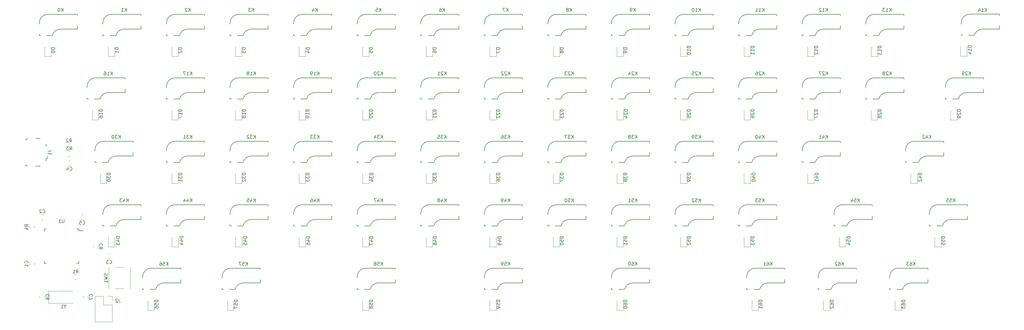
<source format=gbr>
G04 #@! TF.GenerationSoftware,KiCad,Pcbnew,(6.0.0)*
G04 #@! TF.CreationDate,2022-06-17T00:07:40-05:00*
G04 #@! TF.ProjectId,okeeb,6f6b6565-622e-46b6-9963-61645f706362,rev?*
G04 #@! TF.SameCoordinates,Original*
G04 #@! TF.FileFunction,Legend,Bot*
G04 #@! TF.FilePolarity,Positive*
%FSLAX46Y46*%
G04 Gerber Fmt 4.6, Leading zero omitted, Abs format (unit mm)*
G04 Created by KiCad (PCBNEW (6.0.0)) date 2022-06-17 00:07:40*
%MOMM*%
%LPD*%
G01*
G04 APERTURE LIST*
%ADD10C,0.150000*%
%ADD11C,0.120000*%
G04 APERTURE END LIST*
D10*
X54574345Y-29797380D02*
X54574345Y-28797380D01*
X54002916Y-29797380D02*
X54431488Y-29225952D01*
X54002916Y-28797380D02*
X54574345Y-29368809D01*
X53383869Y-28797380D02*
X53288630Y-28797380D01*
X53193392Y-28845000D01*
X53145773Y-28892619D01*
X53098154Y-28987857D01*
X53050535Y-29178333D01*
X53050535Y-29416428D01*
X53098154Y-29606904D01*
X53145773Y-29702142D01*
X53193392Y-29749761D01*
X53288630Y-29797380D01*
X53383869Y-29797380D01*
X53479107Y-29749761D01*
X53526726Y-29702142D01*
X53574345Y-29606904D01*
X53621964Y-29416428D01*
X53621964Y-29178333D01*
X53574345Y-28987857D01*
X53526726Y-28892619D01*
X53479107Y-28845000D01*
X53383869Y-28797380D01*
X288413035Y-105997380D02*
X288413035Y-104997380D01*
X287841607Y-105997380D02*
X288270178Y-105425952D01*
X287841607Y-104997380D02*
X288413035Y-105568809D01*
X286984464Y-104997380D02*
X287174940Y-104997380D01*
X287270178Y-105045000D01*
X287317797Y-105092619D01*
X287413035Y-105235476D01*
X287460654Y-105425952D01*
X287460654Y-105806904D01*
X287413035Y-105902142D01*
X287365416Y-105949761D01*
X287270178Y-105997380D01*
X287079702Y-105997380D01*
X286984464Y-105949761D01*
X286936845Y-105902142D01*
X286889226Y-105806904D01*
X286889226Y-105568809D01*
X286936845Y-105473571D01*
X286984464Y-105425952D01*
X287079702Y-105378333D01*
X287270178Y-105378333D01*
X287365416Y-105425952D01*
X287413035Y-105473571D01*
X287460654Y-105568809D01*
X286508273Y-105092619D02*
X286460654Y-105045000D01*
X286365416Y-104997380D01*
X286127321Y-104997380D01*
X286032083Y-105045000D01*
X285984464Y-105092619D01*
X285936845Y-105187857D01*
X285936845Y-105283095D01*
X285984464Y-105425952D01*
X286555892Y-105997380D01*
X285936845Y-105997380D01*
X293175535Y-86947380D02*
X293175535Y-85947380D01*
X292604107Y-86947380D02*
X293032678Y-86375952D01*
X292604107Y-85947380D02*
X293175535Y-86518809D01*
X291699345Y-85947380D02*
X292175535Y-85947380D01*
X292223154Y-86423571D01*
X292175535Y-86375952D01*
X292080297Y-86328333D01*
X291842202Y-86328333D01*
X291746964Y-86375952D01*
X291699345Y-86423571D01*
X291651726Y-86518809D01*
X291651726Y-86756904D01*
X291699345Y-86852142D01*
X291746964Y-86899761D01*
X291842202Y-86947380D01*
X292080297Y-86947380D01*
X292175535Y-86899761D01*
X292223154Y-86852142D01*
X290794583Y-86280714D02*
X290794583Y-86947380D01*
X291032678Y-85899761D02*
X291270773Y-86614047D01*
X290651726Y-86614047D01*
X150300535Y-67897380D02*
X150300535Y-66897380D01*
X149729107Y-67897380D02*
X150157678Y-67325952D01*
X149729107Y-66897380D02*
X150300535Y-67468809D01*
X149395773Y-66897380D02*
X148776726Y-66897380D01*
X149110059Y-67278333D01*
X148967202Y-67278333D01*
X148871964Y-67325952D01*
X148824345Y-67373571D01*
X148776726Y-67468809D01*
X148776726Y-67706904D01*
X148824345Y-67802142D01*
X148871964Y-67849761D01*
X148967202Y-67897380D01*
X149252916Y-67897380D01*
X149348154Y-67849761D01*
X149395773Y-67802142D01*
X147919583Y-67230714D02*
X147919583Y-67897380D01*
X148157678Y-66849761D02*
X148395773Y-67564047D01*
X147776726Y-67564047D01*
X226500535Y-67897380D02*
X226500535Y-66897380D01*
X225929107Y-67897380D02*
X226357678Y-67325952D01*
X225929107Y-66897380D02*
X226500535Y-67468809D01*
X225595773Y-66897380D02*
X224976726Y-66897380D01*
X225310059Y-67278333D01*
X225167202Y-67278333D01*
X225071964Y-67325952D01*
X225024345Y-67373571D01*
X224976726Y-67468809D01*
X224976726Y-67706904D01*
X225024345Y-67802142D01*
X225071964Y-67849761D01*
X225167202Y-67897380D01*
X225452916Y-67897380D01*
X225548154Y-67849761D01*
X225595773Y-67802142D01*
X224405297Y-67325952D02*
X224500535Y-67278333D01*
X224548154Y-67230714D01*
X224595773Y-67135476D01*
X224595773Y-67087857D01*
X224548154Y-66992619D01*
X224500535Y-66945000D01*
X224405297Y-66897380D01*
X224214821Y-66897380D01*
X224119583Y-66945000D01*
X224071964Y-66992619D01*
X224024345Y-67087857D01*
X224024345Y-67135476D01*
X224071964Y-67230714D01*
X224119583Y-67278333D01*
X224214821Y-67325952D01*
X224405297Y-67325952D01*
X224500535Y-67373571D01*
X224548154Y-67421190D01*
X224595773Y-67516428D01*
X224595773Y-67706904D01*
X224548154Y-67802142D01*
X224500535Y-67849761D01*
X224405297Y-67897380D01*
X224214821Y-67897380D01*
X224119583Y-67849761D01*
X224071964Y-67802142D01*
X224024345Y-67706904D01*
X224024345Y-67516428D01*
X224071964Y-67421190D01*
X224119583Y-67373571D01*
X224214821Y-67325952D01*
X226500535Y-48847380D02*
X226500535Y-47847380D01*
X225929107Y-48847380D02*
X226357678Y-48275952D01*
X225929107Y-47847380D02*
X226500535Y-48418809D01*
X225548154Y-47942619D02*
X225500535Y-47895000D01*
X225405297Y-47847380D01*
X225167202Y-47847380D01*
X225071964Y-47895000D01*
X225024345Y-47942619D01*
X224976726Y-48037857D01*
X224976726Y-48133095D01*
X225024345Y-48275952D01*
X225595773Y-48847380D01*
X224976726Y-48847380D01*
X224119583Y-48180714D02*
X224119583Y-48847380D01*
X224357678Y-47799761D02*
X224595773Y-48514047D01*
X223976726Y-48514047D01*
X168874345Y-29797380D02*
X168874345Y-28797380D01*
X168302916Y-29797380D02*
X168731488Y-29225952D01*
X168302916Y-28797380D02*
X168874345Y-29368809D01*
X167445773Y-28797380D02*
X167636250Y-28797380D01*
X167731488Y-28845000D01*
X167779107Y-28892619D01*
X167874345Y-29035476D01*
X167921964Y-29225952D01*
X167921964Y-29606904D01*
X167874345Y-29702142D01*
X167826726Y-29749761D01*
X167731488Y-29797380D01*
X167541011Y-29797380D01*
X167445773Y-29749761D01*
X167398154Y-29702142D01*
X167350535Y-29606904D01*
X167350535Y-29368809D01*
X167398154Y-29273571D01*
X167445773Y-29225952D01*
X167541011Y-29178333D01*
X167731488Y-29178333D01*
X167826726Y-29225952D01*
X167874345Y-29273571D01*
X167921964Y-29368809D01*
X266981785Y-105997380D02*
X266981785Y-104997380D01*
X266410357Y-105997380D02*
X266838928Y-105425952D01*
X266410357Y-104997380D02*
X266981785Y-105568809D01*
X265553214Y-104997380D02*
X265743690Y-104997380D01*
X265838928Y-105045000D01*
X265886547Y-105092619D01*
X265981785Y-105235476D01*
X266029404Y-105425952D01*
X266029404Y-105806904D01*
X265981785Y-105902142D01*
X265934166Y-105949761D01*
X265838928Y-105997380D01*
X265648452Y-105997380D01*
X265553214Y-105949761D01*
X265505595Y-105902142D01*
X265457976Y-105806904D01*
X265457976Y-105568809D01*
X265505595Y-105473571D01*
X265553214Y-105425952D01*
X265648452Y-105378333D01*
X265838928Y-105378333D01*
X265934166Y-105425952D01*
X265981785Y-105473571D01*
X266029404Y-105568809D01*
X264505595Y-105997380D02*
X265077023Y-105997380D01*
X264791309Y-105997380D02*
X264791309Y-104997380D01*
X264886547Y-105140238D01*
X264981785Y-105235476D01*
X265077023Y-105283095D01*
X321750535Y-86947380D02*
X321750535Y-85947380D01*
X321179107Y-86947380D02*
X321607678Y-86375952D01*
X321179107Y-85947380D02*
X321750535Y-86518809D01*
X320274345Y-85947380D02*
X320750535Y-85947380D01*
X320798154Y-86423571D01*
X320750535Y-86375952D01*
X320655297Y-86328333D01*
X320417202Y-86328333D01*
X320321964Y-86375952D01*
X320274345Y-86423571D01*
X320226726Y-86518809D01*
X320226726Y-86756904D01*
X320274345Y-86852142D01*
X320321964Y-86899761D01*
X320417202Y-86947380D01*
X320655297Y-86947380D01*
X320750535Y-86899761D01*
X320798154Y-86852142D01*
X319321964Y-85947380D02*
X319798154Y-85947380D01*
X319845773Y-86423571D01*
X319798154Y-86375952D01*
X319702916Y-86328333D01*
X319464821Y-86328333D01*
X319369583Y-86375952D01*
X319321964Y-86423571D01*
X319274345Y-86518809D01*
X319274345Y-86756904D01*
X319321964Y-86852142D01*
X319369583Y-86899761D01*
X319464821Y-86947380D01*
X319702916Y-86947380D01*
X319798154Y-86899761D01*
X319845773Y-86852142D01*
X69338035Y-48847380D02*
X69338035Y-47847380D01*
X68766607Y-48847380D02*
X69195178Y-48275952D01*
X68766607Y-47847380D02*
X69338035Y-48418809D01*
X67814226Y-48847380D02*
X68385654Y-48847380D01*
X68099940Y-48847380D02*
X68099940Y-47847380D01*
X68195178Y-47990238D01*
X68290416Y-48085476D01*
X68385654Y-48133095D01*
X66957083Y-47847380D02*
X67147559Y-47847380D01*
X67242797Y-47895000D01*
X67290416Y-47942619D01*
X67385654Y-48085476D01*
X67433273Y-48275952D01*
X67433273Y-48656904D01*
X67385654Y-48752142D01*
X67338035Y-48799761D01*
X67242797Y-48847380D01*
X67052321Y-48847380D01*
X66957083Y-48799761D01*
X66909464Y-48752142D01*
X66861845Y-48656904D01*
X66861845Y-48418809D01*
X66909464Y-48323571D01*
X66957083Y-48275952D01*
X67052321Y-48228333D01*
X67242797Y-48228333D01*
X67338035Y-48275952D01*
X67385654Y-48323571D01*
X67433273Y-48418809D01*
X71719285Y-67897380D02*
X71719285Y-66897380D01*
X71147857Y-67897380D02*
X71576428Y-67325952D01*
X71147857Y-66897380D02*
X71719285Y-67468809D01*
X70814523Y-66897380D02*
X70195476Y-66897380D01*
X70528809Y-67278333D01*
X70385952Y-67278333D01*
X70290714Y-67325952D01*
X70243095Y-67373571D01*
X70195476Y-67468809D01*
X70195476Y-67706904D01*
X70243095Y-67802142D01*
X70290714Y-67849761D01*
X70385952Y-67897380D01*
X70671666Y-67897380D01*
X70766904Y-67849761D01*
X70814523Y-67802142D01*
X69576428Y-66897380D02*
X69481190Y-66897380D01*
X69385952Y-66945000D01*
X69338333Y-66992619D01*
X69290714Y-67087857D01*
X69243095Y-67278333D01*
X69243095Y-67516428D01*
X69290714Y-67706904D01*
X69338333Y-67802142D01*
X69385952Y-67849761D01*
X69481190Y-67897380D01*
X69576428Y-67897380D01*
X69671666Y-67849761D01*
X69719285Y-67802142D01*
X69766904Y-67706904D01*
X69814523Y-67516428D01*
X69814523Y-67278333D01*
X69766904Y-67087857D01*
X69719285Y-66992619D01*
X69671666Y-66945000D01*
X69576428Y-66897380D01*
X187924345Y-29797380D02*
X187924345Y-28797380D01*
X187352916Y-29797380D02*
X187781488Y-29225952D01*
X187352916Y-28797380D02*
X187924345Y-29368809D01*
X187019583Y-28797380D02*
X186352916Y-28797380D01*
X186781488Y-29797380D01*
X112200535Y-48847380D02*
X112200535Y-47847380D01*
X111629107Y-48847380D02*
X112057678Y-48275952D01*
X111629107Y-47847380D02*
X112200535Y-48418809D01*
X110676726Y-48847380D02*
X111248154Y-48847380D01*
X110962440Y-48847380D02*
X110962440Y-47847380D01*
X111057678Y-47990238D01*
X111152916Y-48085476D01*
X111248154Y-48133095D01*
X110105297Y-48275952D02*
X110200535Y-48228333D01*
X110248154Y-48180714D01*
X110295773Y-48085476D01*
X110295773Y-48037857D01*
X110248154Y-47942619D01*
X110200535Y-47895000D01*
X110105297Y-47847380D01*
X109914821Y-47847380D01*
X109819583Y-47895000D01*
X109771964Y-47942619D01*
X109724345Y-48037857D01*
X109724345Y-48085476D01*
X109771964Y-48180714D01*
X109819583Y-48228333D01*
X109914821Y-48275952D01*
X110105297Y-48275952D01*
X110200535Y-48323571D01*
X110248154Y-48371190D01*
X110295773Y-48466428D01*
X110295773Y-48656904D01*
X110248154Y-48752142D01*
X110200535Y-48799761D01*
X110105297Y-48847380D01*
X109914821Y-48847380D01*
X109819583Y-48799761D01*
X109771964Y-48752142D01*
X109724345Y-48656904D01*
X109724345Y-48466428D01*
X109771964Y-48371190D01*
X109819583Y-48323571D01*
X109914821Y-48275952D01*
X131250535Y-48847380D02*
X131250535Y-47847380D01*
X130679107Y-48847380D02*
X131107678Y-48275952D01*
X130679107Y-47847380D02*
X131250535Y-48418809D01*
X129726726Y-48847380D02*
X130298154Y-48847380D01*
X130012440Y-48847380D02*
X130012440Y-47847380D01*
X130107678Y-47990238D01*
X130202916Y-48085476D01*
X130298154Y-48133095D01*
X129250535Y-48847380D02*
X129060059Y-48847380D01*
X128964821Y-48799761D01*
X128917202Y-48752142D01*
X128821964Y-48609285D01*
X128774345Y-48418809D01*
X128774345Y-48037857D01*
X128821964Y-47942619D01*
X128869583Y-47895000D01*
X128964821Y-47847380D01*
X129155297Y-47847380D01*
X129250535Y-47895000D01*
X129298154Y-47942619D01*
X129345773Y-48037857D01*
X129345773Y-48275952D01*
X129298154Y-48371190D01*
X129250535Y-48418809D01*
X129155297Y-48466428D01*
X128964821Y-48466428D01*
X128869583Y-48418809D01*
X128821964Y-48371190D01*
X128774345Y-48275952D01*
X73624345Y-29797380D02*
X73624345Y-28797380D01*
X73052916Y-29797380D02*
X73481488Y-29225952D01*
X73052916Y-28797380D02*
X73624345Y-29368809D01*
X72100535Y-29797380D02*
X72671964Y-29797380D01*
X72386250Y-29797380D02*
X72386250Y-28797380D01*
X72481488Y-28940238D01*
X72576726Y-29035476D01*
X72671964Y-29083095D01*
X188400535Y-105997380D02*
X188400535Y-104997380D01*
X187829107Y-105997380D02*
X188257678Y-105425952D01*
X187829107Y-104997380D02*
X188400535Y-105568809D01*
X186924345Y-104997380D02*
X187400535Y-104997380D01*
X187448154Y-105473571D01*
X187400535Y-105425952D01*
X187305297Y-105378333D01*
X187067202Y-105378333D01*
X186971964Y-105425952D01*
X186924345Y-105473571D01*
X186876726Y-105568809D01*
X186876726Y-105806904D01*
X186924345Y-105902142D01*
X186971964Y-105949761D01*
X187067202Y-105997380D01*
X187305297Y-105997380D01*
X187400535Y-105949761D01*
X187448154Y-105902142D01*
X186400535Y-105997380D02*
X186210059Y-105997380D01*
X186114821Y-105949761D01*
X186067202Y-105902142D01*
X185971964Y-105759285D01*
X185924345Y-105568809D01*
X185924345Y-105187857D01*
X185971964Y-105092619D01*
X186019583Y-105045000D01*
X186114821Y-104997380D01*
X186305297Y-104997380D01*
X186400535Y-105045000D01*
X186448154Y-105092619D01*
X186495773Y-105187857D01*
X186495773Y-105425952D01*
X186448154Y-105521190D01*
X186400535Y-105568809D01*
X186305297Y-105616428D01*
X186114821Y-105616428D01*
X186019583Y-105568809D01*
X185971964Y-105521190D01*
X185924345Y-105425952D01*
X283650535Y-48847380D02*
X283650535Y-47847380D01*
X283079107Y-48847380D02*
X283507678Y-48275952D01*
X283079107Y-47847380D02*
X283650535Y-48418809D01*
X282698154Y-47942619D02*
X282650535Y-47895000D01*
X282555297Y-47847380D01*
X282317202Y-47847380D01*
X282221964Y-47895000D01*
X282174345Y-47942619D01*
X282126726Y-48037857D01*
X282126726Y-48133095D01*
X282174345Y-48275952D01*
X282745773Y-48847380D01*
X282126726Y-48847380D01*
X281793392Y-47847380D02*
X281126726Y-47847380D01*
X281555297Y-48847380D01*
X283650535Y-29797380D02*
X283650535Y-28797380D01*
X283079107Y-29797380D02*
X283507678Y-29225952D01*
X283079107Y-28797380D02*
X283650535Y-29368809D01*
X282126726Y-29797380D02*
X282698154Y-29797380D01*
X282412440Y-29797380D02*
X282412440Y-28797380D01*
X282507678Y-28940238D01*
X282602916Y-29035476D01*
X282698154Y-29083095D01*
X281745773Y-28892619D02*
X281698154Y-28845000D01*
X281602916Y-28797380D01*
X281364821Y-28797380D01*
X281269583Y-28845000D01*
X281221964Y-28892619D01*
X281174345Y-28987857D01*
X281174345Y-29083095D01*
X281221964Y-29225952D01*
X281793392Y-29797380D01*
X281174345Y-29797380D01*
X314606785Y-67897380D02*
X314606785Y-66897380D01*
X314035357Y-67897380D02*
X314463928Y-67325952D01*
X314035357Y-66897380D02*
X314606785Y-67468809D01*
X313178214Y-67230714D02*
X313178214Y-67897380D01*
X313416309Y-66849761D02*
X313654404Y-67564047D01*
X313035357Y-67564047D01*
X312702023Y-66992619D02*
X312654404Y-66945000D01*
X312559166Y-66897380D01*
X312321071Y-66897380D01*
X312225833Y-66945000D01*
X312178214Y-66992619D01*
X312130595Y-67087857D01*
X312130595Y-67183095D01*
X312178214Y-67325952D01*
X312749642Y-67897380D01*
X312130595Y-67897380D01*
X93150535Y-67897380D02*
X93150535Y-66897380D01*
X92579107Y-67897380D02*
X93007678Y-67325952D01*
X92579107Y-66897380D02*
X93150535Y-67468809D01*
X92245773Y-66897380D02*
X91626726Y-66897380D01*
X91960059Y-67278333D01*
X91817202Y-67278333D01*
X91721964Y-67325952D01*
X91674345Y-67373571D01*
X91626726Y-67468809D01*
X91626726Y-67706904D01*
X91674345Y-67802142D01*
X91721964Y-67849761D01*
X91817202Y-67897380D01*
X92102916Y-67897380D01*
X92198154Y-67849761D01*
X92245773Y-67802142D01*
X90674345Y-67897380D02*
X91245773Y-67897380D01*
X90960059Y-67897380D02*
X90960059Y-66897380D01*
X91055297Y-67040238D01*
X91150535Y-67135476D01*
X91245773Y-67183095D01*
X169350535Y-48847380D02*
X169350535Y-47847380D01*
X168779107Y-48847380D02*
X169207678Y-48275952D01*
X168779107Y-47847380D02*
X169350535Y-48418809D01*
X168398154Y-47942619D02*
X168350535Y-47895000D01*
X168255297Y-47847380D01*
X168017202Y-47847380D01*
X167921964Y-47895000D01*
X167874345Y-47942619D01*
X167826726Y-48037857D01*
X167826726Y-48133095D01*
X167874345Y-48275952D01*
X168445773Y-48847380D01*
X167826726Y-48847380D01*
X166874345Y-48847380D02*
X167445773Y-48847380D01*
X167160059Y-48847380D02*
X167160059Y-47847380D01*
X167255297Y-47990238D01*
X167350535Y-48085476D01*
X167445773Y-48133095D01*
X131250535Y-86947380D02*
X131250535Y-85947380D01*
X130679107Y-86947380D02*
X131107678Y-86375952D01*
X130679107Y-85947380D02*
X131250535Y-86518809D01*
X129821964Y-86280714D02*
X129821964Y-86947380D01*
X130060059Y-85899761D02*
X130298154Y-86614047D01*
X129679107Y-86614047D01*
X128869583Y-85947380D02*
X129060059Y-85947380D01*
X129155297Y-85995000D01*
X129202916Y-86042619D01*
X129298154Y-86185476D01*
X129345773Y-86375952D01*
X129345773Y-86756904D01*
X129298154Y-86852142D01*
X129250535Y-86899761D01*
X129155297Y-86947380D01*
X128964821Y-86947380D01*
X128869583Y-86899761D01*
X128821964Y-86852142D01*
X128774345Y-86756904D01*
X128774345Y-86518809D01*
X128821964Y-86423571D01*
X128869583Y-86375952D01*
X128964821Y-86328333D01*
X129155297Y-86328333D01*
X129250535Y-86375952D01*
X129298154Y-86423571D01*
X129345773Y-86518809D01*
X302700535Y-29797380D02*
X302700535Y-28797380D01*
X302129107Y-29797380D02*
X302557678Y-29225952D01*
X302129107Y-28797380D02*
X302700535Y-29368809D01*
X301176726Y-29797380D02*
X301748154Y-29797380D01*
X301462440Y-29797380D02*
X301462440Y-28797380D01*
X301557678Y-28940238D01*
X301652916Y-29035476D01*
X301748154Y-29083095D01*
X300843392Y-28797380D02*
X300224345Y-28797380D01*
X300557678Y-29178333D01*
X300414821Y-29178333D01*
X300319583Y-29225952D01*
X300271964Y-29273571D01*
X300224345Y-29368809D01*
X300224345Y-29606904D01*
X300271964Y-29702142D01*
X300319583Y-29749761D01*
X300414821Y-29797380D01*
X300700535Y-29797380D01*
X300795773Y-29749761D01*
X300843392Y-29702142D01*
X264600535Y-48847380D02*
X264600535Y-47847380D01*
X264029107Y-48847380D02*
X264457678Y-48275952D01*
X264029107Y-47847380D02*
X264600535Y-48418809D01*
X263648154Y-47942619D02*
X263600535Y-47895000D01*
X263505297Y-47847380D01*
X263267202Y-47847380D01*
X263171964Y-47895000D01*
X263124345Y-47942619D01*
X263076726Y-48037857D01*
X263076726Y-48133095D01*
X263124345Y-48275952D01*
X263695773Y-48847380D01*
X263076726Y-48847380D01*
X262219583Y-47847380D02*
X262410059Y-47847380D01*
X262505297Y-47895000D01*
X262552916Y-47942619D01*
X262648154Y-48085476D01*
X262695773Y-48275952D01*
X262695773Y-48656904D01*
X262648154Y-48752142D01*
X262600535Y-48799761D01*
X262505297Y-48847380D01*
X262314821Y-48847380D01*
X262219583Y-48799761D01*
X262171964Y-48752142D01*
X262124345Y-48656904D01*
X262124345Y-48418809D01*
X262171964Y-48323571D01*
X262219583Y-48275952D01*
X262314821Y-48228333D01*
X262505297Y-48228333D01*
X262600535Y-48275952D01*
X262648154Y-48323571D01*
X262695773Y-48418809D01*
X245550535Y-29797380D02*
X245550535Y-28797380D01*
X244979107Y-29797380D02*
X245407678Y-29225952D01*
X244979107Y-28797380D02*
X245550535Y-29368809D01*
X244026726Y-29797380D02*
X244598154Y-29797380D01*
X244312440Y-29797380D02*
X244312440Y-28797380D01*
X244407678Y-28940238D01*
X244502916Y-29035476D01*
X244598154Y-29083095D01*
X243407678Y-28797380D02*
X243312440Y-28797380D01*
X243217202Y-28845000D01*
X243169583Y-28892619D01*
X243121964Y-28987857D01*
X243074345Y-29178333D01*
X243074345Y-29416428D01*
X243121964Y-29606904D01*
X243169583Y-29702142D01*
X243217202Y-29749761D01*
X243312440Y-29797380D01*
X243407678Y-29797380D01*
X243502916Y-29749761D01*
X243550535Y-29702142D01*
X243598154Y-29606904D01*
X243645773Y-29416428D01*
X243645773Y-29178333D01*
X243598154Y-28987857D01*
X243550535Y-28892619D01*
X243502916Y-28845000D01*
X243407678Y-28797380D01*
X206974345Y-29797380D02*
X206974345Y-28797380D01*
X206402916Y-29797380D02*
X206831488Y-29225952D01*
X206402916Y-28797380D02*
X206974345Y-29368809D01*
X205831488Y-29225952D02*
X205926726Y-29178333D01*
X205974345Y-29130714D01*
X206021964Y-29035476D01*
X206021964Y-28987857D01*
X205974345Y-28892619D01*
X205926726Y-28845000D01*
X205831488Y-28797380D01*
X205641011Y-28797380D01*
X205545773Y-28845000D01*
X205498154Y-28892619D01*
X205450535Y-28987857D01*
X205450535Y-29035476D01*
X205498154Y-29130714D01*
X205545773Y-29178333D01*
X205641011Y-29225952D01*
X205831488Y-29225952D01*
X205926726Y-29273571D01*
X205974345Y-29321190D01*
X206021964Y-29416428D01*
X206021964Y-29606904D01*
X205974345Y-29702142D01*
X205926726Y-29749761D01*
X205831488Y-29797380D01*
X205641011Y-29797380D01*
X205545773Y-29749761D01*
X205498154Y-29702142D01*
X205450535Y-29606904D01*
X205450535Y-29416428D01*
X205498154Y-29321190D01*
X205545773Y-29273571D01*
X205641011Y-29225952D01*
X130774345Y-29797380D02*
X130774345Y-28797380D01*
X130202916Y-29797380D02*
X130631488Y-29225952D01*
X130202916Y-28797380D02*
X130774345Y-29368809D01*
X129345773Y-29130714D02*
X129345773Y-29797380D01*
X129583869Y-28749761D02*
X129821964Y-29464047D01*
X129202916Y-29464047D01*
X226500535Y-105997380D02*
X226500535Y-104997380D01*
X225929107Y-105997380D02*
X226357678Y-105425952D01*
X225929107Y-104997380D02*
X226500535Y-105568809D01*
X225071964Y-104997380D02*
X225262440Y-104997380D01*
X225357678Y-105045000D01*
X225405297Y-105092619D01*
X225500535Y-105235476D01*
X225548154Y-105425952D01*
X225548154Y-105806904D01*
X225500535Y-105902142D01*
X225452916Y-105949761D01*
X225357678Y-105997380D01*
X225167202Y-105997380D01*
X225071964Y-105949761D01*
X225024345Y-105902142D01*
X224976726Y-105806904D01*
X224976726Y-105568809D01*
X225024345Y-105473571D01*
X225071964Y-105425952D01*
X225167202Y-105378333D01*
X225357678Y-105378333D01*
X225452916Y-105425952D01*
X225500535Y-105473571D01*
X225548154Y-105568809D01*
X224357678Y-104997380D02*
X224262440Y-104997380D01*
X224167202Y-105045000D01*
X224119583Y-105092619D01*
X224071964Y-105187857D01*
X224024345Y-105378333D01*
X224024345Y-105616428D01*
X224071964Y-105806904D01*
X224119583Y-105902142D01*
X224167202Y-105949761D01*
X224262440Y-105997380D01*
X224357678Y-105997380D01*
X224452916Y-105949761D01*
X224500535Y-105902142D01*
X224548154Y-105806904D01*
X224595773Y-105616428D01*
X224595773Y-105378333D01*
X224548154Y-105187857D01*
X224500535Y-105092619D01*
X224452916Y-105045000D01*
X224357678Y-104997380D01*
X150300535Y-86947380D02*
X150300535Y-85947380D01*
X149729107Y-86947380D02*
X150157678Y-86375952D01*
X149729107Y-85947380D02*
X150300535Y-86518809D01*
X148871964Y-86280714D02*
X148871964Y-86947380D01*
X149110059Y-85899761D02*
X149348154Y-86614047D01*
X148729107Y-86614047D01*
X148443392Y-85947380D02*
X147776726Y-85947380D01*
X148205297Y-86947380D01*
X226500535Y-86947380D02*
X226500535Y-85947380D01*
X225929107Y-86947380D02*
X226357678Y-86375952D01*
X225929107Y-85947380D02*
X226500535Y-86518809D01*
X225024345Y-85947380D02*
X225500535Y-85947380D01*
X225548154Y-86423571D01*
X225500535Y-86375952D01*
X225405297Y-86328333D01*
X225167202Y-86328333D01*
X225071964Y-86375952D01*
X225024345Y-86423571D01*
X224976726Y-86518809D01*
X224976726Y-86756904D01*
X225024345Y-86852142D01*
X225071964Y-86899761D01*
X225167202Y-86947380D01*
X225405297Y-86947380D01*
X225500535Y-86899761D01*
X225548154Y-86852142D01*
X224024345Y-86947380D02*
X224595773Y-86947380D01*
X224310059Y-86947380D02*
X224310059Y-85947380D01*
X224405297Y-86090238D01*
X224500535Y-86185476D01*
X224595773Y-86233095D01*
X188400535Y-86947380D02*
X188400535Y-85947380D01*
X187829107Y-86947380D02*
X188257678Y-86375952D01*
X187829107Y-85947380D02*
X188400535Y-86518809D01*
X186971964Y-86280714D02*
X186971964Y-86947380D01*
X187210059Y-85899761D02*
X187448154Y-86614047D01*
X186829107Y-86614047D01*
X186400535Y-86947380D02*
X186210059Y-86947380D01*
X186114821Y-86899761D01*
X186067202Y-86852142D01*
X185971964Y-86709285D01*
X185924345Y-86518809D01*
X185924345Y-86137857D01*
X185971964Y-86042619D01*
X186019583Y-85995000D01*
X186114821Y-85947380D01*
X186305297Y-85947380D01*
X186400535Y-85995000D01*
X186448154Y-86042619D01*
X186495773Y-86137857D01*
X186495773Y-86375952D01*
X186448154Y-86471190D01*
X186400535Y-86518809D01*
X186305297Y-86566428D01*
X186114821Y-86566428D01*
X186019583Y-86518809D01*
X185971964Y-86471190D01*
X185924345Y-86375952D01*
X207450535Y-67897380D02*
X207450535Y-66897380D01*
X206879107Y-67897380D02*
X207307678Y-67325952D01*
X206879107Y-66897380D02*
X207450535Y-67468809D01*
X206545773Y-66897380D02*
X205926726Y-66897380D01*
X206260059Y-67278333D01*
X206117202Y-67278333D01*
X206021964Y-67325952D01*
X205974345Y-67373571D01*
X205926726Y-67468809D01*
X205926726Y-67706904D01*
X205974345Y-67802142D01*
X206021964Y-67849761D01*
X206117202Y-67897380D01*
X206402916Y-67897380D01*
X206498154Y-67849761D01*
X206545773Y-67802142D01*
X205593392Y-66897380D02*
X204926726Y-66897380D01*
X205355297Y-67897380D01*
X207450535Y-86947380D02*
X207450535Y-85947380D01*
X206879107Y-86947380D02*
X207307678Y-86375952D01*
X206879107Y-85947380D02*
X207450535Y-86518809D01*
X205974345Y-85947380D02*
X206450535Y-85947380D01*
X206498154Y-86423571D01*
X206450535Y-86375952D01*
X206355297Y-86328333D01*
X206117202Y-86328333D01*
X206021964Y-86375952D01*
X205974345Y-86423571D01*
X205926726Y-86518809D01*
X205926726Y-86756904D01*
X205974345Y-86852142D01*
X206021964Y-86899761D01*
X206117202Y-86947380D01*
X206355297Y-86947380D01*
X206450535Y-86899761D01*
X206498154Y-86852142D01*
X205307678Y-85947380D02*
X205212440Y-85947380D01*
X205117202Y-85995000D01*
X205069583Y-86042619D01*
X205021964Y-86137857D01*
X204974345Y-86328333D01*
X204974345Y-86566428D01*
X205021964Y-86756904D01*
X205069583Y-86852142D01*
X205117202Y-86899761D01*
X205212440Y-86947380D01*
X205307678Y-86947380D01*
X205402916Y-86899761D01*
X205450535Y-86852142D01*
X205498154Y-86756904D01*
X205545773Y-86566428D01*
X205545773Y-86328333D01*
X205498154Y-86137857D01*
X205450535Y-86042619D01*
X205402916Y-85995000D01*
X205307678Y-85947380D01*
X169350535Y-67897380D02*
X169350535Y-66897380D01*
X168779107Y-67897380D02*
X169207678Y-67325952D01*
X168779107Y-66897380D02*
X169350535Y-67468809D01*
X168445773Y-66897380D02*
X167826726Y-66897380D01*
X168160059Y-67278333D01*
X168017202Y-67278333D01*
X167921964Y-67325952D01*
X167874345Y-67373571D01*
X167826726Y-67468809D01*
X167826726Y-67706904D01*
X167874345Y-67802142D01*
X167921964Y-67849761D01*
X168017202Y-67897380D01*
X168302916Y-67897380D01*
X168398154Y-67849761D01*
X168445773Y-67802142D01*
X166921964Y-66897380D02*
X167398154Y-66897380D01*
X167445773Y-67373571D01*
X167398154Y-67325952D01*
X167302916Y-67278333D01*
X167064821Y-67278333D01*
X166969583Y-67325952D01*
X166921964Y-67373571D01*
X166874345Y-67468809D01*
X166874345Y-67706904D01*
X166921964Y-67802142D01*
X166969583Y-67849761D01*
X167064821Y-67897380D01*
X167302916Y-67897380D01*
X167398154Y-67849761D01*
X167445773Y-67802142D01*
X150300535Y-48847380D02*
X150300535Y-47847380D01*
X149729107Y-48847380D02*
X150157678Y-48275952D01*
X149729107Y-47847380D02*
X150300535Y-48418809D01*
X149348154Y-47942619D02*
X149300535Y-47895000D01*
X149205297Y-47847380D01*
X148967202Y-47847380D01*
X148871964Y-47895000D01*
X148824345Y-47942619D01*
X148776726Y-48037857D01*
X148776726Y-48133095D01*
X148824345Y-48275952D01*
X149395773Y-48847380D01*
X148776726Y-48847380D01*
X148157678Y-47847380D02*
X148062440Y-47847380D01*
X147967202Y-47895000D01*
X147919583Y-47942619D01*
X147871964Y-48037857D01*
X147824345Y-48228333D01*
X147824345Y-48466428D01*
X147871964Y-48656904D01*
X147919583Y-48752142D01*
X147967202Y-48799761D01*
X148062440Y-48847380D01*
X148157678Y-48847380D01*
X148252916Y-48799761D01*
X148300535Y-48752142D01*
X148348154Y-48656904D01*
X148395773Y-48466428D01*
X148395773Y-48228333D01*
X148348154Y-48037857D01*
X148300535Y-47942619D01*
X148252916Y-47895000D01*
X148157678Y-47847380D01*
X245550535Y-86947380D02*
X245550535Y-85947380D01*
X244979107Y-86947380D02*
X245407678Y-86375952D01*
X244979107Y-85947380D02*
X245550535Y-86518809D01*
X244074345Y-85947380D02*
X244550535Y-85947380D01*
X244598154Y-86423571D01*
X244550535Y-86375952D01*
X244455297Y-86328333D01*
X244217202Y-86328333D01*
X244121964Y-86375952D01*
X244074345Y-86423571D01*
X244026726Y-86518809D01*
X244026726Y-86756904D01*
X244074345Y-86852142D01*
X244121964Y-86899761D01*
X244217202Y-86947380D01*
X244455297Y-86947380D01*
X244550535Y-86899761D01*
X244598154Y-86852142D01*
X243645773Y-86042619D02*
X243598154Y-85995000D01*
X243502916Y-85947380D01*
X243264821Y-85947380D01*
X243169583Y-85995000D01*
X243121964Y-86042619D01*
X243074345Y-86137857D01*
X243074345Y-86233095D01*
X243121964Y-86375952D01*
X243693392Y-86947380D01*
X243074345Y-86947380D01*
X92674345Y-29797380D02*
X92674345Y-28797380D01*
X92102916Y-29797380D02*
X92531488Y-29225952D01*
X92102916Y-28797380D02*
X92674345Y-29368809D01*
X91721964Y-28892619D02*
X91674345Y-28845000D01*
X91579107Y-28797380D01*
X91341011Y-28797380D01*
X91245773Y-28845000D01*
X91198154Y-28892619D01*
X91150535Y-28987857D01*
X91150535Y-29083095D01*
X91198154Y-29225952D01*
X91769583Y-29797380D01*
X91150535Y-29797380D01*
X264600535Y-67897380D02*
X264600535Y-66897380D01*
X264029107Y-67897380D02*
X264457678Y-67325952D01*
X264029107Y-66897380D02*
X264600535Y-67468809D01*
X263171964Y-67230714D02*
X263171964Y-67897380D01*
X263410059Y-66849761D02*
X263648154Y-67564047D01*
X263029107Y-67564047D01*
X262457678Y-66897380D02*
X262362440Y-66897380D01*
X262267202Y-66945000D01*
X262219583Y-66992619D01*
X262171964Y-67087857D01*
X262124345Y-67278333D01*
X262124345Y-67516428D01*
X262171964Y-67706904D01*
X262219583Y-67802142D01*
X262267202Y-67849761D01*
X262362440Y-67897380D01*
X262457678Y-67897380D01*
X262552916Y-67849761D01*
X262600535Y-67802142D01*
X262648154Y-67706904D01*
X262695773Y-67516428D01*
X262695773Y-67278333D01*
X262648154Y-67087857D01*
X262600535Y-66992619D01*
X262552916Y-66945000D01*
X262457678Y-66897380D01*
X331299285Y-29787380D02*
X331299285Y-28787380D01*
X330727857Y-29787380D02*
X331156428Y-29215952D01*
X330727857Y-28787380D02*
X331299285Y-29358809D01*
X329775476Y-29787380D02*
X330346904Y-29787380D01*
X330061190Y-29787380D02*
X330061190Y-28787380D01*
X330156428Y-28930238D01*
X330251666Y-29025476D01*
X330346904Y-29073095D01*
X328918333Y-29120714D02*
X328918333Y-29787380D01*
X329156428Y-28739761D02*
X329394523Y-29454047D01*
X328775476Y-29454047D01*
X93150535Y-48847380D02*
X93150535Y-47847380D01*
X92579107Y-48847380D02*
X93007678Y-48275952D01*
X92579107Y-47847380D02*
X93150535Y-48418809D01*
X91626726Y-48847380D02*
X92198154Y-48847380D01*
X91912440Y-48847380D02*
X91912440Y-47847380D01*
X92007678Y-47990238D01*
X92102916Y-48085476D01*
X92198154Y-48133095D01*
X91293392Y-47847380D02*
X90626726Y-47847380D01*
X91055297Y-48847380D01*
X226024345Y-29797380D02*
X226024345Y-28797380D01*
X225452916Y-29797380D02*
X225881488Y-29225952D01*
X225452916Y-28797380D02*
X226024345Y-29368809D01*
X224976726Y-29797380D02*
X224786250Y-29797380D01*
X224691011Y-29749761D01*
X224643392Y-29702142D01*
X224548154Y-29559285D01*
X224500535Y-29368809D01*
X224500535Y-28987857D01*
X224548154Y-28892619D01*
X224595773Y-28845000D01*
X224691011Y-28797380D01*
X224881488Y-28797380D01*
X224976726Y-28845000D01*
X225024345Y-28892619D01*
X225071964Y-28987857D01*
X225071964Y-29225952D01*
X225024345Y-29321190D01*
X224976726Y-29368809D01*
X224881488Y-29416428D01*
X224691011Y-29416428D01*
X224595773Y-29368809D01*
X224548154Y-29321190D01*
X224500535Y-29225952D01*
X93150535Y-86947380D02*
X93150535Y-85947380D01*
X92579107Y-86947380D02*
X93007678Y-86375952D01*
X92579107Y-85947380D02*
X93150535Y-86518809D01*
X91721964Y-86280714D02*
X91721964Y-86947380D01*
X91960059Y-85899761D02*
X92198154Y-86614047D01*
X91579107Y-86614047D01*
X90769583Y-86280714D02*
X90769583Y-86947380D01*
X91007678Y-85899761D02*
X91245773Y-86614047D01*
X90626726Y-86614047D01*
X188400535Y-67897380D02*
X188400535Y-66897380D01*
X187829107Y-67897380D02*
X188257678Y-67325952D01*
X187829107Y-66897380D02*
X188400535Y-67468809D01*
X187495773Y-66897380D02*
X186876726Y-66897380D01*
X187210059Y-67278333D01*
X187067202Y-67278333D01*
X186971964Y-67325952D01*
X186924345Y-67373571D01*
X186876726Y-67468809D01*
X186876726Y-67706904D01*
X186924345Y-67802142D01*
X186971964Y-67849761D01*
X187067202Y-67897380D01*
X187352916Y-67897380D01*
X187448154Y-67849761D01*
X187495773Y-67802142D01*
X186019583Y-66897380D02*
X186210059Y-66897380D01*
X186305297Y-66945000D01*
X186352916Y-66992619D01*
X186448154Y-67135476D01*
X186495773Y-67325952D01*
X186495773Y-67706904D01*
X186448154Y-67802142D01*
X186400535Y-67849761D01*
X186305297Y-67897380D01*
X186114821Y-67897380D01*
X186019583Y-67849761D01*
X185971964Y-67802142D01*
X185924345Y-67706904D01*
X185924345Y-67468809D01*
X185971964Y-67373571D01*
X186019583Y-67325952D01*
X186114821Y-67278333D01*
X186305297Y-67278333D01*
X186400535Y-67325952D01*
X186448154Y-67373571D01*
X186495773Y-67468809D01*
X245550535Y-48847380D02*
X245550535Y-47847380D01*
X244979107Y-48847380D02*
X245407678Y-48275952D01*
X244979107Y-47847380D02*
X245550535Y-48418809D01*
X244598154Y-47942619D02*
X244550535Y-47895000D01*
X244455297Y-47847380D01*
X244217202Y-47847380D01*
X244121964Y-47895000D01*
X244074345Y-47942619D01*
X244026726Y-48037857D01*
X244026726Y-48133095D01*
X244074345Y-48275952D01*
X244645773Y-48847380D01*
X244026726Y-48847380D01*
X243121964Y-47847380D02*
X243598154Y-47847380D01*
X243645773Y-48323571D01*
X243598154Y-48275952D01*
X243502916Y-48228333D01*
X243264821Y-48228333D01*
X243169583Y-48275952D01*
X243121964Y-48323571D01*
X243074345Y-48418809D01*
X243074345Y-48656904D01*
X243121964Y-48752142D01*
X243169583Y-48799761D01*
X243264821Y-48847380D01*
X243502916Y-48847380D01*
X243598154Y-48799761D01*
X243645773Y-48752142D01*
X188400535Y-48847380D02*
X188400535Y-47847380D01*
X187829107Y-48847380D02*
X188257678Y-48275952D01*
X187829107Y-47847380D02*
X188400535Y-48418809D01*
X187448154Y-47942619D02*
X187400535Y-47895000D01*
X187305297Y-47847380D01*
X187067202Y-47847380D01*
X186971964Y-47895000D01*
X186924345Y-47942619D01*
X186876726Y-48037857D01*
X186876726Y-48133095D01*
X186924345Y-48275952D01*
X187495773Y-48847380D01*
X186876726Y-48847380D01*
X186495773Y-47942619D02*
X186448154Y-47895000D01*
X186352916Y-47847380D01*
X186114821Y-47847380D01*
X186019583Y-47895000D01*
X185971964Y-47942619D01*
X185924345Y-48037857D01*
X185924345Y-48133095D01*
X185971964Y-48275952D01*
X186543392Y-48847380D01*
X185924345Y-48847380D01*
X207450535Y-48847380D02*
X207450535Y-47847380D01*
X206879107Y-48847380D02*
X207307678Y-48275952D01*
X206879107Y-47847380D02*
X207450535Y-48418809D01*
X206498154Y-47942619D02*
X206450535Y-47895000D01*
X206355297Y-47847380D01*
X206117202Y-47847380D01*
X206021964Y-47895000D01*
X205974345Y-47942619D01*
X205926726Y-48037857D01*
X205926726Y-48133095D01*
X205974345Y-48275952D01*
X206545773Y-48847380D01*
X205926726Y-48847380D01*
X205593392Y-47847380D02*
X204974345Y-47847380D01*
X205307678Y-48228333D01*
X205164821Y-48228333D01*
X205069583Y-48275952D01*
X205021964Y-48323571D01*
X204974345Y-48418809D01*
X204974345Y-48656904D01*
X205021964Y-48752142D01*
X205069583Y-48799761D01*
X205164821Y-48847380D01*
X205450535Y-48847380D01*
X205545773Y-48799761D01*
X205593392Y-48752142D01*
X86006785Y-105997380D02*
X86006785Y-104997380D01*
X85435357Y-105997380D02*
X85863928Y-105425952D01*
X85435357Y-104997380D02*
X86006785Y-105568809D01*
X84530595Y-104997380D02*
X85006785Y-104997380D01*
X85054404Y-105473571D01*
X85006785Y-105425952D01*
X84911547Y-105378333D01*
X84673452Y-105378333D01*
X84578214Y-105425952D01*
X84530595Y-105473571D01*
X84482976Y-105568809D01*
X84482976Y-105806904D01*
X84530595Y-105902142D01*
X84578214Y-105949761D01*
X84673452Y-105997380D01*
X84911547Y-105997380D01*
X85006785Y-105949761D01*
X85054404Y-105902142D01*
X83625833Y-104997380D02*
X83816309Y-104997380D01*
X83911547Y-105045000D01*
X83959166Y-105092619D01*
X84054404Y-105235476D01*
X84102023Y-105425952D01*
X84102023Y-105806904D01*
X84054404Y-105902142D01*
X84006785Y-105949761D01*
X83911547Y-105997380D01*
X83721071Y-105997380D01*
X83625833Y-105949761D01*
X83578214Y-105902142D01*
X83530595Y-105806904D01*
X83530595Y-105568809D01*
X83578214Y-105473571D01*
X83625833Y-105425952D01*
X83721071Y-105378333D01*
X83911547Y-105378333D01*
X84006785Y-105425952D01*
X84054404Y-105473571D01*
X84102023Y-105568809D01*
X326513035Y-48847380D02*
X326513035Y-47847380D01*
X325941607Y-48847380D02*
X326370178Y-48275952D01*
X325941607Y-47847380D02*
X326513035Y-48418809D01*
X325560654Y-47942619D02*
X325513035Y-47895000D01*
X325417797Y-47847380D01*
X325179702Y-47847380D01*
X325084464Y-47895000D01*
X325036845Y-47942619D01*
X324989226Y-48037857D01*
X324989226Y-48133095D01*
X325036845Y-48275952D01*
X325608273Y-48847380D01*
X324989226Y-48847380D01*
X324513035Y-48847380D02*
X324322559Y-48847380D01*
X324227321Y-48799761D01*
X324179702Y-48752142D01*
X324084464Y-48609285D01*
X324036845Y-48418809D01*
X324036845Y-48037857D01*
X324084464Y-47942619D01*
X324132083Y-47895000D01*
X324227321Y-47847380D01*
X324417797Y-47847380D01*
X324513035Y-47895000D01*
X324560654Y-47942619D01*
X324608273Y-48037857D01*
X324608273Y-48275952D01*
X324560654Y-48371190D01*
X324513035Y-48418809D01*
X324417797Y-48466428D01*
X324227321Y-48466428D01*
X324132083Y-48418809D01*
X324084464Y-48371190D01*
X324036845Y-48275952D01*
X112200535Y-86947380D02*
X112200535Y-85947380D01*
X111629107Y-86947380D02*
X112057678Y-86375952D01*
X111629107Y-85947380D02*
X112200535Y-86518809D01*
X110771964Y-86280714D02*
X110771964Y-86947380D01*
X111010059Y-85899761D02*
X111248154Y-86614047D01*
X110629107Y-86614047D01*
X109771964Y-85947380D02*
X110248154Y-85947380D01*
X110295773Y-86423571D01*
X110248154Y-86375952D01*
X110152916Y-86328333D01*
X109914821Y-86328333D01*
X109819583Y-86375952D01*
X109771964Y-86423571D01*
X109724345Y-86518809D01*
X109724345Y-86756904D01*
X109771964Y-86852142D01*
X109819583Y-86899761D01*
X109914821Y-86947380D01*
X110152916Y-86947380D01*
X110248154Y-86899761D01*
X110295773Y-86852142D01*
X74100535Y-86947380D02*
X74100535Y-85947380D01*
X73529107Y-86947380D02*
X73957678Y-86375952D01*
X73529107Y-85947380D02*
X74100535Y-86518809D01*
X72671964Y-86280714D02*
X72671964Y-86947380D01*
X72910059Y-85899761D02*
X73148154Y-86614047D01*
X72529107Y-86614047D01*
X72243392Y-85947380D02*
X71624345Y-85947380D01*
X71957678Y-86328333D01*
X71814821Y-86328333D01*
X71719583Y-86375952D01*
X71671964Y-86423571D01*
X71624345Y-86518809D01*
X71624345Y-86756904D01*
X71671964Y-86852142D01*
X71719583Y-86899761D01*
X71814821Y-86947380D01*
X72100535Y-86947380D01*
X72195773Y-86899761D01*
X72243392Y-86852142D01*
X264600535Y-86947380D02*
X264600535Y-85947380D01*
X264029107Y-86947380D02*
X264457678Y-86375952D01*
X264029107Y-85947380D02*
X264600535Y-86518809D01*
X263124345Y-85947380D02*
X263600535Y-85947380D01*
X263648154Y-86423571D01*
X263600535Y-86375952D01*
X263505297Y-86328333D01*
X263267202Y-86328333D01*
X263171964Y-86375952D01*
X263124345Y-86423571D01*
X263076726Y-86518809D01*
X263076726Y-86756904D01*
X263124345Y-86852142D01*
X263171964Y-86899761D01*
X263267202Y-86947380D01*
X263505297Y-86947380D01*
X263600535Y-86899761D01*
X263648154Y-86852142D01*
X262743392Y-85947380D02*
X262124345Y-85947380D01*
X262457678Y-86328333D01*
X262314821Y-86328333D01*
X262219583Y-86375952D01*
X262171964Y-86423571D01*
X262124345Y-86518809D01*
X262124345Y-86756904D01*
X262171964Y-86852142D01*
X262219583Y-86899761D01*
X262314821Y-86947380D01*
X262600535Y-86947380D01*
X262695773Y-86899761D01*
X262743392Y-86852142D01*
X302700535Y-48847380D02*
X302700535Y-47847380D01*
X302129107Y-48847380D02*
X302557678Y-48275952D01*
X302129107Y-47847380D02*
X302700535Y-48418809D01*
X301748154Y-47942619D02*
X301700535Y-47895000D01*
X301605297Y-47847380D01*
X301367202Y-47847380D01*
X301271964Y-47895000D01*
X301224345Y-47942619D01*
X301176726Y-48037857D01*
X301176726Y-48133095D01*
X301224345Y-48275952D01*
X301795773Y-48847380D01*
X301176726Y-48847380D01*
X300605297Y-48275952D02*
X300700535Y-48228333D01*
X300748154Y-48180714D01*
X300795773Y-48085476D01*
X300795773Y-48037857D01*
X300748154Y-47942619D01*
X300700535Y-47895000D01*
X300605297Y-47847380D01*
X300414821Y-47847380D01*
X300319583Y-47895000D01*
X300271964Y-47942619D01*
X300224345Y-48037857D01*
X300224345Y-48085476D01*
X300271964Y-48180714D01*
X300319583Y-48228333D01*
X300414821Y-48275952D01*
X300605297Y-48275952D01*
X300700535Y-48323571D01*
X300748154Y-48371190D01*
X300795773Y-48466428D01*
X300795773Y-48656904D01*
X300748154Y-48752142D01*
X300700535Y-48799761D01*
X300605297Y-48847380D01*
X300414821Y-48847380D01*
X300319583Y-48799761D01*
X300271964Y-48752142D01*
X300224345Y-48656904D01*
X300224345Y-48466428D01*
X300271964Y-48371190D01*
X300319583Y-48323571D01*
X300414821Y-48275952D01*
X131250535Y-67897380D02*
X131250535Y-66897380D01*
X130679107Y-67897380D02*
X131107678Y-67325952D01*
X130679107Y-66897380D02*
X131250535Y-67468809D01*
X130345773Y-66897380D02*
X129726726Y-66897380D01*
X130060059Y-67278333D01*
X129917202Y-67278333D01*
X129821964Y-67325952D01*
X129774345Y-67373571D01*
X129726726Y-67468809D01*
X129726726Y-67706904D01*
X129774345Y-67802142D01*
X129821964Y-67849761D01*
X129917202Y-67897380D01*
X130202916Y-67897380D01*
X130298154Y-67849761D01*
X130345773Y-67802142D01*
X129393392Y-66897380D02*
X128774345Y-66897380D01*
X129107678Y-67278333D01*
X128964821Y-67278333D01*
X128869583Y-67325952D01*
X128821964Y-67373571D01*
X128774345Y-67468809D01*
X128774345Y-67706904D01*
X128821964Y-67802142D01*
X128869583Y-67849761D01*
X128964821Y-67897380D01*
X129250535Y-67897380D01*
X129345773Y-67849761D01*
X129393392Y-67802142D01*
X245550535Y-67897380D02*
X245550535Y-66897380D01*
X244979107Y-67897380D02*
X245407678Y-67325952D01*
X244979107Y-66897380D02*
X245550535Y-67468809D01*
X244645773Y-66897380D02*
X244026726Y-66897380D01*
X244360059Y-67278333D01*
X244217202Y-67278333D01*
X244121964Y-67325952D01*
X244074345Y-67373571D01*
X244026726Y-67468809D01*
X244026726Y-67706904D01*
X244074345Y-67802142D01*
X244121964Y-67849761D01*
X244217202Y-67897380D01*
X244502916Y-67897380D01*
X244598154Y-67849761D01*
X244645773Y-67802142D01*
X243550535Y-67897380D02*
X243360059Y-67897380D01*
X243264821Y-67849761D01*
X243217202Y-67802142D01*
X243121964Y-67659285D01*
X243074345Y-67468809D01*
X243074345Y-67087857D01*
X243121964Y-66992619D01*
X243169583Y-66945000D01*
X243264821Y-66897380D01*
X243455297Y-66897380D01*
X243550535Y-66945000D01*
X243598154Y-66992619D01*
X243645773Y-67087857D01*
X243645773Y-67325952D01*
X243598154Y-67421190D01*
X243550535Y-67468809D01*
X243455297Y-67516428D01*
X243264821Y-67516428D01*
X243169583Y-67468809D01*
X243121964Y-67421190D01*
X243074345Y-67325952D01*
X309844285Y-105997380D02*
X309844285Y-104997380D01*
X309272857Y-105997380D02*
X309701428Y-105425952D01*
X309272857Y-104997380D02*
X309844285Y-105568809D01*
X308415714Y-104997380D02*
X308606190Y-104997380D01*
X308701428Y-105045000D01*
X308749047Y-105092619D01*
X308844285Y-105235476D01*
X308891904Y-105425952D01*
X308891904Y-105806904D01*
X308844285Y-105902142D01*
X308796666Y-105949761D01*
X308701428Y-105997380D01*
X308510952Y-105997380D01*
X308415714Y-105949761D01*
X308368095Y-105902142D01*
X308320476Y-105806904D01*
X308320476Y-105568809D01*
X308368095Y-105473571D01*
X308415714Y-105425952D01*
X308510952Y-105378333D01*
X308701428Y-105378333D01*
X308796666Y-105425952D01*
X308844285Y-105473571D01*
X308891904Y-105568809D01*
X307987142Y-104997380D02*
X307368095Y-104997380D01*
X307701428Y-105378333D01*
X307558571Y-105378333D01*
X307463333Y-105425952D01*
X307415714Y-105473571D01*
X307368095Y-105568809D01*
X307368095Y-105806904D01*
X307415714Y-105902142D01*
X307463333Y-105949761D01*
X307558571Y-105997380D01*
X307844285Y-105997380D01*
X307939523Y-105949761D01*
X307987142Y-105902142D01*
X149824345Y-29797380D02*
X149824345Y-28797380D01*
X149252916Y-29797380D02*
X149681488Y-29225952D01*
X149252916Y-28797380D02*
X149824345Y-29368809D01*
X148348154Y-28797380D02*
X148824345Y-28797380D01*
X148871964Y-29273571D01*
X148824345Y-29225952D01*
X148729107Y-29178333D01*
X148491011Y-29178333D01*
X148395773Y-29225952D01*
X148348154Y-29273571D01*
X148300535Y-29368809D01*
X148300535Y-29606904D01*
X148348154Y-29702142D01*
X148395773Y-29749761D01*
X148491011Y-29797380D01*
X148729107Y-29797380D01*
X148824345Y-29749761D01*
X148871964Y-29702142D01*
X112200535Y-67897380D02*
X112200535Y-66897380D01*
X111629107Y-67897380D02*
X112057678Y-67325952D01*
X111629107Y-66897380D02*
X112200535Y-67468809D01*
X111295773Y-66897380D02*
X110676726Y-66897380D01*
X111010059Y-67278333D01*
X110867202Y-67278333D01*
X110771964Y-67325952D01*
X110724345Y-67373571D01*
X110676726Y-67468809D01*
X110676726Y-67706904D01*
X110724345Y-67802142D01*
X110771964Y-67849761D01*
X110867202Y-67897380D01*
X111152916Y-67897380D01*
X111248154Y-67849761D01*
X111295773Y-67802142D01*
X110295773Y-66992619D02*
X110248154Y-66945000D01*
X110152916Y-66897380D01*
X109914821Y-66897380D01*
X109819583Y-66945000D01*
X109771964Y-66992619D01*
X109724345Y-67087857D01*
X109724345Y-67183095D01*
X109771964Y-67325952D01*
X110343392Y-67897380D01*
X109724345Y-67897380D01*
X109819285Y-105997380D02*
X109819285Y-104997380D01*
X109247857Y-105997380D02*
X109676428Y-105425952D01*
X109247857Y-104997380D02*
X109819285Y-105568809D01*
X108343095Y-104997380D02*
X108819285Y-104997380D01*
X108866904Y-105473571D01*
X108819285Y-105425952D01*
X108724047Y-105378333D01*
X108485952Y-105378333D01*
X108390714Y-105425952D01*
X108343095Y-105473571D01*
X108295476Y-105568809D01*
X108295476Y-105806904D01*
X108343095Y-105902142D01*
X108390714Y-105949761D01*
X108485952Y-105997380D01*
X108724047Y-105997380D01*
X108819285Y-105949761D01*
X108866904Y-105902142D01*
X107962142Y-104997380D02*
X107295476Y-104997380D01*
X107724047Y-105997380D01*
X169350535Y-86947380D02*
X169350535Y-85947380D01*
X168779107Y-86947380D02*
X169207678Y-86375952D01*
X168779107Y-85947380D02*
X169350535Y-86518809D01*
X167921964Y-86280714D02*
X167921964Y-86947380D01*
X168160059Y-85899761D02*
X168398154Y-86614047D01*
X167779107Y-86614047D01*
X167255297Y-86375952D02*
X167350535Y-86328333D01*
X167398154Y-86280714D01*
X167445773Y-86185476D01*
X167445773Y-86137857D01*
X167398154Y-86042619D01*
X167350535Y-85995000D01*
X167255297Y-85947380D01*
X167064821Y-85947380D01*
X166969583Y-85995000D01*
X166921964Y-86042619D01*
X166874345Y-86137857D01*
X166874345Y-86185476D01*
X166921964Y-86280714D01*
X166969583Y-86328333D01*
X167064821Y-86375952D01*
X167255297Y-86375952D01*
X167350535Y-86423571D01*
X167398154Y-86471190D01*
X167445773Y-86566428D01*
X167445773Y-86756904D01*
X167398154Y-86852142D01*
X167350535Y-86899761D01*
X167255297Y-86947380D01*
X167064821Y-86947380D01*
X166969583Y-86899761D01*
X166921964Y-86852142D01*
X166874345Y-86756904D01*
X166874345Y-86566428D01*
X166921964Y-86471190D01*
X166969583Y-86423571D01*
X167064821Y-86375952D01*
X264600535Y-29797380D02*
X264600535Y-28797380D01*
X264029107Y-29797380D02*
X264457678Y-29225952D01*
X264029107Y-28797380D02*
X264600535Y-29368809D01*
X263076726Y-29797380D02*
X263648154Y-29797380D01*
X263362440Y-29797380D02*
X263362440Y-28797380D01*
X263457678Y-28940238D01*
X263552916Y-29035476D01*
X263648154Y-29083095D01*
X262124345Y-29797380D02*
X262695773Y-29797380D01*
X262410059Y-29797380D02*
X262410059Y-28797380D01*
X262505297Y-28940238D01*
X262600535Y-29035476D01*
X262695773Y-29083095D01*
X150300535Y-105997380D02*
X150300535Y-104997380D01*
X149729107Y-105997380D02*
X150157678Y-105425952D01*
X149729107Y-104997380D02*
X150300535Y-105568809D01*
X148824345Y-104997380D02*
X149300535Y-104997380D01*
X149348154Y-105473571D01*
X149300535Y-105425952D01*
X149205297Y-105378333D01*
X148967202Y-105378333D01*
X148871964Y-105425952D01*
X148824345Y-105473571D01*
X148776726Y-105568809D01*
X148776726Y-105806904D01*
X148824345Y-105902142D01*
X148871964Y-105949761D01*
X148967202Y-105997380D01*
X149205297Y-105997380D01*
X149300535Y-105949761D01*
X149348154Y-105902142D01*
X148205297Y-105425952D02*
X148300535Y-105378333D01*
X148348154Y-105330714D01*
X148395773Y-105235476D01*
X148395773Y-105187857D01*
X148348154Y-105092619D01*
X148300535Y-105045000D01*
X148205297Y-104997380D01*
X148014821Y-104997380D01*
X147919583Y-105045000D01*
X147871964Y-105092619D01*
X147824345Y-105187857D01*
X147824345Y-105235476D01*
X147871964Y-105330714D01*
X147919583Y-105378333D01*
X148014821Y-105425952D01*
X148205297Y-105425952D01*
X148300535Y-105473571D01*
X148348154Y-105521190D01*
X148395773Y-105616428D01*
X148395773Y-105806904D01*
X148348154Y-105902142D01*
X148300535Y-105949761D01*
X148205297Y-105997380D01*
X148014821Y-105997380D01*
X147919583Y-105949761D01*
X147871964Y-105902142D01*
X147824345Y-105806904D01*
X147824345Y-105616428D01*
X147871964Y-105521190D01*
X147919583Y-105473571D01*
X148014821Y-105425952D01*
X111724345Y-29797380D02*
X111724345Y-28797380D01*
X111152916Y-29797380D02*
X111581488Y-29225952D01*
X111152916Y-28797380D02*
X111724345Y-29368809D01*
X110819583Y-28797380D02*
X110200535Y-28797380D01*
X110533869Y-29178333D01*
X110391011Y-29178333D01*
X110295773Y-29225952D01*
X110248154Y-29273571D01*
X110200535Y-29368809D01*
X110200535Y-29606904D01*
X110248154Y-29702142D01*
X110295773Y-29749761D01*
X110391011Y-29797380D01*
X110676726Y-29797380D01*
X110771964Y-29749761D01*
X110819583Y-29702142D01*
X283650535Y-67897380D02*
X283650535Y-66897380D01*
X283079107Y-67897380D02*
X283507678Y-67325952D01*
X283079107Y-66897380D02*
X283650535Y-67468809D01*
X282221964Y-67230714D02*
X282221964Y-67897380D01*
X282460059Y-66849761D02*
X282698154Y-67564047D01*
X282079107Y-67564047D01*
X281174345Y-67897380D02*
X281745773Y-67897380D01*
X281460059Y-67897380D02*
X281460059Y-66897380D01*
X281555297Y-67040238D01*
X281650535Y-67135476D01*
X281745773Y-67183095D01*
X52118630Y-40671904D02*
X51118630Y-40671904D01*
X51118630Y-40910000D01*
X51166250Y-41052857D01*
X51261488Y-41148095D01*
X51356726Y-41195714D01*
X51547202Y-41243333D01*
X51690059Y-41243333D01*
X51880535Y-41195714D01*
X51975773Y-41148095D01*
X52071011Y-41052857D01*
X52118630Y-40910000D01*
X52118630Y-40671904D01*
X51118630Y-41862380D02*
X51118630Y-41957619D01*
X51166250Y-42052857D01*
X51213869Y-42100476D01*
X51309107Y-42148095D01*
X51499583Y-42195714D01*
X51737678Y-42195714D01*
X51928154Y-42148095D01*
X52023392Y-42100476D01*
X52071011Y-42052857D01*
X52118630Y-41957619D01*
X52118630Y-41862380D01*
X52071011Y-41767142D01*
X52023392Y-41719523D01*
X51928154Y-41671904D01*
X51737678Y-41624285D01*
X51499583Y-41624285D01*
X51309107Y-41671904D01*
X51213869Y-41719523D01*
X51166250Y-41767142D01*
X51118630Y-41862380D01*
X43997142Y-105353333D02*
X44044761Y-105305714D01*
X44092380Y-105162857D01*
X44092380Y-105067619D01*
X44044761Y-104924761D01*
X43949523Y-104829523D01*
X43854285Y-104781904D01*
X43663809Y-104734285D01*
X43520952Y-104734285D01*
X43330476Y-104781904D01*
X43235238Y-104829523D01*
X43140000Y-104924761D01*
X43092380Y-105067619D01*
X43092380Y-105162857D01*
X43140000Y-105305714D01*
X43187619Y-105353333D01*
X44092380Y-106305714D02*
X44092380Y-105734285D01*
X44092380Y-106020000D02*
X43092380Y-106020000D01*
X43235238Y-105924761D01*
X43330476Y-105829523D01*
X43378095Y-105734285D01*
X48511666Y-90197142D02*
X48559285Y-90244761D01*
X48702142Y-90292380D01*
X48797380Y-90292380D01*
X48940238Y-90244761D01*
X49035476Y-90149523D01*
X49083095Y-90054285D01*
X49130714Y-89863809D01*
X49130714Y-89720952D01*
X49083095Y-89530476D01*
X49035476Y-89435238D01*
X48940238Y-89340000D01*
X48797380Y-89292380D01*
X48702142Y-89292380D01*
X48559285Y-89340000D01*
X48511666Y-89387619D01*
X48130714Y-89387619D02*
X48083095Y-89340000D01*
X47987857Y-89292380D01*
X47749761Y-89292380D01*
X47654523Y-89340000D01*
X47606904Y-89387619D01*
X47559285Y-89482857D01*
X47559285Y-89578095D01*
X47606904Y-89720952D01*
X48178333Y-90292380D01*
X47559285Y-90292380D01*
X68536666Y-105397142D02*
X68584285Y-105444761D01*
X68727142Y-105492380D01*
X68822380Y-105492380D01*
X68965238Y-105444761D01*
X69060476Y-105349523D01*
X69108095Y-105254285D01*
X69155714Y-105063809D01*
X69155714Y-104920952D01*
X69108095Y-104730476D01*
X69060476Y-104635238D01*
X68965238Y-104540000D01*
X68822380Y-104492380D01*
X68727142Y-104492380D01*
X68584285Y-104540000D01*
X68536666Y-104587619D01*
X68203333Y-104492380D02*
X67584285Y-104492380D01*
X67917619Y-104873333D01*
X67774761Y-104873333D01*
X67679523Y-104920952D01*
X67631904Y-104968571D01*
X67584285Y-105063809D01*
X67584285Y-105301904D01*
X67631904Y-105397142D01*
X67679523Y-105444761D01*
X67774761Y-105492380D01*
X68060476Y-105492380D01*
X68155714Y-105444761D01*
X68203333Y-105397142D01*
X60461666Y-93557142D02*
X60509285Y-93604761D01*
X60652142Y-93652380D01*
X60747380Y-93652380D01*
X60890238Y-93604761D01*
X60985476Y-93509523D01*
X61033095Y-93414285D01*
X61080714Y-93223809D01*
X61080714Y-93080952D01*
X61033095Y-92890476D01*
X60985476Y-92795238D01*
X60890238Y-92700000D01*
X60747380Y-92652380D01*
X60652142Y-92652380D01*
X60509285Y-92700000D01*
X60461666Y-92747619D01*
X59556904Y-92652380D02*
X60033095Y-92652380D01*
X60080714Y-93128571D01*
X60033095Y-93080952D01*
X59937857Y-93033333D01*
X59699761Y-93033333D01*
X59604523Y-93080952D01*
X59556904Y-93128571D01*
X59509285Y-93223809D01*
X59509285Y-93461904D01*
X59556904Y-93557142D01*
X59604523Y-93604761D01*
X59699761Y-93652380D01*
X59937857Y-93652380D01*
X60033095Y-93604761D01*
X60080714Y-93557142D01*
X50357142Y-115328333D02*
X50404761Y-115280714D01*
X50452380Y-115137857D01*
X50452380Y-115042619D01*
X50404761Y-114899761D01*
X50309523Y-114804523D01*
X50214285Y-114756904D01*
X50023809Y-114709285D01*
X49880952Y-114709285D01*
X49690476Y-114756904D01*
X49595238Y-114804523D01*
X49500000Y-114899761D01*
X49452380Y-115042619D01*
X49452380Y-115137857D01*
X49500000Y-115280714D01*
X49547619Y-115328333D01*
X49452380Y-116185476D02*
X49452380Y-115995000D01*
X49500000Y-115899761D01*
X49547619Y-115852142D01*
X49690476Y-115756904D01*
X49880952Y-115709285D01*
X50261904Y-115709285D01*
X50357142Y-115756904D01*
X50404761Y-115804523D01*
X50452380Y-115899761D01*
X50452380Y-116090238D01*
X50404761Y-116185476D01*
X50357142Y-116233095D01*
X50261904Y-116280714D01*
X50023809Y-116280714D01*
X49928571Y-116233095D01*
X49880952Y-116185476D01*
X49833333Y-116090238D01*
X49833333Y-115899761D01*
X49880952Y-115804523D01*
X49928571Y-115756904D01*
X50023809Y-115709285D01*
X63357142Y-115328333D02*
X63404761Y-115280714D01*
X63452380Y-115137857D01*
X63452380Y-115042619D01*
X63404761Y-114899761D01*
X63309523Y-114804523D01*
X63214285Y-114756904D01*
X63023809Y-114709285D01*
X62880952Y-114709285D01*
X62690476Y-114756904D01*
X62595238Y-114804523D01*
X62500000Y-114899761D01*
X62452380Y-115042619D01*
X62452380Y-115137857D01*
X62500000Y-115280714D01*
X62547619Y-115328333D01*
X62452380Y-115661666D02*
X62452380Y-116328333D01*
X63452380Y-115899761D01*
X66367142Y-100113333D02*
X66414761Y-100065714D01*
X66462380Y-99922857D01*
X66462380Y-99827619D01*
X66414761Y-99684761D01*
X66319523Y-99589523D01*
X66224285Y-99541904D01*
X66033809Y-99494285D01*
X65890952Y-99494285D01*
X65700476Y-99541904D01*
X65605238Y-99589523D01*
X65510000Y-99684761D01*
X65462380Y-99827619D01*
X65462380Y-99922857D01*
X65510000Y-100065714D01*
X65557619Y-100113333D01*
X65890952Y-100684761D02*
X65843333Y-100589523D01*
X65795714Y-100541904D01*
X65700476Y-100494285D01*
X65652857Y-100494285D01*
X65557619Y-100541904D01*
X65510000Y-100589523D01*
X65462380Y-100684761D01*
X65462380Y-100875238D01*
X65510000Y-100970476D01*
X65557619Y-101018095D01*
X65652857Y-101065714D01*
X65700476Y-101065714D01*
X65795714Y-101018095D01*
X65843333Y-100970476D01*
X65890952Y-100875238D01*
X65890952Y-100684761D01*
X65938571Y-100589523D01*
X65986190Y-100541904D01*
X66081428Y-100494285D01*
X66271904Y-100494285D01*
X66367142Y-100541904D01*
X66414761Y-100589523D01*
X66462380Y-100684761D01*
X66462380Y-100875238D01*
X66414761Y-100970476D01*
X66367142Y-101018095D01*
X66271904Y-101065714D01*
X66081428Y-101065714D01*
X65986190Y-101018095D01*
X65938571Y-100970476D01*
X65890952Y-100875238D01*
X58511666Y-108322380D02*
X58845000Y-107846190D01*
X59083095Y-108322380D02*
X59083095Y-107322380D01*
X58702142Y-107322380D01*
X58606904Y-107370000D01*
X58559285Y-107417619D01*
X58511666Y-107512857D01*
X58511666Y-107655714D01*
X58559285Y-107750952D01*
X58606904Y-107798571D01*
X58702142Y-107846190D01*
X59083095Y-107846190D01*
X57559285Y-108322380D02*
X58130714Y-108322380D01*
X57845000Y-108322380D02*
X57845000Y-107322380D01*
X57940238Y-107465238D01*
X58035476Y-107560476D01*
X58130714Y-107608095D01*
X44122380Y-94328333D02*
X43646190Y-93995000D01*
X44122380Y-93756904D02*
X43122380Y-93756904D01*
X43122380Y-94137857D01*
X43170000Y-94233095D01*
X43217619Y-94280714D01*
X43312857Y-94328333D01*
X43455714Y-94328333D01*
X43550952Y-94280714D01*
X43598571Y-94233095D01*
X43646190Y-94137857D01*
X43646190Y-93756904D01*
X43455714Y-95185476D02*
X44122380Y-95185476D01*
X43074761Y-94947380D02*
X43789047Y-94709285D01*
X43789047Y-95328333D01*
X67874761Y-108476666D02*
X67922380Y-108619523D01*
X67922380Y-108857619D01*
X67874761Y-108952857D01*
X67827142Y-109000476D01*
X67731904Y-109048095D01*
X67636666Y-109048095D01*
X67541428Y-109000476D01*
X67493809Y-108952857D01*
X67446190Y-108857619D01*
X67398571Y-108667142D01*
X67350952Y-108571904D01*
X67303333Y-108524285D01*
X67208095Y-108476666D01*
X67112857Y-108476666D01*
X67017619Y-108524285D01*
X66970000Y-108571904D01*
X66922380Y-108667142D01*
X66922380Y-108905238D01*
X66970000Y-109048095D01*
X66922380Y-109381428D02*
X67922380Y-109619523D01*
X67208095Y-109810000D01*
X67922380Y-110000476D01*
X66922380Y-110238571D01*
X67922380Y-111143333D02*
X67922380Y-110571904D01*
X67922380Y-110857619D02*
X66922380Y-110857619D01*
X67065238Y-110762380D01*
X67160476Y-110667142D01*
X67208095Y-110571904D01*
X55196190Y-118296190D02*
X55196190Y-118772380D01*
X55529523Y-117772380D02*
X55196190Y-118296190D01*
X54862857Y-117772380D01*
X54005714Y-118772380D02*
X54577142Y-118772380D01*
X54291428Y-118772380D02*
X54291428Y-117772380D01*
X54386666Y-117915238D01*
X54481904Y-118010476D01*
X54577142Y-118058095D01*
X54881904Y-92222380D02*
X54881904Y-93031904D01*
X54834285Y-93127142D01*
X54786666Y-93174761D01*
X54691428Y-93222380D01*
X54500952Y-93222380D01*
X54405714Y-93174761D01*
X54358095Y-93127142D01*
X54310476Y-93031904D01*
X54310476Y-92222380D01*
X53310476Y-93222380D02*
X53881904Y-93222380D01*
X53596190Y-93222380D02*
X53596190Y-92222380D01*
X53691428Y-92365238D01*
X53786666Y-92460476D01*
X53881904Y-92508095D01*
X71363333Y-116082380D02*
X71363333Y-116796666D01*
X71410952Y-116939523D01*
X71506190Y-117034761D01*
X71649047Y-117082380D01*
X71744285Y-117082380D01*
X70934761Y-116177619D02*
X70887142Y-116130000D01*
X70791904Y-116082380D01*
X70553809Y-116082380D01*
X70458571Y-116130000D01*
X70410952Y-116177619D01*
X70363333Y-116272857D01*
X70363333Y-116368095D01*
X70410952Y-116510952D01*
X70982380Y-117082380D01*
X70363333Y-117082380D01*
X223762380Y-59225714D02*
X222762380Y-59225714D01*
X222762380Y-59463809D01*
X222810000Y-59606666D01*
X222905238Y-59701904D01*
X223000476Y-59749523D01*
X223190952Y-59797142D01*
X223333809Y-59797142D01*
X223524285Y-59749523D01*
X223619523Y-59701904D01*
X223714761Y-59606666D01*
X223762380Y-59463809D01*
X223762380Y-59225714D01*
X222857619Y-60178095D02*
X222810000Y-60225714D01*
X222762380Y-60320952D01*
X222762380Y-60559047D01*
X222810000Y-60654285D01*
X222857619Y-60701904D01*
X222952857Y-60749523D01*
X223048095Y-60749523D01*
X223190952Y-60701904D01*
X223762380Y-60130476D01*
X223762380Y-60749523D01*
X223095714Y-61606666D02*
X223762380Y-61606666D01*
X222714761Y-61368571D02*
X223429047Y-61130476D01*
X223429047Y-61749523D01*
X106887380Y-116395714D02*
X105887380Y-116395714D01*
X105887380Y-116633809D01*
X105935000Y-116776666D01*
X106030238Y-116871904D01*
X106125476Y-116919523D01*
X106315952Y-116967142D01*
X106458809Y-116967142D01*
X106649285Y-116919523D01*
X106744523Y-116871904D01*
X106839761Y-116776666D01*
X106887380Y-116633809D01*
X106887380Y-116395714D01*
X105887380Y-117871904D02*
X105887380Y-117395714D01*
X106363571Y-117348095D01*
X106315952Y-117395714D01*
X106268333Y-117490952D01*
X106268333Y-117729047D01*
X106315952Y-117824285D01*
X106363571Y-117871904D01*
X106458809Y-117919523D01*
X106696904Y-117919523D01*
X106792142Y-117871904D01*
X106839761Y-117824285D01*
X106887380Y-117729047D01*
X106887380Y-117490952D01*
X106839761Y-117395714D01*
X106792142Y-117348095D01*
X105887380Y-118252857D02*
X105887380Y-118919523D01*
X106887380Y-118490952D01*
X318818630Y-97345714D02*
X317818630Y-97345714D01*
X317818630Y-97583809D01*
X317866250Y-97726666D01*
X317961488Y-97821904D01*
X318056726Y-97869523D01*
X318247202Y-97917142D01*
X318390059Y-97917142D01*
X318580535Y-97869523D01*
X318675773Y-97821904D01*
X318771011Y-97726666D01*
X318818630Y-97583809D01*
X318818630Y-97345714D01*
X317818630Y-98821904D02*
X317818630Y-98345714D01*
X318294821Y-98298095D01*
X318247202Y-98345714D01*
X318199583Y-98440952D01*
X318199583Y-98679047D01*
X318247202Y-98774285D01*
X318294821Y-98821904D01*
X318390059Y-98869523D01*
X318628154Y-98869523D01*
X318723392Y-98821904D01*
X318771011Y-98774285D01*
X318818630Y-98679047D01*
X318818630Y-98440952D01*
X318771011Y-98345714D01*
X318723392Y-98298095D01*
X317818630Y-99774285D02*
X317818630Y-99298095D01*
X318294821Y-99250476D01*
X318247202Y-99298095D01*
X318199583Y-99393333D01*
X318199583Y-99631428D01*
X318247202Y-99726666D01*
X318294821Y-99774285D01*
X318390059Y-99821904D01*
X318628154Y-99821904D01*
X318723392Y-99774285D01*
X318771011Y-99726666D01*
X318818630Y-99631428D01*
X318818630Y-99393333D01*
X318771011Y-99298095D01*
X318723392Y-99250476D01*
X71168630Y-40671904D02*
X70168630Y-40671904D01*
X70168630Y-40910000D01*
X70216250Y-41052857D01*
X70311488Y-41148095D01*
X70406726Y-41195714D01*
X70597202Y-41243333D01*
X70740059Y-41243333D01*
X70930535Y-41195714D01*
X71025773Y-41148095D01*
X71121011Y-41052857D01*
X71168630Y-40910000D01*
X71168630Y-40671904D01*
X71168630Y-42195714D02*
X71168630Y-41624285D01*
X71168630Y-41910000D02*
X70168630Y-41910000D01*
X70311488Y-41814761D01*
X70406726Y-41719523D01*
X70454345Y-41624285D01*
X264049880Y-116395714D02*
X263049880Y-116395714D01*
X263049880Y-116633809D01*
X263097500Y-116776666D01*
X263192738Y-116871904D01*
X263287976Y-116919523D01*
X263478452Y-116967142D01*
X263621309Y-116967142D01*
X263811785Y-116919523D01*
X263907023Y-116871904D01*
X264002261Y-116776666D01*
X264049880Y-116633809D01*
X264049880Y-116395714D01*
X263049880Y-117824285D02*
X263049880Y-117633809D01*
X263097500Y-117538571D01*
X263145119Y-117490952D01*
X263287976Y-117395714D01*
X263478452Y-117348095D01*
X263859404Y-117348095D01*
X263954642Y-117395714D01*
X264002261Y-117443333D01*
X264049880Y-117538571D01*
X264049880Y-117729047D01*
X264002261Y-117824285D01*
X263954642Y-117871904D01*
X263859404Y-117919523D01*
X263621309Y-117919523D01*
X263526071Y-117871904D01*
X263478452Y-117824285D01*
X263430833Y-117729047D01*
X263430833Y-117538571D01*
X263478452Y-117443333D01*
X263526071Y-117395714D01*
X263621309Y-117348095D01*
X264049880Y-118871904D02*
X264049880Y-118300476D01*
X264049880Y-118586190D02*
X263049880Y-118586190D01*
X263192738Y-118490952D01*
X263287976Y-118395714D01*
X263335595Y-118300476D01*
X83074880Y-116395714D02*
X82074880Y-116395714D01*
X82074880Y-116633809D01*
X82122500Y-116776666D01*
X82217738Y-116871904D01*
X82312976Y-116919523D01*
X82503452Y-116967142D01*
X82646309Y-116967142D01*
X82836785Y-116919523D01*
X82932023Y-116871904D01*
X83027261Y-116776666D01*
X83074880Y-116633809D01*
X83074880Y-116395714D01*
X82074880Y-117871904D02*
X82074880Y-117395714D01*
X82551071Y-117348095D01*
X82503452Y-117395714D01*
X82455833Y-117490952D01*
X82455833Y-117729047D01*
X82503452Y-117824285D01*
X82551071Y-117871904D01*
X82646309Y-117919523D01*
X82884404Y-117919523D01*
X82979642Y-117871904D01*
X83027261Y-117824285D01*
X83074880Y-117729047D01*
X83074880Y-117490952D01*
X83027261Y-117395714D01*
X82979642Y-117348095D01*
X82074880Y-118776666D02*
X82074880Y-118586190D01*
X82122500Y-118490952D01*
X82170119Y-118443333D01*
X82312976Y-118348095D01*
X82503452Y-118300476D01*
X82884404Y-118300476D01*
X82979642Y-118348095D01*
X83027261Y-118395714D01*
X83074880Y-118490952D01*
X83074880Y-118681428D01*
X83027261Y-118776666D01*
X82979642Y-118824285D01*
X82884404Y-118871904D01*
X82646309Y-118871904D01*
X82551071Y-118824285D01*
X82503452Y-118776666D01*
X82455833Y-118681428D01*
X82455833Y-118490952D01*
X82503452Y-118395714D01*
X82551071Y-118348095D01*
X82646309Y-118300476D01*
X56639166Y-77393392D02*
X56686785Y-77441011D01*
X56829642Y-77488630D01*
X56924880Y-77488630D01*
X57067738Y-77441011D01*
X57162976Y-77345773D01*
X57210595Y-77250535D01*
X57258214Y-77060059D01*
X57258214Y-76917202D01*
X57210595Y-76726726D01*
X57162976Y-76631488D01*
X57067738Y-76536250D01*
X56924880Y-76488630D01*
X56829642Y-76488630D01*
X56686785Y-76536250D01*
X56639166Y-76583869D01*
X55782023Y-76821964D02*
X55782023Y-77488630D01*
X56020119Y-76441011D02*
X56258214Y-77155297D01*
X55639166Y-77155297D01*
X166418630Y-59245714D02*
X165418630Y-59245714D01*
X165418630Y-59483809D01*
X165466250Y-59626666D01*
X165561488Y-59721904D01*
X165656726Y-59769523D01*
X165847202Y-59817142D01*
X165990059Y-59817142D01*
X166180535Y-59769523D01*
X166275773Y-59721904D01*
X166371011Y-59626666D01*
X166418630Y-59483809D01*
X166418630Y-59245714D01*
X165513869Y-60198095D02*
X165466250Y-60245714D01*
X165418630Y-60340952D01*
X165418630Y-60579047D01*
X165466250Y-60674285D01*
X165513869Y-60721904D01*
X165609107Y-60769523D01*
X165704345Y-60769523D01*
X165847202Y-60721904D01*
X166418630Y-60150476D01*
X166418630Y-60769523D01*
X166418630Y-61721904D02*
X166418630Y-61150476D01*
X166418630Y-61436190D02*
X165418630Y-61436190D01*
X165561488Y-61340952D01*
X165656726Y-61245714D01*
X165704345Y-61150476D01*
X204518630Y-78295714D02*
X203518630Y-78295714D01*
X203518630Y-78533809D01*
X203566250Y-78676666D01*
X203661488Y-78771904D01*
X203756726Y-78819523D01*
X203947202Y-78867142D01*
X204090059Y-78867142D01*
X204280535Y-78819523D01*
X204375773Y-78771904D01*
X204471011Y-78676666D01*
X204518630Y-78533809D01*
X204518630Y-78295714D01*
X203518630Y-79200476D02*
X203518630Y-79819523D01*
X203899583Y-79486190D01*
X203899583Y-79629047D01*
X203947202Y-79724285D01*
X203994821Y-79771904D01*
X204090059Y-79819523D01*
X204328154Y-79819523D01*
X204423392Y-79771904D01*
X204471011Y-79724285D01*
X204518630Y-79629047D01*
X204518630Y-79343333D01*
X204471011Y-79248095D01*
X204423392Y-79200476D01*
X203518630Y-80152857D02*
X203518630Y-80819523D01*
X204518630Y-80390952D01*
X147368630Y-116395714D02*
X146368630Y-116395714D01*
X146368630Y-116633809D01*
X146416250Y-116776666D01*
X146511488Y-116871904D01*
X146606726Y-116919523D01*
X146797202Y-116967142D01*
X146940059Y-116967142D01*
X147130535Y-116919523D01*
X147225773Y-116871904D01*
X147321011Y-116776666D01*
X147368630Y-116633809D01*
X147368630Y-116395714D01*
X146368630Y-117871904D02*
X146368630Y-117395714D01*
X146844821Y-117348095D01*
X146797202Y-117395714D01*
X146749583Y-117490952D01*
X146749583Y-117729047D01*
X146797202Y-117824285D01*
X146844821Y-117871904D01*
X146940059Y-117919523D01*
X147178154Y-117919523D01*
X147273392Y-117871904D01*
X147321011Y-117824285D01*
X147368630Y-117729047D01*
X147368630Y-117490952D01*
X147321011Y-117395714D01*
X147273392Y-117348095D01*
X146797202Y-118490952D02*
X146749583Y-118395714D01*
X146701964Y-118348095D01*
X146606726Y-118300476D01*
X146559107Y-118300476D01*
X146463869Y-118348095D01*
X146416250Y-118395714D01*
X146368630Y-118490952D01*
X146368630Y-118681428D01*
X146416250Y-118776666D01*
X146463869Y-118824285D01*
X146559107Y-118871904D01*
X146606726Y-118871904D01*
X146701964Y-118824285D01*
X146749583Y-118776666D01*
X146797202Y-118681428D01*
X146797202Y-118490952D01*
X146844821Y-118395714D01*
X146892440Y-118348095D01*
X146987678Y-118300476D01*
X147178154Y-118300476D01*
X147273392Y-118348095D01*
X147321011Y-118395714D01*
X147368630Y-118490952D01*
X147368630Y-118681428D01*
X147321011Y-118776666D01*
X147273392Y-118824285D01*
X147178154Y-118871904D01*
X146987678Y-118871904D01*
X146892440Y-118824285D01*
X146844821Y-118776666D01*
X146797202Y-118681428D01*
X147368630Y-40671904D02*
X146368630Y-40671904D01*
X146368630Y-40910000D01*
X146416250Y-41052857D01*
X146511488Y-41148095D01*
X146606726Y-41195714D01*
X146797202Y-41243333D01*
X146940059Y-41243333D01*
X147130535Y-41195714D01*
X147225773Y-41148095D01*
X147321011Y-41052857D01*
X147368630Y-40910000D01*
X147368630Y-40671904D01*
X146368630Y-42148095D02*
X146368630Y-41671904D01*
X146844821Y-41624285D01*
X146797202Y-41671904D01*
X146749583Y-41767142D01*
X146749583Y-42005238D01*
X146797202Y-42100476D01*
X146844821Y-42148095D01*
X146940059Y-42195714D01*
X147178154Y-42195714D01*
X147273392Y-42148095D01*
X147321011Y-42100476D01*
X147368630Y-42005238D01*
X147368630Y-41767142D01*
X147321011Y-41671904D01*
X147273392Y-41624285D01*
X90218630Y-59245714D02*
X89218630Y-59245714D01*
X89218630Y-59483809D01*
X89266250Y-59626666D01*
X89361488Y-59721904D01*
X89456726Y-59769523D01*
X89647202Y-59817142D01*
X89790059Y-59817142D01*
X89980535Y-59769523D01*
X90075773Y-59721904D01*
X90171011Y-59626666D01*
X90218630Y-59483809D01*
X90218630Y-59245714D01*
X90218630Y-60769523D02*
X90218630Y-60198095D01*
X90218630Y-60483809D02*
X89218630Y-60483809D01*
X89361488Y-60388571D01*
X89456726Y-60293333D01*
X89504345Y-60198095D01*
X89218630Y-61102857D02*
X89218630Y-61769523D01*
X90218630Y-61340952D01*
X261668630Y-40195714D02*
X260668630Y-40195714D01*
X260668630Y-40433809D01*
X260716250Y-40576666D01*
X260811488Y-40671904D01*
X260906726Y-40719523D01*
X261097202Y-40767142D01*
X261240059Y-40767142D01*
X261430535Y-40719523D01*
X261525773Y-40671904D01*
X261621011Y-40576666D01*
X261668630Y-40433809D01*
X261668630Y-40195714D01*
X261668630Y-41719523D02*
X261668630Y-41148095D01*
X261668630Y-41433809D02*
X260668630Y-41433809D01*
X260811488Y-41338571D01*
X260906726Y-41243333D01*
X260954345Y-41148095D01*
X261668630Y-42671904D02*
X261668630Y-42100476D01*
X261668630Y-42386190D02*
X260668630Y-42386190D01*
X260811488Y-42290952D01*
X260906726Y-42195714D01*
X260954345Y-42100476D01*
X223568630Y-78295714D02*
X222568630Y-78295714D01*
X222568630Y-78533809D01*
X222616250Y-78676666D01*
X222711488Y-78771904D01*
X222806726Y-78819523D01*
X222997202Y-78867142D01*
X223140059Y-78867142D01*
X223330535Y-78819523D01*
X223425773Y-78771904D01*
X223521011Y-78676666D01*
X223568630Y-78533809D01*
X223568630Y-78295714D01*
X222568630Y-79200476D02*
X222568630Y-79819523D01*
X222949583Y-79486190D01*
X222949583Y-79629047D01*
X222997202Y-79724285D01*
X223044821Y-79771904D01*
X223140059Y-79819523D01*
X223378154Y-79819523D01*
X223473392Y-79771904D01*
X223521011Y-79724285D01*
X223568630Y-79629047D01*
X223568630Y-79343333D01*
X223521011Y-79248095D01*
X223473392Y-79200476D01*
X222997202Y-80390952D02*
X222949583Y-80295714D01*
X222901964Y-80248095D01*
X222806726Y-80200476D01*
X222759107Y-80200476D01*
X222663869Y-80248095D01*
X222616250Y-80295714D01*
X222568630Y-80390952D01*
X222568630Y-80581428D01*
X222616250Y-80676666D01*
X222663869Y-80724285D01*
X222759107Y-80771904D01*
X222806726Y-80771904D01*
X222901964Y-80724285D01*
X222949583Y-80676666D01*
X222997202Y-80581428D01*
X222997202Y-80390952D01*
X223044821Y-80295714D01*
X223092440Y-80248095D01*
X223187678Y-80200476D01*
X223378154Y-80200476D01*
X223473392Y-80248095D01*
X223521011Y-80295714D01*
X223568630Y-80390952D01*
X223568630Y-80581428D01*
X223521011Y-80676666D01*
X223473392Y-80724285D01*
X223378154Y-80771904D01*
X223187678Y-80771904D01*
X223092440Y-80724285D01*
X223044821Y-80676666D01*
X222997202Y-80581428D01*
X185468630Y-116395714D02*
X184468630Y-116395714D01*
X184468630Y-116633809D01*
X184516250Y-116776666D01*
X184611488Y-116871904D01*
X184706726Y-116919523D01*
X184897202Y-116967142D01*
X185040059Y-116967142D01*
X185230535Y-116919523D01*
X185325773Y-116871904D01*
X185421011Y-116776666D01*
X185468630Y-116633809D01*
X185468630Y-116395714D01*
X184468630Y-117871904D02*
X184468630Y-117395714D01*
X184944821Y-117348095D01*
X184897202Y-117395714D01*
X184849583Y-117490952D01*
X184849583Y-117729047D01*
X184897202Y-117824285D01*
X184944821Y-117871904D01*
X185040059Y-117919523D01*
X185278154Y-117919523D01*
X185373392Y-117871904D01*
X185421011Y-117824285D01*
X185468630Y-117729047D01*
X185468630Y-117490952D01*
X185421011Y-117395714D01*
X185373392Y-117348095D01*
X185468630Y-118395714D02*
X185468630Y-118586190D01*
X185421011Y-118681428D01*
X185373392Y-118729047D01*
X185230535Y-118824285D01*
X185040059Y-118871904D01*
X184659107Y-118871904D01*
X184563869Y-118824285D01*
X184516250Y-118776666D01*
X184468630Y-118681428D01*
X184468630Y-118490952D01*
X184516250Y-118395714D01*
X184563869Y-118348095D01*
X184659107Y-118300476D01*
X184897202Y-118300476D01*
X184992440Y-118348095D01*
X185040059Y-118395714D01*
X185087678Y-118490952D01*
X185087678Y-118681428D01*
X185040059Y-118776666D01*
X184992440Y-118824285D01*
X184897202Y-118871904D01*
X109632380Y-97375714D02*
X108632380Y-97375714D01*
X108632380Y-97613809D01*
X108680000Y-97756666D01*
X108775238Y-97851904D01*
X108870476Y-97899523D01*
X109060952Y-97947142D01*
X109203809Y-97947142D01*
X109394285Y-97899523D01*
X109489523Y-97851904D01*
X109584761Y-97756666D01*
X109632380Y-97613809D01*
X109632380Y-97375714D01*
X108965714Y-98804285D02*
X109632380Y-98804285D01*
X108584761Y-98566190D02*
X109299047Y-98328095D01*
X109299047Y-98947142D01*
X108632380Y-99804285D02*
X108632380Y-99328095D01*
X109108571Y-99280476D01*
X109060952Y-99328095D01*
X109013333Y-99423333D01*
X109013333Y-99661428D01*
X109060952Y-99756666D01*
X109108571Y-99804285D01*
X109203809Y-99851904D01*
X109441904Y-99851904D01*
X109537142Y-99804285D01*
X109584761Y-99756666D01*
X109632380Y-99661428D01*
X109632380Y-99423333D01*
X109584761Y-99328095D01*
X109537142Y-99280476D01*
X147522380Y-78295714D02*
X146522380Y-78295714D01*
X146522380Y-78533809D01*
X146570000Y-78676666D01*
X146665238Y-78771904D01*
X146760476Y-78819523D01*
X146950952Y-78867142D01*
X147093809Y-78867142D01*
X147284285Y-78819523D01*
X147379523Y-78771904D01*
X147474761Y-78676666D01*
X147522380Y-78533809D01*
X147522380Y-78295714D01*
X146522380Y-79200476D02*
X146522380Y-79819523D01*
X146903333Y-79486190D01*
X146903333Y-79629047D01*
X146950952Y-79724285D01*
X146998571Y-79771904D01*
X147093809Y-79819523D01*
X147331904Y-79819523D01*
X147427142Y-79771904D01*
X147474761Y-79724285D01*
X147522380Y-79629047D01*
X147522380Y-79343333D01*
X147474761Y-79248095D01*
X147427142Y-79200476D01*
X146855714Y-80676666D02*
X147522380Y-80676666D01*
X146474761Y-80438571D02*
X147189047Y-80200476D01*
X147189047Y-80819523D01*
X280718630Y-59245714D02*
X279718630Y-59245714D01*
X279718630Y-59483809D01*
X279766250Y-59626666D01*
X279861488Y-59721904D01*
X279956726Y-59769523D01*
X280147202Y-59817142D01*
X280290059Y-59817142D01*
X280480535Y-59769523D01*
X280575773Y-59721904D01*
X280671011Y-59626666D01*
X280718630Y-59483809D01*
X280718630Y-59245714D01*
X279813869Y-60198095D02*
X279766250Y-60245714D01*
X279718630Y-60340952D01*
X279718630Y-60579047D01*
X279766250Y-60674285D01*
X279813869Y-60721904D01*
X279909107Y-60769523D01*
X280004345Y-60769523D01*
X280147202Y-60721904D01*
X280718630Y-60150476D01*
X280718630Y-60769523D01*
X279718630Y-61102857D02*
X279718630Y-61769523D01*
X280718630Y-61340952D01*
X90218630Y-40671904D02*
X89218630Y-40671904D01*
X89218630Y-40910000D01*
X89266250Y-41052857D01*
X89361488Y-41148095D01*
X89456726Y-41195714D01*
X89647202Y-41243333D01*
X89790059Y-41243333D01*
X89980535Y-41195714D01*
X90075773Y-41148095D01*
X90171011Y-41052857D01*
X90218630Y-40910000D01*
X90218630Y-40671904D01*
X89313869Y-41624285D02*
X89266250Y-41671904D01*
X89218630Y-41767142D01*
X89218630Y-42005238D01*
X89266250Y-42100476D01*
X89313869Y-42148095D01*
X89409107Y-42195714D01*
X89504345Y-42195714D01*
X89647202Y-42148095D01*
X90218630Y-41576666D01*
X90218630Y-42195714D01*
X204518630Y-97345714D02*
X203518630Y-97345714D01*
X203518630Y-97583809D01*
X203566250Y-97726666D01*
X203661488Y-97821904D01*
X203756726Y-97869523D01*
X203947202Y-97917142D01*
X204090059Y-97917142D01*
X204280535Y-97869523D01*
X204375773Y-97821904D01*
X204471011Y-97726666D01*
X204518630Y-97583809D01*
X204518630Y-97345714D01*
X203518630Y-98821904D02*
X203518630Y-98345714D01*
X203994821Y-98298095D01*
X203947202Y-98345714D01*
X203899583Y-98440952D01*
X203899583Y-98679047D01*
X203947202Y-98774285D01*
X203994821Y-98821904D01*
X204090059Y-98869523D01*
X204328154Y-98869523D01*
X204423392Y-98821904D01*
X204471011Y-98774285D01*
X204518630Y-98679047D01*
X204518630Y-98440952D01*
X204471011Y-98345714D01*
X204423392Y-98298095D01*
X203518630Y-99488571D02*
X203518630Y-99583809D01*
X203566250Y-99679047D01*
X203613869Y-99726666D01*
X203709107Y-99774285D01*
X203899583Y-99821904D01*
X204137678Y-99821904D01*
X204328154Y-99774285D01*
X204423392Y-99726666D01*
X204471011Y-99679047D01*
X204518630Y-99583809D01*
X204518630Y-99488571D01*
X204471011Y-99393333D01*
X204423392Y-99345714D01*
X204328154Y-99298095D01*
X204137678Y-99250476D01*
X203899583Y-99250476D01*
X203709107Y-99298095D01*
X203613869Y-99345714D01*
X203566250Y-99393333D01*
X203518630Y-99488571D01*
X285481130Y-116395714D02*
X284481130Y-116395714D01*
X284481130Y-116633809D01*
X284528750Y-116776666D01*
X284623988Y-116871904D01*
X284719226Y-116919523D01*
X284909702Y-116967142D01*
X285052559Y-116967142D01*
X285243035Y-116919523D01*
X285338273Y-116871904D01*
X285433511Y-116776666D01*
X285481130Y-116633809D01*
X285481130Y-116395714D01*
X284481130Y-117824285D02*
X284481130Y-117633809D01*
X284528750Y-117538571D01*
X284576369Y-117490952D01*
X284719226Y-117395714D01*
X284909702Y-117348095D01*
X285290654Y-117348095D01*
X285385892Y-117395714D01*
X285433511Y-117443333D01*
X285481130Y-117538571D01*
X285481130Y-117729047D01*
X285433511Y-117824285D01*
X285385892Y-117871904D01*
X285290654Y-117919523D01*
X285052559Y-117919523D01*
X284957321Y-117871904D01*
X284909702Y-117824285D01*
X284862083Y-117729047D01*
X284862083Y-117538571D01*
X284909702Y-117443333D01*
X284957321Y-117395714D01*
X285052559Y-117348095D01*
X284576369Y-118300476D02*
X284528750Y-118348095D01*
X284481130Y-118443333D01*
X284481130Y-118681428D01*
X284528750Y-118776666D01*
X284576369Y-118824285D01*
X284671607Y-118871904D01*
X284766845Y-118871904D01*
X284909702Y-118824285D01*
X285481130Y-118252857D01*
X285481130Y-118871904D01*
X299768630Y-40195714D02*
X298768630Y-40195714D01*
X298768630Y-40433809D01*
X298816250Y-40576666D01*
X298911488Y-40671904D01*
X299006726Y-40719523D01*
X299197202Y-40767142D01*
X299340059Y-40767142D01*
X299530535Y-40719523D01*
X299625773Y-40671904D01*
X299721011Y-40576666D01*
X299768630Y-40433809D01*
X299768630Y-40195714D01*
X299768630Y-41719523D02*
X299768630Y-41148095D01*
X299768630Y-41433809D02*
X298768630Y-41433809D01*
X298911488Y-41338571D01*
X299006726Y-41243333D01*
X299054345Y-41148095D01*
X298768630Y-42052857D02*
X298768630Y-42671904D01*
X299149583Y-42338571D01*
X299149583Y-42481428D01*
X299197202Y-42576666D01*
X299244821Y-42624285D01*
X299340059Y-42671904D01*
X299578154Y-42671904D01*
X299673392Y-42624285D01*
X299721011Y-42576666D01*
X299768630Y-42481428D01*
X299768630Y-42195714D01*
X299721011Y-42100476D01*
X299673392Y-42052857D01*
X109268630Y-59245714D02*
X108268630Y-59245714D01*
X108268630Y-59483809D01*
X108316250Y-59626666D01*
X108411488Y-59721904D01*
X108506726Y-59769523D01*
X108697202Y-59817142D01*
X108840059Y-59817142D01*
X109030535Y-59769523D01*
X109125773Y-59721904D01*
X109221011Y-59626666D01*
X109268630Y-59483809D01*
X109268630Y-59245714D01*
X109268630Y-60769523D02*
X109268630Y-60198095D01*
X109268630Y-60483809D02*
X108268630Y-60483809D01*
X108411488Y-60388571D01*
X108506726Y-60293333D01*
X108554345Y-60198095D01*
X108697202Y-61340952D02*
X108649583Y-61245714D01*
X108601964Y-61198095D01*
X108506726Y-61150476D01*
X108459107Y-61150476D01*
X108363869Y-61198095D01*
X108316250Y-61245714D01*
X108268630Y-61340952D01*
X108268630Y-61531428D01*
X108316250Y-61626666D01*
X108363869Y-61674285D01*
X108459107Y-61721904D01*
X108506726Y-61721904D01*
X108601964Y-61674285D01*
X108649583Y-61626666D01*
X108697202Y-61531428D01*
X108697202Y-61340952D01*
X108744821Y-61245714D01*
X108792440Y-61198095D01*
X108887678Y-61150476D01*
X109078154Y-61150476D01*
X109173392Y-61198095D01*
X109221011Y-61245714D01*
X109268630Y-61340952D01*
X109268630Y-61531428D01*
X109221011Y-61626666D01*
X109173392Y-61674285D01*
X109078154Y-61721904D01*
X108887678Y-61721904D01*
X108792440Y-61674285D01*
X108744821Y-61626666D01*
X108697202Y-61531428D01*
X147462380Y-97385714D02*
X146462380Y-97385714D01*
X146462380Y-97623809D01*
X146510000Y-97766666D01*
X146605238Y-97861904D01*
X146700476Y-97909523D01*
X146890952Y-97957142D01*
X147033809Y-97957142D01*
X147224285Y-97909523D01*
X147319523Y-97861904D01*
X147414761Y-97766666D01*
X147462380Y-97623809D01*
X147462380Y-97385714D01*
X146795714Y-98814285D02*
X147462380Y-98814285D01*
X146414761Y-98576190D02*
X147129047Y-98338095D01*
X147129047Y-98957142D01*
X146462380Y-99242857D02*
X146462380Y-99909523D01*
X147462380Y-99480952D01*
X56586666Y-71352380D02*
X56920000Y-70876190D01*
X57158095Y-71352380D02*
X57158095Y-70352380D01*
X56777142Y-70352380D01*
X56681904Y-70400000D01*
X56634285Y-70447619D01*
X56586666Y-70542857D01*
X56586666Y-70685714D01*
X56634285Y-70780952D01*
X56681904Y-70828571D01*
X56777142Y-70876190D01*
X57158095Y-70876190D01*
X56253333Y-70352380D02*
X55634285Y-70352380D01*
X55967619Y-70733333D01*
X55824761Y-70733333D01*
X55729523Y-70780952D01*
X55681904Y-70828571D01*
X55634285Y-70923809D01*
X55634285Y-71161904D01*
X55681904Y-71257142D01*
X55729523Y-71304761D01*
X55824761Y-71352380D01*
X56110476Y-71352380D01*
X56205714Y-71304761D01*
X56253333Y-71257142D01*
X290472380Y-97335714D02*
X289472380Y-97335714D01*
X289472380Y-97573809D01*
X289520000Y-97716666D01*
X289615238Y-97811904D01*
X289710476Y-97859523D01*
X289900952Y-97907142D01*
X290043809Y-97907142D01*
X290234285Y-97859523D01*
X290329523Y-97811904D01*
X290424761Y-97716666D01*
X290472380Y-97573809D01*
X290472380Y-97335714D01*
X289472380Y-98811904D02*
X289472380Y-98335714D01*
X289948571Y-98288095D01*
X289900952Y-98335714D01*
X289853333Y-98430952D01*
X289853333Y-98669047D01*
X289900952Y-98764285D01*
X289948571Y-98811904D01*
X290043809Y-98859523D01*
X290281904Y-98859523D01*
X290377142Y-98811904D01*
X290424761Y-98764285D01*
X290472380Y-98669047D01*
X290472380Y-98430952D01*
X290424761Y-98335714D01*
X290377142Y-98288095D01*
X289805714Y-99716666D02*
X290472380Y-99716666D01*
X289424761Y-99478571D02*
X290139047Y-99240476D01*
X290139047Y-99859523D01*
X280718630Y-40195714D02*
X279718630Y-40195714D01*
X279718630Y-40433809D01*
X279766250Y-40576666D01*
X279861488Y-40671904D01*
X279956726Y-40719523D01*
X280147202Y-40767142D01*
X280290059Y-40767142D01*
X280480535Y-40719523D01*
X280575773Y-40671904D01*
X280671011Y-40576666D01*
X280718630Y-40433809D01*
X280718630Y-40195714D01*
X280718630Y-41719523D02*
X280718630Y-41148095D01*
X280718630Y-41433809D02*
X279718630Y-41433809D01*
X279861488Y-41338571D01*
X279956726Y-41243333D01*
X280004345Y-41148095D01*
X279813869Y-42100476D02*
X279766250Y-42148095D01*
X279718630Y-42243333D01*
X279718630Y-42481428D01*
X279766250Y-42576666D01*
X279813869Y-42624285D01*
X279909107Y-42671904D01*
X280004345Y-42671904D01*
X280147202Y-42624285D01*
X280718630Y-42052857D01*
X280718630Y-42671904D01*
X323581130Y-59245714D02*
X322581130Y-59245714D01*
X322581130Y-59483809D01*
X322628750Y-59626666D01*
X322723988Y-59721904D01*
X322819226Y-59769523D01*
X323009702Y-59817142D01*
X323152559Y-59817142D01*
X323343035Y-59769523D01*
X323438273Y-59721904D01*
X323533511Y-59626666D01*
X323581130Y-59483809D01*
X323581130Y-59245714D01*
X322676369Y-60198095D02*
X322628750Y-60245714D01*
X322581130Y-60340952D01*
X322581130Y-60579047D01*
X322628750Y-60674285D01*
X322676369Y-60721904D01*
X322771607Y-60769523D01*
X322866845Y-60769523D01*
X323009702Y-60721904D01*
X323581130Y-60150476D01*
X323581130Y-60769523D01*
X323581130Y-61245714D02*
X323581130Y-61436190D01*
X323533511Y-61531428D01*
X323485892Y-61579047D01*
X323343035Y-61674285D01*
X323152559Y-61721904D01*
X322771607Y-61721904D01*
X322676369Y-61674285D01*
X322628750Y-61626666D01*
X322581130Y-61531428D01*
X322581130Y-61340952D01*
X322628750Y-61245714D01*
X322676369Y-61198095D01*
X322771607Y-61150476D01*
X323009702Y-61150476D01*
X323104940Y-61198095D01*
X323152559Y-61245714D01*
X323200178Y-61340952D01*
X323200178Y-61531428D01*
X323152559Y-61626666D01*
X323104940Y-61674285D01*
X323009702Y-61721904D01*
X261668630Y-59245714D02*
X260668630Y-59245714D01*
X260668630Y-59483809D01*
X260716250Y-59626666D01*
X260811488Y-59721904D01*
X260906726Y-59769523D01*
X261097202Y-59817142D01*
X261240059Y-59817142D01*
X261430535Y-59769523D01*
X261525773Y-59721904D01*
X261621011Y-59626666D01*
X261668630Y-59483809D01*
X261668630Y-59245714D01*
X260763869Y-60198095D02*
X260716250Y-60245714D01*
X260668630Y-60340952D01*
X260668630Y-60579047D01*
X260716250Y-60674285D01*
X260763869Y-60721904D01*
X260859107Y-60769523D01*
X260954345Y-60769523D01*
X261097202Y-60721904D01*
X261668630Y-60150476D01*
X261668630Y-60769523D01*
X260668630Y-61626666D02*
X260668630Y-61436190D01*
X260716250Y-61340952D01*
X260763869Y-61293333D01*
X260906726Y-61198095D01*
X261097202Y-61150476D01*
X261478154Y-61150476D01*
X261573392Y-61198095D01*
X261621011Y-61245714D01*
X261668630Y-61340952D01*
X261668630Y-61531428D01*
X261621011Y-61626666D01*
X261573392Y-61674285D01*
X261478154Y-61721904D01*
X261240059Y-61721904D01*
X261144821Y-61674285D01*
X261097202Y-61626666D01*
X261049583Y-61531428D01*
X261049583Y-61340952D01*
X261097202Y-61245714D01*
X261144821Y-61198095D01*
X261240059Y-61150476D01*
X299768630Y-59245714D02*
X298768630Y-59245714D01*
X298768630Y-59483809D01*
X298816250Y-59626666D01*
X298911488Y-59721904D01*
X299006726Y-59769523D01*
X299197202Y-59817142D01*
X299340059Y-59817142D01*
X299530535Y-59769523D01*
X299625773Y-59721904D01*
X299721011Y-59626666D01*
X299768630Y-59483809D01*
X299768630Y-59245714D01*
X298863869Y-60198095D02*
X298816250Y-60245714D01*
X298768630Y-60340952D01*
X298768630Y-60579047D01*
X298816250Y-60674285D01*
X298863869Y-60721904D01*
X298959107Y-60769523D01*
X299054345Y-60769523D01*
X299197202Y-60721904D01*
X299768630Y-60150476D01*
X299768630Y-60769523D01*
X299197202Y-61340952D02*
X299149583Y-61245714D01*
X299101964Y-61198095D01*
X299006726Y-61150476D01*
X298959107Y-61150476D01*
X298863869Y-61198095D01*
X298816250Y-61245714D01*
X298768630Y-61340952D01*
X298768630Y-61531428D01*
X298816250Y-61626666D01*
X298863869Y-61674285D01*
X298959107Y-61721904D01*
X299006726Y-61721904D01*
X299101964Y-61674285D01*
X299149583Y-61626666D01*
X299197202Y-61531428D01*
X299197202Y-61340952D01*
X299244821Y-61245714D01*
X299292440Y-61198095D01*
X299387678Y-61150476D01*
X299578154Y-61150476D01*
X299673392Y-61198095D01*
X299721011Y-61245714D01*
X299768630Y-61340952D01*
X299768630Y-61531428D01*
X299721011Y-61626666D01*
X299673392Y-61674285D01*
X299578154Y-61721904D01*
X299387678Y-61721904D01*
X299292440Y-61674285D01*
X299244821Y-61626666D01*
X299197202Y-61531428D01*
X128318630Y-59245714D02*
X127318630Y-59245714D01*
X127318630Y-59483809D01*
X127366250Y-59626666D01*
X127461488Y-59721904D01*
X127556726Y-59769523D01*
X127747202Y-59817142D01*
X127890059Y-59817142D01*
X128080535Y-59769523D01*
X128175773Y-59721904D01*
X128271011Y-59626666D01*
X128318630Y-59483809D01*
X128318630Y-59245714D01*
X128318630Y-60769523D02*
X128318630Y-60198095D01*
X128318630Y-60483809D02*
X127318630Y-60483809D01*
X127461488Y-60388571D01*
X127556726Y-60293333D01*
X127604345Y-60198095D01*
X128318630Y-61245714D02*
X128318630Y-61436190D01*
X128271011Y-61531428D01*
X128223392Y-61579047D01*
X128080535Y-61674285D01*
X127890059Y-61721904D01*
X127509107Y-61721904D01*
X127413869Y-61674285D01*
X127366250Y-61626666D01*
X127318630Y-61531428D01*
X127318630Y-61340952D01*
X127366250Y-61245714D01*
X127413869Y-61198095D01*
X127509107Y-61150476D01*
X127747202Y-61150476D01*
X127842440Y-61198095D01*
X127890059Y-61245714D01*
X127937678Y-61340952D01*
X127937678Y-61531428D01*
X127890059Y-61626666D01*
X127842440Y-61674285D01*
X127747202Y-61721904D01*
X311892380Y-78295714D02*
X310892380Y-78295714D01*
X310892380Y-78533809D01*
X310940000Y-78676666D01*
X311035238Y-78771904D01*
X311130476Y-78819523D01*
X311320952Y-78867142D01*
X311463809Y-78867142D01*
X311654285Y-78819523D01*
X311749523Y-78771904D01*
X311844761Y-78676666D01*
X311892380Y-78533809D01*
X311892380Y-78295714D01*
X311225714Y-79724285D02*
X311892380Y-79724285D01*
X310844761Y-79486190D02*
X311559047Y-79248095D01*
X311559047Y-79867142D01*
X310987619Y-80200476D02*
X310940000Y-80248095D01*
X310892380Y-80343333D01*
X310892380Y-80581428D01*
X310940000Y-80676666D01*
X310987619Y-80724285D01*
X311082857Y-80771904D01*
X311178095Y-80771904D01*
X311320952Y-80724285D01*
X311892380Y-80152857D01*
X311892380Y-80771904D01*
X90562380Y-97305714D02*
X89562380Y-97305714D01*
X89562380Y-97543809D01*
X89610000Y-97686666D01*
X89705238Y-97781904D01*
X89800476Y-97829523D01*
X89990952Y-97877142D01*
X90133809Y-97877142D01*
X90324285Y-97829523D01*
X90419523Y-97781904D01*
X90514761Y-97686666D01*
X90562380Y-97543809D01*
X90562380Y-97305714D01*
X89895714Y-98734285D02*
X90562380Y-98734285D01*
X89514761Y-98496190D02*
X90229047Y-98258095D01*
X90229047Y-98877142D01*
X89895714Y-99686666D02*
X90562380Y-99686666D01*
X89514761Y-99448571D02*
X90229047Y-99210476D01*
X90229047Y-99829523D01*
X242618630Y-59245714D02*
X241618630Y-59245714D01*
X241618630Y-59483809D01*
X241666250Y-59626666D01*
X241761488Y-59721904D01*
X241856726Y-59769523D01*
X242047202Y-59817142D01*
X242190059Y-59817142D01*
X242380535Y-59769523D01*
X242475773Y-59721904D01*
X242571011Y-59626666D01*
X242618630Y-59483809D01*
X242618630Y-59245714D01*
X241713869Y-60198095D02*
X241666250Y-60245714D01*
X241618630Y-60340952D01*
X241618630Y-60579047D01*
X241666250Y-60674285D01*
X241713869Y-60721904D01*
X241809107Y-60769523D01*
X241904345Y-60769523D01*
X242047202Y-60721904D01*
X242618630Y-60150476D01*
X242618630Y-60769523D01*
X241618630Y-61674285D02*
X241618630Y-61198095D01*
X242094821Y-61150476D01*
X242047202Y-61198095D01*
X241999583Y-61293333D01*
X241999583Y-61531428D01*
X242047202Y-61626666D01*
X242094821Y-61674285D01*
X242190059Y-61721904D01*
X242428154Y-61721904D01*
X242523392Y-61674285D01*
X242571011Y-61626666D01*
X242618630Y-61531428D01*
X242618630Y-61293333D01*
X242571011Y-61198095D01*
X242523392Y-61150476D01*
X109268630Y-78295714D02*
X108268630Y-78295714D01*
X108268630Y-78533809D01*
X108316250Y-78676666D01*
X108411488Y-78771904D01*
X108506726Y-78819523D01*
X108697202Y-78867142D01*
X108840059Y-78867142D01*
X109030535Y-78819523D01*
X109125773Y-78771904D01*
X109221011Y-78676666D01*
X109268630Y-78533809D01*
X109268630Y-78295714D01*
X108268630Y-79200476D02*
X108268630Y-79819523D01*
X108649583Y-79486190D01*
X108649583Y-79629047D01*
X108697202Y-79724285D01*
X108744821Y-79771904D01*
X108840059Y-79819523D01*
X109078154Y-79819523D01*
X109173392Y-79771904D01*
X109221011Y-79724285D01*
X109268630Y-79629047D01*
X109268630Y-79343333D01*
X109221011Y-79248095D01*
X109173392Y-79200476D01*
X108363869Y-80200476D02*
X108316250Y-80248095D01*
X108268630Y-80343333D01*
X108268630Y-80581428D01*
X108316250Y-80676666D01*
X108363869Y-80724285D01*
X108459107Y-80771904D01*
X108554345Y-80771904D01*
X108697202Y-80724285D01*
X109268630Y-80152857D01*
X109268630Y-80771904D01*
X326776130Y-40063214D02*
X325776130Y-40063214D01*
X325776130Y-40301309D01*
X325823750Y-40444166D01*
X325918988Y-40539404D01*
X326014226Y-40587023D01*
X326204702Y-40634642D01*
X326347559Y-40634642D01*
X326538035Y-40587023D01*
X326633273Y-40539404D01*
X326728511Y-40444166D01*
X326776130Y-40301309D01*
X326776130Y-40063214D01*
X326776130Y-41587023D02*
X326776130Y-41015595D01*
X326776130Y-41301309D02*
X325776130Y-41301309D01*
X325918988Y-41206071D01*
X326014226Y-41110833D01*
X326061845Y-41015595D01*
X326109464Y-42444166D02*
X326776130Y-42444166D01*
X325728511Y-42206071D02*
X326442797Y-41967976D01*
X326442797Y-42587023D01*
X185468630Y-59245714D02*
X184468630Y-59245714D01*
X184468630Y-59483809D01*
X184516250Y-59626666D01*
X184611488Y-59721904D01*
X184706726Y-59769523D01*
X184897202Y-59817142D01*
X185040059Y-59817142D01*
X185230535Y-59769523D01*
X185325773Y-59721904D01*
X185421011Y-59626666D01*
X185468630Y-59483809D01*
X185468630Y-59245714D01*
X184563869Y-60198095D02*
X184516250Y-60245714D01*
X184468630Y-60340952D01*
X184468630Y-60579047D01*
X184516250Y-60674285D01*
X184563869Y-60721904D01*
X184659107Y-60769523D01*
X184754345Y-60769523D01*
X184897202Y-60721904D01*
X185468630Y-60150476D01*
X185468630Y-60769523D01*
X184563869Y-61150476D02*
X184516250Y-61198095D01*
X184468630Y-61293333D01*
X184468630Y-61531428D01*
X184516250Y-61626666D01*
X184563869Y-61674285D01*
X184659107Y-61721904D01*
X184754345Y-61721904D01*
X184897202Y-61674285D01*
X185468630Y-61102857D01*
X185468630Y-61721904D01*
X66406130Y-59245714D02*
X65406130Y-59245714D01*
X65406130Y-59483809D01*
X65453750Y-59626666D01*
X65548988Y-59721904D01*
X65644226Y-59769523D01*
X65834702Y-59817142D01*
X65977559Y-59817142D01*
X66168035Y-59769523D01*
X66263273Y-59721904D01*
X66358511Y-59626666D01*
X66406130Y-59483809D01*
X66406130Y-59245714D01*
X66406130Y-60769523D02*
X66406130Y-60198095D01*
X66406130Y-60483809D02*
X65406130Y-60483809D01*
X65548988Y-60388571D01*
X65644226Y-60293333D01*
X65691845Y-60198095D01*
X65406130Y-61626666D02*
X65406130Y-61436190D01*
X65453750Y-61340952D01*
X65501369Y-61293333D01*
X65644226Y-61198095D01*
X65834702Y-61150476D01*
X66215654Y-61150476D01*
X66310892Y-61198095D01*
X66358511Y-61245714D01*
X66406130Y-61340952D01*
X66406130Y-61531428D01*
X66358511Y-61626666D01*
X66310892Y-61674285D01*
X66215654Y-61721904D01*
X65977559Y-61721904D01*
X65882321Y-61674285D01*
X65834702Y-61626666D01*
X65787083Y-61531428D01*
X65787083Y-61340952D01*
X65834702Y-61245714D01*
X65882321Y-61198095D01*
X65977559Y-61150476D01*
X128462380Y-40671904D02*
X127462380Y-40671904D01*
X127462380Y-40910000D01*
X127510000Y-41052857D01*
X127605238Y-41148095D01*
X127700476Y-41195714D01*
X127890952Y-41243333D01*
X128033809Y-41243333D01*
X128224285Y-41195714D01*
X128319523Y-41148095D01*
X128414761Y-41052857D01*
X128462380Y-40910000D01*
X128462380Y-40671904D01*
X127795714Y-42100476D02*
X128462380Y-42100476D01*
X127414761Y-41862380D02*
X128129047Y-41624285D01*
X128129047Y-42243333D01*
X56486666Y-69012380D02*
X56820000Y-68536190D01*
X57058095Y-69012380D02*
X57058095Y-68012380D01*
X56677142Y-68012380D01*
X56581904Y-68060000D01*
X56534285Y-68107619D01*
X56486666Y-68202857D01*
X56486666Y-68345714D01*
X56534285Y-68440952D01*
X56581904Y-68488571D01*
X56677142Y-68536190D01*
X57058095Y-68536190D01*
X56105714Y-68107619D02*
X56058095Y-68060000D01*
X55962857Y-68012380D01*
X55724761Y-68012380D01*
X55629523Y-68060000D01*
X55581904Y-68107619D01*
X55534285Y-68202857D01*
X55534285Y-68298095D01*
X55581904Y-68440952D01*
X56153333Y-69012380D01*
X55534285Y-69012380D01*
X50022380Y-71756666D02*
X50736666Y-71756666D01*
X50879523Y-71709047D01*
X50974761Y-71613809D01*
X51022380Y-71470952D01*
X51022380Y-71375714D01*
X51022380Y-72756666D02*
X51022380Y-72185238D01*
X51022380Y-72470952D02*
X50022380Y-72470952D01*
X50165238Y-72375714D01*
X50260476Y-72280476D01*
X50308095Y-72185238D01*
X128318630Y-78295714D02*
X127318630Y-78295714D01*
X127318630Y-78533809D01*
X127366250Y-78676666D01*
X127461488Y-78771904D01*
X127556726Y-78819523D01*
X127747202Y-78867142D01*
X127890059Y-78867142D01*
X128080535Y-78819523D01*
X128175773Y-78771904D01*
X128271011Y-78676666D01*
X128318630Y-78533809D01*
X128318630Y-78295714D01*
X127318630Y-79200476D02*
X127318630Y-79819523D01*
X127699583Y-79486190D01*
X127699583Y-79629047D01*
X127747202Y-79724285D01*
X127794821Y-79771904D01*
X127890059Y-79819523D01*
X128128154Y-79819523D01*
X128223392Y-79771904D01*
X128271011Y-79724285D01*
X128318630Y-79629047D01*
X128318630Y-79343333D01*
X128271011Y-79248095D01*
X128223392Y-79200476D01*
X127318630Y-80152857D02*
X127318630Y-80771904D01*
X127699583Y-80438571D01*
X127699583Y-80581428D01*
X127747202Y-80676666D01*
X127794821Y-80724285D01*
X127890059Y-80771904D01*
X128128154Y-80771904D01*
X128223392Y-80724285D01*
X128271011Y-80676666D01*
X128318630Y-80581428D01*
X128318630Y-80295714D01*
X128271011Y-80200476D01*
X128223392Y-80152857D01*
X166418630Y-78295714D02*
X165418630Y-78295714D01*
X165418630Y-78533809D01*
X165466250Y-78676666D01*
X165561488Y-78771904D01*
X165656726Y-78819523D01*
X165847202Y-78867142D01*
X165990059Y-78867142D01*
X166180535Y-78819523D01*
X166275773Y-78771904D01*
X166371011Y-78676666D01*
X166418630Y-78533809D01*
X166418630Y-78295714D01*
X165418630Y-79200476D02*
X165418630Y-79819523D01*
X165799583Y-79486190D01*
X165799583Y-79629047D01*
X165847202Y-79724285D01*
X165894821Y-79771904D01*
X165990059Y-79819523D01*
X166228154Y-79819523D01*
X166323392Y-79771904D01*
X166371011Y-79724285D01*
X166418630Y-79629047D01*
X166418630Y-79343333D01*
X166371011Y-79248095D01*
X166323392Y-79200476D01*
X165418630Y-80724285D02*
X165418630Y-80248095D01*
X165894821Y-80200476D01*
X165847202Y-80248095D01*
X165799583Y-80343333D01*
X165799583Y-80581428D01*
X165847202Y-80676666D01*
X165894821Y-80724285D01*
X165990059Y-80771904D01*
X166228154Y-80771904D01*
X166323392Y-80724285D01*
X166371011Y-80676666D01*
X166418630Y-80581428D01*
X166418630Y-80343333D01*
X166371011Y-80248095D01*
X166323392Y-80200476D01*
X185852380Y-97375714D02*
X184852380Y-97375714D01*
X184852380Y-97613809D01*
X184900000Y-97756666D01*
X184995238Y-97851904D01*
X185090476Y-97899523D01*
X185280952Y-97947142D01*
X185423809Y-97947142D01*
X185614285Y-97899523D01*
X185709523Y-97851904D01*
X185804761Y-97756666D01*
X185852380Y-97613809D01*
X185852380Y-97375714D01*
X185185714Y-98804285D02*
X185852380Y-98804285D01*
X184804761Y-98566190D02*
X185519047Y-98328095D01*
X185519047Y-98947142D01*
X185852380Y-99375714D02*
X185852380Y-99566190D01*
X185804761Y-99661428D01*
X185757142Y-99709047D01*
X185614285Y-99804285D01*
X185423809Y-99851904D01*
X185042857Y-99851904D01*
X184947619Y-99804285D01*
X184900000Y-99756666D01*
X184852380Y-99661428D01*
X184852380Y-99470952D01*
X184900000Y-99375714D01*
X184947619Y-99328095D01*
X185042857Y-99280476D01*
X185280952Y-99280476D01*
X185376190Y-99328095D01*
X185423809Y-99375714D01*
X185471428Y-99470952D01*
X185471428Y-99661428D01*
X185423809Y-99756666D01*
X185376190Y-99804285D01*
X185280952Y-99851904D01*
X68787380Y-78295714D02*
X67787380Y-78295714D01*
X67787380Y-78533809D01*
X67835000Y-78676666D01*
X67930238Y-78771904D01*
X68025476Y-78819523D01*
X68215952Y-78867142D01*
X68358809Y-78867142D01*
X68549285Y-78819523D01*
X68644523Y-78771904D01*
X68739761Y-78676666D01*
X68787380Y-78533809D01*
X68787380Y-78295714D01*
X67787380Y-79200476D02*
X67787380Y-79819523D01*
X68168333Y-79486190D01*
X68168333Y-79629047D01*
X68215952Y-79724285D01*
X68263571Y-79771904D01*
X68358809Y-79819523D01*
X68596904Y-79819523D01*
X68692142Y-79771904D01*
X68739761Y-79724285D01*
X68787380Y-79629047D01*
X68787380Y-79343333D01*
X68739761Y-79248095D01*
X68692142Y-79200476D01*
X67787380Y-80438571D02*
X67787380Y-80533809D01*
X67835000Y-80629047D01*
X67882619Y-80676666D01*
X67977857Y-80724285D01*
X68168333Y-80771904D01*
X68406428Y-80771904D01*
X68596904Y-80724285D01*
X68692142Y-80676666D01*
X68739761Y-80629047D01*
X68787380Y-80533809D01*
X68787380Y-80438571D01*
X68739761Y-80343333D01*
X68692142Y-80295714D01*
X68596904Y-80248095D01*
X68406428Y-80200476D01*
X68168333Y-80200476D01*
X67977857Y-80248095D01*
X67882619Y-80295714D01*
X67835000Y-80343333D01*
X67787380Y-80438571D01*
X242618630Y-97345714D02*
X241618630Y-97345714D01*
X241618630Y-97583809D01*
X241666250Y-97726666D01*
X241761488Y-97821904D01*
X241856726Y-97869523D01*
X242047202Y-97917142D01*
X242190059Y-97917142D01*
X242380535Y-97869523D01*
X242475773Y-97821904D01*
X242571011Y-97726666D01*
X242618630Y-97583809D01*
X242618630Y-97345714D01*
X241618630Y-98821904D02*
X241618630Y-98345714D01*
X242094821Y-98298095D01*
X242047202Y-98345714D01*
X241999583Y-98440952D01*
X241999583Y-98679047D01*
X242047202Y-98774285D01*
X242094821Y-98821904D01*
X242190059Y-98869523D01*
X242428154Y-98869523D01*
X242523392Y-98821904D01*
X242571011Y-98774285D01*
X242618630Y-98679047D01*
X242618630Y-98440952D01*
X242571011Y-98345714D01*
X242523392Y-98298095D01*
X241713869Y-99250476D02*
X241666250Y-99298095D01*
X241618630Y-99393333D01*
X241618630Y-99631428D01*
X241666250Y-99726666D01*
X241713869Y-99774285D01*
X241809107Y-99821904D01*
X241904345Y-99821904D01*
X242047202Y-99774285D01*
X242618630Y-99202857D01*
X242618630Y-99821904D01*
X280922380Y-78295714D02*
X279922380Y-78295714D01*
X279922380Y-78533809D01*
X279970000Y-78676666D01*
X280065238Y-78771904D01*
X280160476Y-78819523D01*
X280350952Y-78867142D01*
X280493809Y-78867142D01*
X280684285Y-78819523D01*
X280779523Y-78771904D01*
X280874761Y-78676666D01*
X280922380Y-78533809D01*
X280922380Y-78295714D01*
X280255714Y-79724285D02*
X280922380Y-79724285D01*
X279874761Y-79486190D02*
X280589047Y-79248095D01*
X280589047Y-79867142D01*
X280922380Y-80771904D02*
X280922380Y-80200476D01*
X280922380Y-80486190D02*
X279922380Y-80486190D01*
X280065238Y-80390952D01*
X280160476Y-80295714D01*
X280208095Y-80200476D01*
X166418630Y-40671904D02*
X165418630Y-40671904D01*
X165418630Y-40910000D01*
X165466250Y-41052857D01*
X165561488Y-41148095D01*
X165656726Y-41195714D01*
X165847202Y-41243333D01*
X165990059Y-41243333D01*
X166180535Y-41195714D01*
X166275773Y-41148095D01*
X166371011Y-41052857D01*
X166418630Y-40910000D01*
X166418630Y-40671904D01*
X165418630Y-42100476D02*
X165418630Y-41910000D01*
X165466250Y-41814761D01*
X165513869Y-41767142D01*
X165656726Y-41671904D01*
X165847202Y-41624285D01*
X166228154Y-41624285D01*
X166323392Y-41671904D01*
X166371011Y-41719523D01*
X166418630Y-41814761D01*
X166418630Y-42005238D01*
X166371011Y-42100476D01*
X166323392Y-42148095D01*
X166228154Y-42195714D01*
X165990059Y-42195714D01*
X165894821Y-42148095D01*
X165847202Y-42100476D01*
X165799583Y-42005238D01*
X165799583Y-41814761D01*
X165847202Y-41719523D01*
X165894821Y-41671904D01*
X165990059Y-41624285D01*
X71542380Y-97315714D02*
X70542380Y-97315714D01*
X70542380Y-97553809D01*
X70590000Y-97696666D01*
X70685238Y-97791904D01*
X70780476Y-97839523D01*
X70970952Y-97887142D01*
X71113809Y-97887142D01*
X71304285Y-97839523D01*
X71399523Y-97791904D01*
X71494761Y-97696666D01*
X71542380Y-97553809D01*
X71542380Y-97315714D01*
X70875714Y-98744285D02*
X71542380Y-98744285D01*
X70494761Y-98506190D02*
X71209047Y-98268095D01*
X71209047Y-98887142D01*
X70542380Y-99172857D02*
X70542380Y-99791904D01*
X70923333Y-99458571D01*
X70923333Y-99601428D01*
X70970952Y-99696666D01*
X71018571Y-99744285D01*
X71113809Y-99791904D01*
X71351904Y-99791904D01*
X71447142Y-99744285D01*
X71494761Y-99696666D01*
X71542380Y-99601428D01*
X71542380Y-99315714D01*
X71494761Y-99220476D01*
X71447142Y-99172857D01*
X242618630Y-78295714D02*
X241618630Y-78295714D01*
X241618630Y-78533809D01*
X241666250Y-78676666D01*
X241761488Y-78771904D01*
X241856726Y-78819523D01*
X242047202Y-78867142D01*
X242190059Y-78867142D01*
X242380535Y-78819523D01*
X242475773Y-78771904D01*
X242571011Y-78676666D01*
X242618630Y-78533809D01*
X242618630Y-78295714D01*
X241618630Y-79200476D02*
X241618630Y-79819523D01*
X241999583Y-79486190D01*
X241999583Y-79629047D01*
X242047202Y-79724285D01*
X242094821Y-79771904D01*
X242190059Y-79819523D01*
X242428154Y-79819523D01*
X242523392Y-79771904D01*
X242571011Y-79724285D01*
X242618630Y-79629047D01*
X242618630Y-79343333D01*
X242571011Y-79248095D01*
X242523392Y-79200476D01*
X242618630Y-80295714D02*
X242618630Y-80486190D01*
X242571011Y-80581428D01*
X242523392Y-80629047D01*
X242380535Y-80724285D01*
X242190059Y-80771904D01*
X241809107Y-80771904D01*
X241713869Y-80724285D01*
X241666250Y-80676666D01*
X241618630Y-80581428D01*
X241618630Y-80390952D01*
X241666250Y-80295714D01*
X241713869Y-80248095D01*
X241809107Y-80200476D01*
X242047202Y-80200476D01*
X242142440Y-80248095D01*
X242190059Y-80295714D01*
X242237678Y-80390952D01*
X242237678Y-80581428D01*
X242190059Y-80676666D01*
X242142440Y-80724285D01*
X242047202Y-80771904D01*
X166532380Y-97345714D02*
X165532380Y-97345714D01*
X165532380Y-97583809D01*
X165580000Y-97726666D01*
X165675238Y-97821904D01*
X165770476Y-97869523D01*
X165960952Y-97917142D01*
X166103809Y-97917142D01*
X166294285Y-97869523D01*
X166389523Y-97821904D01*
X166484761Y-97726666D01*
X166532380Y-97583809D01*
X166532380Y-97345714D01*
X165865714Y-98774285D02*
X166532380Y-98774285D01*
X165484761Y-98536190D02*
X166199047Y-98298095D01*
X166199047Y-98917142D01*
X165960952Y-99440952D02*
X165913333Y-99345714D01*
X165865714Y-99298095D01*
X165770476Y-99250476D01*
X165722857Y-99250476D01*
X165627619Y-99298095D01*
X165580000Y-99345714D01*
X165532380Y-99440952D01*
X165532380Y-99631428D01*
X165580000Y-99726666D01*
X165627619Y-99774285D01*
X165722857Y-99821904D01*
X165770476Y-99821904D01*
X165865714Y-99774285D01*
X165913333Y-99726666D01*
X165960952Y-99631428D01*
X165960952Y-99440952D01*
X166008571Y-99345714D01*
X166056190Y-99298095D01*
X166151428Y-99250476D01*
X166341904Y-99250476D01*
X166437142Y-99298095D01*
X166484761Y-99345714D01*
X166532380Y-99440952D01*
X166532380Y-99631428D01*
X166484761Y-99726666D01*
X166437142Y-99774285D01*
X166341904Y-99821904D01*
X166151428Y-99821904D01*
X166056190Y-99774285D01*
X166008571Y-99726666D01*
X165960952Y-99631428D01*
X204518630Y-59245714D02*
X203518630Y-59245714D01*
X203518630Y-59483809D01*
X203566250Y-59626666D01*
X203661488Y-59721904D01*
X203756726Y-59769523D01*
X203947202Y-59817142D01*
X204090059Y-59817142D01*
X204280535Y-59769523D01*
X204375773Y-59721904D01*
X204471011Y-59626666D01*
X204518630Y-59483809D01*
X204518630Y-59245714D01*
X203613869Y-60198095D02*
X203566250Y-60245714D01*
X203518630Y-60340952D01*
X203518630Y-60579047D01*
X203566250Y-60674285D01*
X203613869Y-60721904D01*
X203709107Y-60769523D01*
X203804345Y-60769523D01*
X203947202Y-60721904D01*
X204518630Y-60150476D01*
X204518630Y-60769523D01*
X203518630Y-61102857D02*
X203518630Y-61721904D01*
X203899583Y-61388571D01*
X203899583Y-61531428D01*
X203947202Y-61626666D01*
X203994821Y-61674285D01*
X204090059Y-61721904D01*
X204328154Y-61721904D01*
X204423392Y-61674285D01*
X204471011Y-61626666D01*
X204518630Y-61531428D01*
X204518630Y-61245714D01*
X204471011Y-61150476D01*
X204423392Y-61102857D01*
X261668630Y-97345714D02*
X260668630Y-97345714D01*
X260668630Y-97583809D01*
X260716250Y-97726666D01*
X260811488Y-97821904D01*
X260906726Y-97869523D01*
X261097202Y-97917142D01*
X261240059Y-97917142D01*
X261430535Y-97869523D01*
X261525773Y-97821904D01*
X261621011Y-97726666D01*
X261668630Y-97583809D01*
X261668630Y-97345714D01*
X260668630Y-98821904D02*
X260668630Y-98345714D01*
X261144821Y-98298095D01*
X261097202Y-98345714D01*
X261049583Y-98440952D01*
X261049583Y-98679047D01*
X261097202Y-98774285D01*
X261144821Y-98821904D01*
X261240059Y-98869523D01*
X261478154Y-98869523D01*
X261573392Y-98821904D01*
X261621011Y-98774285D01*
X261668630Y-98679047D01*
X261668630Y-98440952D01*
X261621011Y-98345714D01*
X261573392Y-98298095D01*
X260668630Y-99202857D02*
X260668630Y-99821904D01*
X261049583Y-99488571D01*
X261049583Y-99631428D01*
X261097202Y-99726666D01*
X261144821Y-99774285D01*
X261240059Y-99821904D01*
X261478154Y-99821904D01*
X261573392Y-99774285D01*
X261621011Y-99726666D01*
X261668630Y-99631428D01*
X261668630Y-99345714D01*
X261621011Y-99250476D01*
X261573392Y-99202857D01*
X306912380Y-116395714D02*
X305912380Y-116395714D01*
X305912380Y-116633809D01*
X305960000Y-116776666D01*
X306055238Y-116871904D01*
X306150476Y-116919523D01*
X306340952Y-116967142D01*
X306483809Y-116967142D01*
X306674285Y-116919523D01*
X306769523Y-116871904D01*
X306864761Y-116776666D01*
X306912380Y-116633809D01*
X306912380Y-116395714D01*
X305912380Y-117824285D02*
X305912380Y-117633809D01*
X305960000Y-117538571D01*
X306007619Y-117490952D01*
X306150476Y-117395714D01*
X306340952Y-117348095D01*
X306721904Y-117348095D01*
X306817142Y-117395714D01*
X306864761Y-117443333D01*
X306912380Y-117538571D01*
X306912380Y-117729047D01*
X306864761Y-117824285D01*
X306817142Y-117871904D01*
X306721904Y-117919523D01*
X306483809Y-117919523D01*
X306388571Y-117871904D01*
X306340952Y-117824285D01*
X306293333Y-117729047D01*
X306293333Y-117538571D01*
X306340952Y-117443333D01*
X306388571Y-117395714D01*
X306483809Y-117348095D01*
X305912380Y-118252857D02*
X305912380Y-118871904D01*
X306293333Y-118538571D01*
X306293333Y-118681428D01*
X306340952Y-118776666D01*
X306388571Y-118824285D01*
X306483809Y-118871904D01*
X306721904Y-118871904D01*
X306817142Y-118824285D01*
X306864761Y-118776666D01*
X306912380Y-118681428D01*
X306912380Y-118395714D01*
X306864761Y-118300476D01*
X306817142Y-118252857D01*
X147368630Y-59245714D02*
X146368630Y-59245714D01*
X146368630Y-59483809D01*
X146416250Y-59626666D01*
X146511488Y-59721904D01*
X146606726Y-59769523D01*
X146797202Y-59817142D01*
X146940059Y-59817142D01*
X147130535Y-59769523D01*
X147225773Y-59721904D01*
X147321011Y-59626666D01*
X147368630Y-59483809D01*
X147368630Y-59245714D01*
X146463869Y-60198095D02*
X146416250Y-60245714D01*
X146368630Y-60340952D01*
X146368630Y-60579047D01*
X146416250Y-60674285D01*
X146463869Y-60721904D01*
X146559107Y-60769523D01*
X146654345Y-60769523D01*
X146797202Y-60721904D01*
X147368630Y-60150476D01*
X147368630Y-60769523D01*
X146368630Y-61388571D02*
X146368630Y-61483809D01*
X146416250Y-61579047D01*
X146463869Y-61626666D01*
X146559107Y-61674285D01*
X146749583Y-61721904D01*
X146987678Y-61721904D01*
X147178154Y-61674285D01*
X147273392Y-61626666D01*
X147321011Y-61579047D01*
X147368630Y-61483809D01*
X147368630Y-61388571D01*
X147321011Y-61293333D01*
X147273392Y-61245714D01*
X147178154Y-61198095D01*
X146987678Y-61150476D01*
X146749583Y-61150476D01*
X146559107Y-61198095D01*
X146463869Y-61245714D01*
X146416250Y-61293333D01*
X146368630Y-61388571D01*
X223568630Y-116395714D02*
X222568630Y-116395714D01*
X222568630Y-116633809D01*
X222616250Y-116776666D01*
X222711488Y-116871904D01*
X222806726Y-116919523D01*
X222997202Y-116967142D01*
X223140059Y-116967142D01*
X223330535Y-116919523D01*
X223425773Y-116871904D01*
X223521011Y-116776666D01*
X223568630Y-116633809D01*
X223568630Y-116395714D01*
X222568630Y-117824285D02*
X222568630Y-117633809D01*
X222616250Y-117538571D01*
X222663869Y-117490952D01*
X222806726Y-117395714D01*
X222997202Y-117348095D01*
X223378154Y-117348095D01*
X223473392Y-117395714D01*
X223521011Y-117443333D01*
X223568630Y-117538571D01*
X223568630Y-117729047D01*
X223521011Y-117824285D01*
X223473392Y-117871904D01*
X223378154Y-117919523D01*
X223140059Y-117919523D01*
X223044821Y-117871904D01*
X222997202Y-117824285D01*
X222949583Y-117729047D01*
X222949583Y-117538571D01*
X222997202Y-117443333D01*
X223044821Y-117395714D01*
X223140059Y-117348095D01*
X222568630Y-118538571D02*
X222568630Y-118633809D01*
X222616250Y-118729047D01*
X222663869Y-118776666D01*
X222759107Y-118824285D01*
X222949583Y-118871904D01*
X223187678Y-118871904D01*
X223378154Y-118824285D01*
X223473392Y-118776666D01*
X223521011Y-118729047D01*
X223568630Y-118633809D01*
X223568630Y-118538571D01*
X223521011Y-118443333D01*
X223473392Y-118395714D01*
X223378154Y-118348095D01*
X223187678Y-118300476D01*
X222949583Y-118300476D01*
X222759107Y-118348095D01*
X222663869Y-118395714D01*
X222616250Y-118443333D01*
X222568630Y-118538571D01*
X128542380Y-97335714D02*
X127542380Y-97335714D01*
X127542380Y-97573809D01*
X127590000Y-97716666D01*
X127685238Y-97811904D01*
X127780476Y-97859523D01*
X127970952Y-97907142D01*
X128113809Y-97907142D01*
X128304285Y-97859523D01*
X128399523Y-97811904D01*
X128494761Y-97716666D01*
X128542380Y-97573809D01*
X128542380Y-97335714D01*
X127875714Y-98764285D02*
X128542380Y-98764285D01*
X127494761Y-98526190D02*
X128209047Y-98288095D01*
X128209047Y-98907142D01*
X127542380Y-99716666D02*
X127542380Y-99526190D01*
X127590000Y-99430952D01*
X127637619Y-99383333D01*
X127780476Y-99288095D01*
X127970952Y-99240476D01*
X128351904Y-99240476D01*
X128447142Y-99288095D01*
X128494761Y-99335714D01*
X128542380Y-99430952D01*
X128542380Y-99621428D01*
X128494761Y-99716666D01*
X128447142Y-99764285D01*
X128351904Y-99811904D01*
X128113809Y-99811904D01*
X128018571Y-99764285D01*
X127970952Y-99716666D01*
X127923333Y-99621428D01*
X127923333Y-99430952D01*
X127970952Y-99335714D01*
X128018571Y-99288095D01*
X128113809Y-99240476D01*
X261972380Y-78325714D02*
X260972380Y-78325714D01*
X260972380Y-78563809D01*
X261020000Y-78706666D01*
X261115238Y-78801904D01*
X261210476Y-78849523D01*
X261400952Y-78897142D01*
X261543809Y-78897142D01*
X261734285Y-78849523D01*
X261829523Y-78801904D01*
X261924761Y-78706666D01*
X261972380Y-78563809D01*
X261972380Y-78325714D01*
X261305714Y-79754285D02*
X261972380Y-79754285D01*
X260924761Y-79516190D02*
X261639047Y-79278095D01*
X261639047Y-79897142D01*
X260972380Y-80468571D02*
X260972380Y-80563809D01*
X261020000Y-80659047D01*
X261067619Y-80706666D01*
X261162857Y-80754285D01*
X261353333Y-80801904D01*
X261591428Y-80801904D01*
X261781904Y-80754285D01*
X261877142Y-80706666D01*
X261924761Y-80659047D01*
X261972380Y-80563809D01*
X261972380Y-80468571D01*
X261924761Y-80373333D01*
X261877142Y-80325714D01*
X261781904Y-80278095D01*
X261591428Y-80230476D01*
X261353333Y-80230476D01*
X261162857Y-80278095D01*
X261067619Y-80325714D01*
X261020000Y-80373333D01*
X260972380Y-80468571D01*
X223568630Y-97345714D02*
X222568630Y-97345714D01*
X222568630Y-97583809D01*
X222616250Y-97726666D01*
X222711488Y-97821904D01*
X222806726Y-97869523D01*
X222997202Y-97917142D01*
X223140059Y-97917142D01*
X223330535Y-97869523D01*
X223425773Y-97821904D01*
X223521011Y-97726666D01*
X223568630Y-97583809D01*
X223568630Y-97345714D01*
X222568630Y-98821904D02*
X222568630Y-98345714D01*
X223044821Y-98298095D01*
X222997202Y-98345714D01*
X222949583Y-98440952D01*
X222949583Y-98679047D01*
X222997202Y-98774285D01*
X223044821Y-98821904D01*
X223140059Y-98869523D01*
X223378154Y-98869523D01*
X223473392Y-98821904D01*
X223521011Y-98774285D01*
X223568630Y-98679047D01*
X223568630Y-98440952D01*
X223521011Y-98345714D01*
X223473392Y-98298095D01*
X223568630Y-99821904D02*
X223568630Y-99250476D01*
X223568630Y-99536190D02*
X222568630Y-99536190D01*
X222711488Y-99440952D01*
X222806726Y-99345714D01*
X222854345Y-99250476D01*
X109268630Y-40671904D02*
X108268630Y-40671904D01*
X108268630Y-40910000D01*
X108316250Y-41052857D01*
X108411488Y-41148095D01*
X108506726Y-41195714D01*
X108697202Y-41243333D01*
X108840059Y-41243333D01*
X109030535Y-41195714D01*
X109125773Y-41148095D01*
X109221011Y-41052857D01*
X109268630Y-40910000D01*
X109268630Y-40671904D01*
X108268630Y-41576666D02*
X108268630Y-42195714D01*
X108649583Y-41862380D01*
X108649583Y-42005238D01*
X108697202Y-42100476D01*
X108744821Y-42148095D01*
X108840059Y-42195714D01*
X109078154Y-42195714D01*
X109173392Y-42148095D01*
X109221011Y-42100476D01*
X109268630Y-42005238D01*
X109268630Y-41719523D01*
X109221011Y-41624285D01*
X109173392Y-41576666D01*
X185468630Y-40671904D02*
X184468630Y-40671904D01*
X184468630Y-40910000D01*
X184516250Y-41052857D01*
X184611488Y-41148095D01*
X184706726Y-41195714D01*
X184897202Y-41243333D01*
X185040059Y-41243333D01*
X185230535Y-41195714D01*
X185325773Y-41148095D01*
X185421011Y-41052857D01*
X185468630Y-40910000D01*
X185468630Y-40671904D01*
X184468630Y-41576666D02*
X184468630Y-42243333D01*
X185468630Y-41814761D01*
X242618630Y-40195714D02*
X241618630Y-40195714D01*
X241618630Y-40433809D01*
X241666250Y-40576666D01*
X241761488Y-40671904D01*
X241856726Y-40719523D01*
X242047202Y-40767142D01*
X242190059Y-40767142D01*
X242380535Y-40719523D01*
X242475773Y-40671904D01*
X242571011Y-40576666D01*
X242618630Y-40433809D01*
X242618630Y-40195714D01*
X242618630Y-41719523D02*
X242618630Y-41148095D01*
X242618630Y-41433809D02*
X241618630Y-41433809D01*
X241761488Y-41338571D01*
X241856726Y-41243333D01*
X241904345Y-41148095D01*
X241618630Y-42338571D02*
X241618630Y-42433809D01*
X241666250Y-42529047D01*
X241713869Y-42576666D01*
X241809107Y-42624285D01*
X241999583Y-42671904D01*
X242237678Y-42671904D01*
X242428154Y-42624285D01*
X242523392Y-42576666D01*
X242571011Y-42529047D01*
X242618630Y-42433809D01*
X242618630Y-42338571D01*
X242571011Y-42243333D01*
X242523392Y-42195714D01*
X242428154Y-42148095D01*
X242237678Y-42100476D01*
X241999583Y-42100476D01*
X241809107Y-42148095D01*
X241713869Y-42195714D01*
X241666250Y-42243333D01*
X241618630Y-42338571D01*
X185468630Y-78295714D02*
X184468630Y-78295714D01*
X184468630Y-78533809D01*
X184516250Y-78676666D01*
X184611488Y-78771904D01*
X184706726Y-78819523D01*
X184897202Y-78867142D01*
X185040059Y-78867142D01*
X185230535Y-78819523D01*
X185325773Y-78771904D01*
X185421011Y-78676666D01*
X185468630Y-78533809D01*
X185468630Y-78295714D01*
X184468630Y-79200476D02*
X184468630Y-79819523D01*
X184849583Y-79486190D01*
X184849583Y-79629047D01*
X184897202Y-79724285D01*
X184944821Y-79771904D01*
X185040059Y-79819523D01*
X185278154Y-79819523D01*
X185373392Y-79771904D01*
X185421011Y-79724285D01*
X185468630Y-79629047D01*
X185468630Y-79343333D01*
X185421011Y-79248095D01*
X185373392Y-79200476D01*
X184468630Y-80676666D02*
X184468630Y-80486190D01*
X184516250Y-80390952D01*
X184563869Y-80343333D01*
X184706726Y-80248095D01*
X184897202Y-80200476D01*
X185278154Y-80200476D01*
X185373392Y-80248095D01*
X185421011Y-80295714D01*
X185468630Y-80390952D01*
X185468630Y-80581428D01*
X185421011Y-80676666D01*
X185373392Y-80724285D01*
X185278154Y-80771904D01*
X185040059Y-80771904D01*
X184944821Y-80724285D01*
X184897202Y-80676666D01*
X184849583Y-80581428D01*
X184849583Y-80390952D01*
X184897202Y-80295714D01*
X184944821Y-80248095D01*
X185040059Y-80200476D01*
X90218630Y-78295714D02*
X89218630Y-78295714D01*
X89218630Y-78533809D01*
X89266250Y-78676666D01*
X89361488Y-78771904D01*
X89456726Y-78819523D01*
X89647202Y-78867142D01*
X89790059Y-78867142D01*
X89980535Y-78819523D01*
X90075773Y-78771904D01*
X90171011Y-78676666D01*
X90218630Y-78533809D01*
X90218630Y-78295714D01*
X89218630Y-79200476D02*
X89218630Y-79819523D01*
X89599583Y-79486190D01*
X89599583Y-79629047D01*
X89647202Y-79724285D01*
X89694821Y-79771904D01*
X89790059Y-79819523D01*
X90028154Y-79819523D01*
X90123392Y-79771904D01*
X90171011Y-79724285D01*
X90218630Y-79629047D01*
X90218630Y-79343333D01*
X90171011Y-79248095D01*
X90123392Y-79200476D01*
X90218630Y-80771904D02*
X90218630Y-80200476D01*
X90218630Y-80486190D02*
X89218630Y-80486190D01*
X89361488Y-80390952D01*
X89456726Y-80295714D01*
X89504345Y-80200476D01*
X204518630Y-40671904D02*
X203518630Y-40671904D01*
X203518630Y-40910000D01*
X203566250Y-41052857D01*
X203661488Y-41148095D01*
X203756726Y-41195714D01*
X203947202Y-41243333D01*
X204090059Y-41243333D01*
X204280535Y-41195714D01*
X204375773Y-41148095D01*
X204471011Y-41052857D01*
X204518630Y-40910000D01*
X204518630Y-40671904D01*
X203947202Y-41814761D02*
X203899583Y-41719523D01*
X203851964Y-41671904D01*
X203756726Y-41624285D01*
X203709107Y-41624285D01*
X203613869Y-41671904D01*
X203566250Y-41719523D01*
X203518630Y-41814761D01*
X203518630Y-42005238D01*
X203566250Y-42100476D01*
X203613869Y-42148095D01*
X203709107Y-42195714D01*
X203756726Y-42195714D01*
X203851964Y-42148095D01*
X203899583Y-42100476D01*
X203947202Y-42005238D01*
X203947202Y-41814761D01*
X203994821Y-41719523D01*
X204042440Y-41671904D01*
X204137678Y-41624285D01*
X204328154Y-41624285D01*
X204423392Y-41671904D01*
X204471011Y-41719523D01*
X204518630Y-41814761D01*
X204518630Y-42005238D01*
X204471011Y-42100476D01*
X204423392Y-42148095D01*
X204328154Y-42195714D01*
X204137678Y-42195714D01*
X204042440Y-42148095D01*
X203994821Y-42100476D01*
X203947202Y-42005238D01*
X223568630Y-40671904D02*
X222568630Y-40671904D01*
X222568630Y-40910000D01*
X222616250Y-41052857D01*
X222711488Y-41148095D01*
X222806726Y-41195714D01*
X222997202Y-41243333D01*
X223140059Y-41243333D01*
X223330535Y-41195714D01*
X223425773Y-41148095D01*
X223521011Y-41052857D01*
X223568630Y-40910000D01*
X223568630Y-40671904D01*
X223568630Y-41719523D02*
X223568630Y-41910000D01*
X223521011Y-42005238D01*
X223473392Y-42052857D01*
X223330535Y-42148095D01*
X223140059Y-42195714D01*
X222759107Y-42195714D01*
X222663869Y-42148095D01*
X222616250Y-42100476D01*
X222568630Y-42005238D01*
X222568630Y-41814761D01*
X222616250Y-41719523D01*
X222663869Y-41671904D01*
X222759107Y-41624285D01*
X222997202Y-41624285D01*
X223092440Y-41671904D01*
X223140059Y-41719523D01*
X223187678Y-41814761D01*
X223187678Y-42005238D01*
X223140059Y-42100476D01*
X223092440Y-42148095D01*
X222997202Y-42195714D01*
X58916250Y-30615000D02*
X58916250Y-30996000D01*
X58916250Y-35060000D02*
X53836250Y-35060000D01*
X50026250Y-30615000D02*
X58916250Y-30615000D01*
X47486250Y-36584000D02*
X47486250Y-36965000D01*
X47486250Y-33155000D02*
X47486250Y-33536000D01*
X51372088Y-36965000D02*
X49645250Y-36965000D01*
X58916250Y-34044000D02*
X58916250Y-35060000D01*
X47867250Y-36965000D02*
X47486250Y-36965000D01*
X53836250Y-35059999D02*
G75*
G03*
X51372088Y-36983960I0J-2540000D01*
G01*
X50026250Y-30615000D02*
G75*
G03*
X47486250Y-33155000I1J-2540001D01*
G01*
X292278750Y-111260000D02*
X287198750Y-111260000D01*
X292278750Y-106815000D02*
X292278750Y-107196000D01*
X284734588Y-113165000D02*
X283007750Y-113165000D01*
X281229750Y-113165000D02*
X280848750Y-113165000D01*
X292278750Y-110244000D02*
X292278750Y-111260000D01*
X280848750Y-112784000D02*
X280848750Y-113165000D01*
X283388750Y-106815000D02*
X292278750Y-106815000D01*
X280848750Y-109355000D02*
X280848750Y-109736000D01*
X283388750Y-106815000D02*
G75*
G03*
X280848750Y-109355000I1J-2540001D01*
G01*
X287198750Y-111259999D02*
G75*
G03*
X284734588Y-113183960I0J-2540000D01*
G01*
X285611250Y-90305000D02*
X285611250Y-90686000D01*
X288151250Y-87765000D02*
X297041250Y-87765000D01*
X297041250Y-91194000D02*
X297041250Y-92210000D01*
X285992250Y-94115000D02*
X285611250Y-94115000D01*
X297041250Y-87765000D02*
X297041250Y-88146000D01*
X285611250Y-93734000D02*
X285611250Y-94115000D01*
X297041250Y-92210000D02*
X291961250Y-92210000D01*
X289497088Y-94115000D02*
X287770250Y-94115000D01*
X291961250Y-92209999D02*
G75*
G03*
X289497088Y-94133960I0J-2540000D01*
G01*
X288151250Y-87765000D02*
G75*
G03*
X285611250Y-90305000I1J-2540001D01*
G01*
X145276250Y-68715000D02*
X154166250Y-68715000D01*
X143117250Y-75065000D02*
X142736250Y-75065000D01*
X142736250Y-71255000D02*
X142736250Y-71636000D01*
X154166250Y-72144000D02*
X154166250Y-73160000D01*
X154166250Y-73160000D02*
X149086250Y-73160000D01*
X154166250Y-68715000D02*
X154166250Y-69096000D01*
X146622088Y-75065000D02*
X144895250Y-75065000D01*
X142736250Y-74684000D02*
X142736250Y-75065000D01*
X149086250Y-73159999D02*
G75*
G03*
X146622088Y-75083960I0J-2540000D01*
G01*
X145276250Y-68715000D02*
G75*
G03*
X142736250Y-71255000I1J-2540001D01*
G01*
X230366250Y-68715000D02*
X230366250Y-69096000D01*
X219317250Y-75065000D02*
X218936250Y-75065000D01*
X221476250Y-68715000D02*
X230366250Y-68715000D01*
X222822088Y-75065000D02*
X221095250Y-75065000D01*
X218936250Y-74684000D02*
X218936250Y-75065000D01*
X218936250Y-71255000D02*
X218936250Y-71636000D01*
X230366250Y-72144000D02*
X230366250Y-73160000D01*
X230366250Y-73160000D02*
X225286250Y-73160000D01*
X221476250Y-68715000D02*
G75*
G03*
X218936250Y-71255000I1J-2540001D01*
G01*
X225286250Y-73159999D02*
G75*
G03*
X222822088Y-75083960I0J-2540000D01*
G01*
X230366250Y-54110000D02*
X225286250Y-54110000D01*
X219317250Y-56015000D02*
X218936250Y-56015000D01*
X218936250Y-52205000D02*
X218936250Y-52586000D01*
X222822088Y-56015000D02*
X221095250Y-56015000D01*
X221476250Y-49665000D02*
X230366250Y-49665000D01*
X230366250Y-49665000D02*
X230366250Y-50046000D01*
X230366250Y-53094000D02*
X230366250Y-54110000D01*
X218936250Y-55634000D02*
X218936250Y-56015000D01*
X225286250Y-54109999D02*
G75*
G03*
X222822088Y-56033960I0J-2540000D01*
G01*
X221476250Y-49665000D02*
G75*
G03*
X218936250Y-52205000I1J-2540001D01*
G01*
X162167250Y-36965000D02*
X161786250Y-36965000D01*
X161786250Y-36584000D02*
X161786250Y-36965000D01*
X161786250Y-33155000D02*
X161786250Y-33536000D01*
X173216250Y-30615000D02*
X173216250Y-30996000D01*
X164326250Y-30615000D02*
X173216250Y-30615000D01*
X173216250Y-34044000D02*
X173216250Y-35060000D01*
X173216250Y-35060000D02*
X168136250Y-35060000D01*
X165672088Y-36965000D02*
X163945250Y-36965000D01*
X164326250Y-30615000D02*
G75*
G03*
X161786250Y-33155000I1J-2540001D01*
G01*
X168136250Y-35059999D02*
G75*
G03*
X165672088Y-36983960I0J-2540000D01*
G01*
X259417500Y-112784000D02*
X259417500Y-113165000D01*
X259417500Y-109355000D02*
X259417500Y-109736000D01*
X270847500Y-106815000D02*
X270847500Y-107196000D01*
X270847500Y-111260000D02*
X265767500Y-111260000D01*
X263303338Y-113165000D02*
X261576500Y-113165000D01*
X261957500Y-106815000D02*
X270847500Y-106815000D01*
X259798500Y-113165000D02*
X259417500Y-113165000D01*
X270847500Y-110244000D02*
X270847500Y-111260000D01*
X261957500Y-106815000D02*
G75*
G03*
X259417500Y-109355000I1J-2540001D01*
G01*
X265767500Y-111259999D02*
G75*
G03*
X263303338Y-113183960I0J-2540000D01*
G01*
X316726250Y-87765000D02*
X325616250Y-87765000D01*
X314186250Y-93734000D02*
X314186250Y-94115000D01*
X318072088Y-94115000D02*
X316345250Y-94115000D01*
X325616250Y-92210000D02*
X320536250Y-92210000D01*
X325616250Y-91194000D02*
X325616250Y-92210000D01*
X314186250Y-90305000D02*
X314186250Y-90686000D01*
X325616250Y-87765000D02*
X325616250Y-88146000D01*
X314567250Y-94115000D02*
X314186250Y-94115000D01*
X316726250Y-87765000D02*
G75*
G03*
X314186250Y-90305000I1J-2540001D01*
G01*
X320536250Y-92209999D02*
G75*
G03*
X318072088Y-94133960I0J-2540000D01*
G01*
X65659588Y-56015000D02*
X63932750Y-56015000D01*
X62154750Y-56015000D02*
X61773750Y-56015000D01*
X64313750Y-49665000D02*
X73203750Y-49665000D01*
X61773750Y-52205000D02*
X61773750Y-52586000D01*
X73203750Y-54110000D02*
X68123750Y-54110000D01*
X73203750Y-53094000D02*
X73203750Y-54110000D01*
X73203750Y-49665000D02*
X73203750Y-50046000D01*
X61773750Y-55634000D02*
X61773750Y-56015000D01*
X64313750Y-49665000D02*
G75*
G03*
X61773750Y-52205000I1J-2540001D01*
G01*
X68123750Y-54109999D02*
G75*
G03*
X65659588Y-56033960I0J-2540000D01*
G01*
X64155000Y-74684000D02*
X64155000Y-75065000D01*
X75585000Y-68715000D02*
X75585000Y-69096000D01*
X75585000Y-73160000D02*
X70505000Y-73160000D01*
X68040838Y-75065000D02*
X66314000Y-75065000D01*
X75585000Y-72144000D02*
X75585000Y-73160000D01*
X66695000Y-68715000D02*
X75585000Y-68715000D01*
X64155000Y-71255000D02*
X64155000Y-71636000D01*
X64536000Y-75065000D02*
X64155000Y-75065000D01*
X66695000Y-68715000D02*
G75*
G03*
X64155000Y-71255000I1J-2540001D01*
G01*
X70505000Y-73159999D02*
G75*
G03*
X68040838Y-75083960I0J-2540000D01*
G01*
X192266250Y-30615000D02*
X192266250Y-30996000D01*
X181217250Y-36965000D02*
X180836250Y-36965000D01*
X192266250Y-35060000D02*
X187186250Y-35060000D01*
X184722088Y-36965000D02*
X182995250Y-36965000D01*
X180836250Y-36584000D02*
X180836250Y-36965000D01*
X192266250Y-34044000D02*
X192266250Y-35060000D01*
X180836250Y-33155000D02*
X180836250Y-33536000D01*
X183376250Y-30615000D02*
X192266250Y-30615000D01*
X187186250Y-35059999D02*
G75*
G03*
X184722088Y-36983960I0J-2540000D01*
G01*
X183376250Y-30615000D02*
G75*
G03*
X180836250Y-33155000I1J-2540001D01*
G01*
X107176250Y-49665000D02*
X116066250Y-49665000D01*
X116066250Y-54110000D02*
X110986250Y-54110000D01*
X104636250Y-52205000D02*
X104636250Y-52586000D01*
X105017250Y-56015000D02*
X104636250Y-56015000D01*
X108522088Y-56015000D02*
X106795250Y-56015000D01*
X104636250Y-55634000D02*
X104636250Y-56015000D01*
X116066250Y-53094000D02*
X116066250Y-54110000D01*
X116066250Y-49665000D02*
X116066250Y-50046000D01*
X107176250Y-49665000D02*
G75*
G03*
X104636250Y-52205000I1J-2540001D01*
G01*
X110986250Y-54109999D02*
G75*
G03*
X108522088Y-56033960I0J-2540000D01*
G01*
X135116250Y-49665000D02*
X135116250Y-50046000D01*
X127572088Y-56015000D02*
X125845250Y-56015000D01*
X124067250Y-56015000D02*
X123686250Y-56015000D01*
X123686250Y-55634000D02*
X123686250Y-56015000D01*
X135116250Y-54110000D02*
X130036250Y-54110000D01*
X123686250Y-52205000D02*
X123686250Y-52586000D01*
X135116250Y-53094000D02*
X135116250Y-54110000D01*
X126226250Y-49665000D02*
X135116250Y-49665000D01*
X126226250Y-49665000D02*
G75*
G03*
X123686250Y-52205000I1J-2540001D01*
G01*
X130036250Y-54109999D02*
G75*
G03*
X127572088Y-56033960I0J-2540000D01*
G01*
X66536250Y-36584000D02*
X66536250Y-36965000D01*
X70422088Y-36965000D02*
X68695250Y-36965000D01*
X69076250Y-30615000D02*
X77966250Y-30615000D01*
X66536250Y-33155000D02*
X66536250Y-33536000D01*
X77966250Y-34044000D02*
X77966250Y-35060000D01*
X66917250Y-36965000D02*
X66536250Y-36965000D01*
X77966250Y-30615000D02*
X77966250Y-30996000D01*
X77966250Y-35060000D02*
X72886250Y-35060000D01*
X72886250Y-35059999D02*
G75*
G03*
X70422088Y-36983960I0J-2540000D01*
G01*
X69076250Y-30615000D02*
G75*
G03*
X66536250Y-33155000I1J-2540001D01*
G01*
X192266250Y-111260000D02*
X187186250Y-111260000D01*
X180836250Y-112784000D02*
X180836250Y-113165000D01*
X181217250Y-113165000D02*
X180836250Y-113165000D01*
X180836250Y-109355000D02*
X180836250Y-109736000D01*
X184722088Y-113165000D02*
X182995250Y-113165000D01*
X183376250Y-106815000D02*
X192266250Y-106815000D01*
X192266250Y-110244000D02*
X192266250Y-111260000D01*
X192266250Y-106815000D02*
X192266250Y-107196000D01*
X187186250Y-111259999D02*
G75*
G03*
X184722088Y-113183960I0J-2540000D01*
G01*
X183376250Y-106815000D02*
G75*
G03*
X180836250Y-109355000I1J-2540001D01*
G01*
X276086250Y-52205000D02*
X276086250Y-52586000D01*
X287516250Y-49665000D02*
X287516250Y-50046000D01*
X287516250Y-53094000D02*
X287516250Y-54110000D01*
X279972088Y-56015000D02*
X278245250Y-56015000D01*
X276086250Y-55634000D02*
X276086250Y-56015000D01*
X287516250Y-54110000D02*
X282436250Y-54110000D01*
X276467250Y-56015000D02*
X276086250Y-56015000D01*
X278626250Y-49665000D02*
X287516250Y-49665000D01*
X282436250Y-54109999D02*
G75*
G03*
X279972088Y-56033960I0J-2540000D01*
G01*
X278626250Y-49665000D02*
G75*
G03*
X276086250Y-52205000I1J-2540001D01*
G01*
X276086250Y-33155000D02*
X276086250Y-33536000D01*
X279972088Y-36965000D02*
X278245250Y-36965000D01*
X287516250Y-34044000D02*
X287516250Y-35060000D01*
X276086250Y-36584000D02*
X276086250Y-36965000D01*
X276467250Y-36965000D02*
X276086250Y-36965000D01*
X287516250Y-35060000D02*
X282436250Y-35060000D01*
X278626250Y-30615000D02*
X287516250Y-30615000D01*
X287516250Y-30615000D02*
X287516250Y-30996000D01*
X278626250Y-30615000D02*
G75*
G03*
X276086250Y-33155000I1J-2540001D01*
G01*
X282436250Y-35059999D02*
G75*
G03*
X279972088Y-36983960I0J-2540000D01*
G01*
X318472500Y-73160000D02*
X313392500Y-73160000D01*
X307042500Y-71255000D02*
X307042500Y-71636000D01*
X318472500Y-68715000D02*
X318472500Y-69096000D01*
X307423500Y-75065000D02*
X307042500Y-75065000D01*
X309582500Y-68715000D02*
X318472500Y-68715000D01*
X307042500Y-74684000D02*
X307042500Y-75065000D01*
X310928338Y-75065000D02*
X309201500Y-75065000D01*
X318472500Y-72144000D02*
X318472500Y-73160000D01*
X309582500Y-68715000D02*
G75*
G03*
X307042500Y-71255000I1J-2540001D01*
G01*
X313392500Y-73159999D02*
G75*
G03*
X310928338Y-75083960I0J-2540000D01*
G01*
X88126250Y-68715000D02*
X97016250Y-68715000D01*
X89472088Y-75065000D02*
X87745250Y-75065000D01*
X85586250Y-74684000D02*
X85586250Y-75065000D01*
X85967250Y-75065000D02*
X85586250Y-75065000D01*
X85586250Y-71255000D02*
X85586250Y-71636000D01*
X97016250Y-73160000D02*
X91936250Y-73160000D01*
X97016250Y-72144000D02*
X97016250Y-73160000D01*
X97016250Y-68715000D02*
X97016250Y-69096000D01*
X91936250Y-73159999D02*
G75*
G03*
X89472088Y-75083960I0J-2540000D01*
G01*
X88126250Y-68715000D02*
G75*
G03*
X85586250Y-71255000I1J-2540001D01*
G01*
X164326250Y-49665000D02*
X173216250Y-49665000D01*
X162167250Y-56015000D02*
X161786250Y-56015000D01*
X161786250Y-55634000D02*
X161786250Y-56015000D01*
X161786250Y-52205000D02*
X161786250Y-52586000D01*
X173216250Y-54110000D02*
X168136250Y-54110000D01*
X173216250Y-49665000D02*
X173216250Y-50046000D01*
X173216250Y-53094000D02*
X173216250Y-54110000D01*
X165672088Y-56015000D02*
X163945250Y-56015000D01*
X168136250Y-54109999D02*
G75*
G03*
X165672088Y-56033960I0J-2540000D01*
G01*
X164326250Y-49665000D02*
G75*
G03*
X161786250Y-52205000I1J-2540001D01*
G01*
X135116250Y-87765000D02*
X135116250Y-88146000D01*
X135116250Y-92210000D02*
X130036250Y-92210000D01*
X126226250Y-87765000D02*
X135116250Y-87765000D01*
X127572088Y-94115000D02*
X125845250Y-94115000D01*
X123686250Y-90305000D02*
X123686250Y-90686000D01*
X123686250Y-93734000D02*
X123686250Y-94115000D01*
X124067250Y-94115000D02*
X123686250Y-94115000D01*
X135116250Y-91194000D02*
X135116250Y-92210000D01*
X130036250Y-92209999D02*
G75*
G03*
X127572088Y-94133960I0J-2540000D01*
G01*
X126226250Y-87765000D02*
G75*
G03*
X123686250Y-90305000I1J-2540001D01*
G01*
X299022088Y-36965000D02*
X297295250Y-36965000D01*
X295136250Y-33155000D02*
X295136250Y-33536000D01*
X306566250Y-34044000D02*
X306566250Y-35060000D01*
X306566250Y-30615000D02*
X306566250Y-30996000D01*
X295136250Y-36584000D02*
X295136250Y-36965000D01*
X297676250Y-30615000D02*
X306566250Y-30615000D01*
X306566250Y-35060000D02*
X301486250Y-35060000D01*
X295517250Y-36965000D02*
X295136250Y-36965000D01*
X297676250Y-30615000D02*
G75*
G03*
X295136250Y-33155000I1J-2540001D01*
G01*
X301486250Y-35059999D02*
G75*
G03*
X299022088Y-36983960I0J-2540000D01*
G01*
X257036250Y-52205000D02*
X257036250Y-52586000D01*
X260922088Y-56015000D02*
X259195250Y-56015000D01*
X257417250Y-56015000D02*
X257036250Y-56015000D01*
X259576250Y-49665000D02*
X268466250Y-49665000D01*
X257036250Y-55634000D02*
X257036250Y-56015000D01*
X268466250Y-54110000D02*
X263386250Y-54110000D01*
X268466250Y-53094000D02*
X268466250Y-54110000D01*
X268466250Y-49665000D02*
X268466250Y-50046000D01*
X263386250Y-54109999D02*
G75*
G03*
X260922088Y-56033960I0J-2540000D01*
G01*
X259576250Y-49665000D02*
G75*
G03*
X257036250Y-52205000I1J-2540001D01*
G01*
X249416250Y-35060000D02*
X244336250Y-35060000D01*
X237986250Y-36584000D02*
X237986250Y-36965000D01*
X237986250Y-33155000D02*
X237986250Y-33536000D01*
X238367250Y-36965000D02*
X237986250Y-36965000D01*
X249416250Y-34044000D02*
X249416250Y-35060000D01*
X241872088Y-36965000D02*
X240145250Y-36965000D01*
X249416250Y-30615000D02*
X249416250Y-30996000D01*
X240526250Y-30615000D02*
X249416250Y-30615000D01*
X244336250Y-35059999D02*
G75*
G03*
X241872088Y-36983960I0J-2540000D01*
G01*
X240526250Y-30615000D02*
G75*
G03*
X237986250Y-33155000I1J-2540001D01*
G01*
X211316250Y-30615000D02*
X211316250Y-30996000D01*
X199886250Y-33155000D02*
X199886250Y-33536000D01*
X203772088Y-36965000D02*
X202045250Y-36965000D01*
X199886250Y-36584000D02*
X199886250Y-36965000D01*
X211316250Y-35060000D02*
X206236250Y-35060000D01*
X211316250Y-34044000D02*
X211316250Y-35060000D01*
X200267250Y-36965000D02*
X199886250Y-36965000D01*
X202426250Y-30615000D02*
X211316250Y-30615000D01*
X206236250Y-35059999D02*
G75*
G03*
X203772088Y-36983960I0J-2540000D01*
G01*
X202426250Y-30615000D02*
G75*
G03*
X199886250Y-33155000I1J-2540001D01*
G01*
X127572088Y-36965000D02*
X125845250Y-36965000D01*
X135116250Y-30615000D02*
X135116250Y-30996000D01*
X123686250Y-33155000D02*
X123686250Y-33536000D01*
X124067250Y-36965000D02*
X123686250Y-36965000D01*
X123686250Y-36584000D02*
X123686250Y-36965000D01*
X126226250Y-30615000D02*
X135116250Y-30615000D01*
X135116250Y-34044000D02*
X135116250Y-35060000D01*
X135116250Y-35060000D02*
X130036250Y-35060000D01*
X126226250Y-30615000D02*
G75*
G03*
X123686250Y-33155000I1J-2540001D01*
G01*
X130036250Y-35059999D02*
G75*
G03*
X127572088Y-36983960I0J-2540000D01*
G01*
X230366250Y-106815000D02*
X230366250Y-107196000D01*
X218936250Y-109355000D02*
X218936250Y-109736000D01*
X222822088Y-113165000D02*
X221095250Y-113165000D01*
X230366250Y-110244000D02*
X230366250Y-111260000D01*
X219317250Y-113165000D02*
X218936250Y-113165000D01*
X218936250Y-112784000D02*
X218936250Y-113165000D01*
X221476250Y-106815000D02*
X230366250Y-106815000D01*
X230366250Y-111260000D02*
X225286250Y-111260000D01*
X221476250Y-106815000D02*
G75*
G03*
X218936250Y-109355000I1J-2540001D01*
G01*
X225286250Y-111259999D02*
G75*
G03*
X222822088Y-113183960I0J-2540000D01*
G01*
X145276250Y-87765000D02*
X154166250Y-87765000D01*
X154166250Y-91194000D02*
X154166250Y-92210000D01*
X154166250Y-87765000D02*
X154166250Y-88146000D01*
X143117250Y-94115000D02*
X142736250Y-94115000D01*
X146622088Y-94115000D02*
X144895250Y-94115000D01*
X142736250Y-93734000D02*
X142736250Y-94115000D01*
X154166250Y-92210000D02*
X149086250Y-92210000D01*
X142736250Y-90305000D02*
X142736250Y-90686000D01*
X149086250Y-92209999D02*
G75*
G03*
X146622088Y-94133960I0J-2540000D01*
G01*
X145276250Y-87765000D02*
G75*
G03*
X142736250Y-90305000I1J-2540001D01*
G01*
X218936250Y-90305000D02*
X218936250Y-90686000D01*
X230366250Y-91194000D02*
X230366250Y-92210000D01*
X222822088Y-94115000D02*
X221095250Y-94115000D01*
X230366250Y-92210000D02*
X225286250Y-92210000D01*
X230366250Y-87765000D02*
X230366250Y-88146000D01*
X219317250Y-94115000D02*
X218936250Y-94115000D01*
X221476250Y-87765000D02*
X230366250Y-87765000D01*
X218936250Y-93734000D02*
X218936250Y-94115000D01*
X225286250Y-92209999D02*
G75*
G03*
X222822088Y-94133960I0J-2540000D01*
G01*
X221476250Y-87765000D02*
G75*
G03*
X218936250Y-90305000I1J-2540001D01*
G01*
X184722088Y-94115000D02*
X182995250Y-94115000D01*
X180836250Y-90305000D02*
X180836250Y-90686000D01*
X183376250Y-87765000D02*
X192266250Y-87765000D01*
X181217250Y-94115000D02*
X180836250Y-94115000D01*
X192266250Y-91194000D02*
X192266250Y-92210000D01*
X180836250Y-93734000D02*
X180836250Y-94115000D01*
X192266250Y-92210000D02*
X187186250Y-92210000D01*
X192266250Y-87765000D02*
X192266250Y-88146000D01*
X183376250Y-87765000D02*
G75*
G03*
X180836250Y-90305000I1J-2540001D01*
G01*
X187186250Y-92209999D02*
G75*
G03*
X184722088Y-94133960I0J-2540000D01*
G01*
X211316250Y-72144000D02*
X211316250Y-73160000D01*
X199886250Y-71255000D02*
X199886250Y-71636000D01*
X211316250Y-73160000D02*
X206236250Y-73160000D01*
X200267250Y-75065000D02*
X199886250Y-75065000D01*
X202426250Y-68715000D02*
X211316250Y-68715000D01*
X203772088Y-75065000D02*
X202045250Y-75065000D01*
X211316250Y-68715000D02*
X211316250Y-69096000D01*
X199886250Y-74684000D02*
X199886250Y-75065000D01*
X206236250Y-73159999D02*
G75*
G03*
X203772088Y-75083960I0J-2540000D01*
G01*
X202426250Y-68715000D02*
G75*
G03*
X199886250Y-71255000I1J-2540001D01*
G01*
X200267250Y-94115000D02*
X199886250Y-94115000D01*
X203772088Y-94115000D02*
X202045250Y-94115000D01*
X211316250Y-91194000D02*
X211316250Y-92210000D01*
X199886250Y-93734000D02*
X199886250Y-94115000D01*
X199886250Y-90305000D02*
X199886250Y-90686000D01*
X211316250Y-87765000D02*
X211316250Y-88146000D01*
X202426250Y-87765000D02*
X211316250Y-87765000D01*
X211316250Y-92210000D02*
X206236250Y-92210000D01*
X202426250Y-87765000D02*
G75*
G03*
X199886250Y-90305000I1J-2540001D01*
G01*
X206236250Y-92209999D02*
G75*
G03*
X203772088Y-94133960I0J-2540000D01*
G01*
X164326250Y-68715000D02*
X173216250Y-68715000D01*
X173216250Y-72144000D02*
X173216250Y-73160000D01*
X173216250Y-68715000D02*
X173216250Y-69096000D01*
X161786250Y-74684000D02*
X161786250Y-75065000D01*
X173216250Y-73160000D02*
X168136250Y-73160000D01*
X165672088Y-75065000D02*
X163945250Y-75065000D01*
X161786250Y-71255000D02*
X161786250Y-71636000D01*
X162167250Y-75065000D02*
X161786250Y-75065000D01*
X164326250Y-68715000D02*
G75*
G03*
X161786250Y-71255000I1J-2540001D01*
G01*
X168136250Y-73159999D02*
G75*
G03*
X165672088Y-75083960I0J-2540000D01*
G01*
X154166250Y-49665000D02*
X154166250Y-50046000D01*
X142736250Y-52205000D02*
X142736250Y-52586000D01*
X146622088Y-56015000D02*
X144895250Y-56015000D01*
X154166250Y-54110000D02*
X149086250Y-54110000D01*
X154166250Y-53094000D02*
X154166250Y-54110000D01*
X145276250Y-49665000D02*
X154166250Y-49665000D01*
X143117250Y-56015000D02*
X142736250Y-56015000D01*
X142736250Y-55634000D02*
X142736250Y-56015000D01*
X149086250Y-54109999D02*
G75*
G03*
X146622088Y-56033960I0J-2540000D01*
G01*
X145276250Y-49665000D02*
G75*
G03*
X142736250Y-52205000I1J-2540001D01*
G01*
X240526250Y-87765000D02*
X249416250Y-87765000D01*
X249416250Y-87765000D02*
X249416250Y-88146000D01*
X237986250Y-93734000D02*
X237986250Y-94115000D01*
X241872088Y-94115000D02*
X240145250Y-94115000D01*
X237986250Y-90305000D02*
X237986250Y-90686000D01*
X249416250Y-91194000D02*
X249416250Y-92210000D01*
X238367250Y-94115000D02*
X237986250Y-94115000D01*
X249416250Y-92210000D02*
X244336250Y-92210000D01*
X244336250Y-92209999D02*
G75*
G03*
X241872088Y-94133960I0J-2540000D01*
G01*
X240526250Y-87765000D02*
G75*
G03*
X237986250Y-90305000I1J-2540001D01*
G01*
X85586250Y-33155000D02*
X85586250Y-33536000D01*
X97016250Y-35060000D02*
X91936250Y-35060000D01*
X85967250Y-36965000D02*
X85586250Y-36965000D01*
X97016250Y-30615000D02*
X97016250Y-30996000D01*
X97016250Y-34044000D02*
X97016250Y-35060000D01*
X88126250Y-30615000D02*
X97016250Y-30615000D01*
X85586250Y-36584000D02*
X85586250Y-36965000D01*
X89472088Y-36965000D02*
X87745250Y-36965000D01*
X88126250Y-30615000D02*
G75*
G03*
X85586250Y-33155000I1J-2540001D01*
G01*
X91936250Y-35059999D02*
G75*
G03*
X89472088Y-36983960I0J-2540000D01*
G01*
X260922088Y-75065000D02*
X259195250Y-75065000D01*
X257417250Y-75065000D02*
X257036250Y-75065000D01*
X257036250Y-71255000D02*
X257036250Y-71636000D01*
X268466250Y-73160000D02*
X263386250Y-73160000D01*
X259576250Y-68715000D02*
X268466250Y-68715000D01*
X268466250Y-72144000D02*
X268466250Y-73160000D01*
X268466250Y-68715000D02*
X268466250Y-69096000D01*
X257036250Y-74684000D02*
X257036250Y-75065000D01*
X259576250Y-68715000D02*
G75*
G03*
X257036250Y-71255000I1J-2540001D01*
G01*
X263386250Y-73159999D02*
G75*
G03*
X260922088Y-75083960I0J-2540000D01*
G01*
X326275000Y-30605000D02*
X335165000Y-30605000D01*
X324116000Y-36955000D02*
X323735000Y-36955000D01*
X323735000Y-33145000D02*
X323735000Y-33526000D01*
X323735000Y-36574000D02*
X323735000Y-36955000D01*
X335165000Y-35050000D02*
X330085000Y-35050000D01*
X335165000Y-30605000D02*
X335165000Y-30986000D01*
X335165000Y-34034000D02*
X335165000Y-35050000D01*
X327620838Y-36955000D02*
X325894000Y-36955000D01*
X330085000Y-35049999D02*
G75*
G03*
X327620838Y-36973960I0J-2540000D01*
G01*
X326275000Y-30605000D02*
G75*
G03*
X323735000Y-33145000I1J-2540001D01*
G01*
X85586250Y-55634000D02*
X85586250Y-56015000D01*
X97016250Y-54110000D02*
X91936250Y-54110000D01*
X97016250Y-49665000D02*
X97016250Y-50046000D01*
X85586250Y-52205000D02*
X85586250Y-52586000D01*
X97016250Y-53094000D02*
X97016250Y-54110000D01*
X88126250Y-49665000D02*
X97016250Y-49665000D01*
X89472088Y-56015000D02*
X87745250Y-56015000D01*
X85967250Y-56015000D02*
X85586250Y-56015000D01*
X88126250Y-49665000D02*
G75*
G03*
X85586250Y-52205000I1J-2540001D01*
G01*
X91936250Y-54109999D02*
G75*
G03*
X89472088Y-56033960I0J-2540000D01*
G01*
X218936250Y-36584000D02*
X218936250Y-36965000D01*
X230366250Y-35060000D02*
X225286250Y-35060000D01*
X221476250Y-30615000D02*
X230366250Y-30615000D01*
X218936250Y-33155000D02*
X218936250Y-33536000D01*
X230366250Y-34044000D02*
X230366250Y-35060000D01*
X222822088Y-36965000D02*
X221095250Y-36965000D01*
X230366250Y-30615000D02*
X230366250Y-30996000D01*
X219317250Y-36965000D02*
X218936250Y-36965000D01*
X221476250Y-30615000D02*
G75*
G03*
X218936250Y-33155000I1J-2540001D01*
G01*
X225286250Y-35059999D02*
G75*
G03*
X222822088Y-36983960I0J-2540000D01*
G01*
X88126250Y-87765000D02*
X97016250Y-87765000D01*
X85586250Y-93734000D02*
X85586250Y-94115000D01*
X97016250Y-92210000D02*
X91936250Y-92210000D01*
X89472088Y-94115000D02*
X87745250Y-94115000D01*
X97016250Y-87765000D02*
X97016250Y-88146000D01*
X97016250Y-91194000D02*
X97016250Y-92210000D01*
X85967250Y-94115000D02*
X85586250Y-94115000D01*
X85586250Y-90305000D02*
X85586250Y-90686000D01*
X91936250Y-92209999D02*
G75*
G03*
X89472088Y-94133960I0J-2540000D01*
G01*
X88126250Y-87765000D02*
G75*
G03*
X85586250Y-90305000I1J-2540001D01*
G01*
X181217250Y-75065000D02*
X180836250Y-75065000D01*
X184722088Y-75065000D02*
X182995250Y-75065000D01*
X180836250Y-74684000D02*
X180836250Y-75065000D01*
X180836250Y-71255000D02*
X180836250Y-71636000D01*
X192266250Y-68715000D02*
X192266250Y-69096000D01*
X192266250Y-73160000D02*
X187186250Y-73160000D01*
X183376250Y-68715000D02*
X192266250Y-68715000D01*
X192266250Y-72144000D02*
X192266250Y-73160000D01*
X187186250Y-73159999D02*
G75*
G03*
X184722088Y-75083960I0J-2540000D01*
G01*
X183376250Y-68715000D02*
G75*
G03*
X180836250Y-71255000I1J-2540001D01*
G01*
X237986250Y-55634000D02*
X237986250Y-56015000D01*
X238367250Y-56015000D02*
X237986250Y-56015000D01*
X237986250Y-52205000D02*
X237986250Y-52586000D01*
X249416250Y-53094000D02*
X249416250Y-54110000D01*
X241872088Y-56015000D02*
X240145250Y-56015000D01*
X249416250Y-54110000D02*
X244336250Y-54110000D01*
X240526250Y-49665000D02*
X249416250Y-49665000D01*
X249416250Y-49665000D02*
X249416250Y-50046000D01*
X244336250Y-54109999D02*
G75*
G03*
X241872088Y-56033960I0J-2540000D01*
G01*
X240526250Y-49665000D02*
G75*
G03*
X237986250Y-52205000I1J-2540001D01*
G01*
X184722088Y-56015000D02*
X182995250Y-56015000D01*
X180836250Y-55634000D02*
X180836250Y-56015000D01*
X192266250Y-53094000D02*
X192266250Y-54110000D01*
X192266250Y-49665000D02*
X192266250Y-50046000D01*
X192266250Y-54110000D02*
X187186250Y-54110000D01*
X181217250Y-56015000D02*
X180836250Y-56015000D01*
X180836250Y-52205000D02*
X180836250Y-52586000D01*
X183376250Y-49665000D02*
X192266250Y-49665000D01*
X187186250Y-54109999D02*
G75*
G03*
X184722088Y-56033960I0J-2540000D01*
G01*
X183376250Y-49665000D02*
G75*
G03*
X180836250Y-52205000I1J-2540001D01*
G01*
X211316250Y-54110000D02*
X206236250Y-54110000D01*
X200267250Y-56015000D02*
X199886250Y-56015000D01*
X202426250Y-49665000D02*
X211316250Y-49665000D01*
X199886250Y-52205000D02*
X199886250Y-52586000D01*
X211316250Y-49665000D02*
X211316250Y-50046000D01*
X199886250Y-55634000D02*
X199886250Y-56015000D01*
X211316250Y-53094000D02*
X211316250Y-54110000D01*
X203772088Y-56015000D02*
X202045250Y-56015000D01*
X202426250Y-49665000D02*
G75*
G03*
X199886250Y-52205000I1J-2540001D01*
G01*
X206236250Y-54109999D02*
G75*
G03*
X203772088Y-56033960I0J-2540000D01*
G01*
X89872500Y-106815000D02*
X89872500Y-107196000D01*
X78442500Y-109355000D02*
X78442500Y-109736000D01*
X78442500Y-112784000D02*
X78442500Y-113165000D01*
X78823500Y-113165000D02*
X78442500Y-113165000D01*
X82328338Y-113165000D02*
X80601500Y-113165000D01*
X80982500Y-106815000D02*
X89872500Y-106815000D01*
X89872500Y-111260000D02*
X84792500Y-111260000D01*
X89872500Y-110244000D02*
X89872500Y-111260000D01*
X80982500Y-106815000D02*
G75*
G03*
X78442500Y-109355000I1J-2540001D01*
G01*
X84792500Y-111259999D02*
G75*
G03*
X82328338Y-113183960I0J-2540000D01*
G01*
X318948750Y-55634000D02*
X318948750Y-56015000D01*
X330378750Y-53094000D02*
X330378750Y-54110000D01*
X319329750Y-56015000D02*
X318948750Y-56015000D01*
X321488750Y-49665000D02*
X330378750Y-49665000D01*
X330378750Y-49665000D02*
X330378750Y-50046000D01*
X318948750Y-52205000D02*
X318948750Y-52586000D01*
X330378750Y-54110000D02*
X325298750Y-54110000D01*
X322834588Y-56015000D02*
X321107750Y-56015000D01*
X321488750Y-49665000D02*
G75*
G03*
X318948750Y-52205000I1J-2540001D01*
G01*
X325298750Y-54109999D02*
G75*
G03*
X322834588Y-56033960I0J-2540000D01*
G01*
X116066250Y-91194000D02*
X116066250Y-92210000D01*
X104636250Y-90305000D02*
X104636250Y-90686000D01*
X105017250Y-94115000D02*
X104636250Y-94115000D01*
X107176250Y-87765000D02*
X116066250Y-87765000D01*
X116066250Y-92210000D02*
X110986250Y-92210000D01*
X108522088Y-94115000D02*
X106795250Y-94115000D01*
X104636250Y-93734000D02*
X104636250Y-94115000D01*
X116066250Y-87765000D02*
X116066250Y-88146000D01*
X107176250Y-87765000D02*
G75*
G03*
X104636250Y-90305000I1J-2540001D01*
G01*
X110986250Y-92209999D02*
G75*
G03*
X108522088Y-94133960I0J-2540000D01*
G01*
X77966250Y-91194000D02*
X77966250Y-92210000D01*
X77966250Y-92210000D02*
X72886250Y-92210000D01*
X70422088Y-94115000D02*
X68695250Y-94115000D01*
X66536250Y-93734000D02*
X66536250Y-94115000D01*
X69076250Y-87765000D02*
X77966250Y-87765000D01*
X77966250Y-87765000D02*
X77966250Y-88146000D01*
X66536250Y-90305000D02*
X66536250Y-90686000D01*
X66917250Y-94115000D02*
X66536250Y-94115000D01*
X72886250Y-92209999D02*
G75*
G03*
X70422088Y-94133960I0J-2540000D01*
G01*
X69076250Y-87765000D02*
G75*
G03*
X66536250Y-90305000I1J-2540001D01*
G01*
X257036250Y-93734000D02*
X257036250Y-94115000D01*
X268466250Y-87765000D02*
X268466250Y-88146000D01*
X257036250Y-90305000D02*
X257036250Y-90686000D01*
X268466250Y-92210000D02*
X263386250Y-92210000D01*
X259576250Y-87765000D02*
X268466250Y-87765000D01*
X257417250Y-94115000D02*
X257036250Y-94115000D01*
X260922088Y-94115000D02*
X259195250Y-94115000D01*
X268466250Y-91194000D02*
X268466250Y-92210000D01*
X259576250Y-87765000D02*
G75*
G03*
X257036250Y-90305000I1J-2540001D01*
G01*
X263386250Y-92209999D02*
G75*
G03*
X260922088Y-94133960I0J-2540000D01*
G01*
X295517250Y-56015000D02*
X295136250Y-56015000D01*
X306566250Y-54110000D02*
X301486250Y-54110000D01*
X295136250Y-55634000D02*
X295136250Y-56015000D01*
X295136250Y-52205000D02*
X295136250Y-52586000D01*
X306566250Y-53094000D02*
X306566250Y-54110000D01*
X306566250Y-49665000D02*
X306566250Y-50046000D01*
X299022088Y-56015000D02*
X297295250Y-56015000D01*
X297676250Y-49665000D02*
X306566250Y-49665000D01*
X297676250Y-49665000D02*
G75*
G03*
X295136250Y-52205000I1J-2540001D01*
G01*
X301486250Y-54109999D02*
G75*
G03*
X299022088Y-56033960I0J-2540000D01*
G01*
X135116250Y-73160000D02*
X130036250Y-73160000D01*
X123686250Y-74684000D02*
X123686250Y-75065000D01*
X126226250Y-68715000D02*
X135116250Y-68715000D01*
X124067250Y-75065000D02*
X123686250Y-75065000D01*
X135116250Y-68715000D02*
X135116250Y-69096000D01*
X123686250Y-71255000D02*
X123686250Y-71636000D01*
X135116250Y-72144000D02*
X135116250Y-73160000D01*
X127572088Y-75065000D02*
X125845250Y-75065000D01*
X130036250Y-73159999D02*
G75*
G03*
X127572088Y-75083960I0J-2540000D01*
G01*
X126226250Y-68715000D02*
G75*
G03*
X123686250Y-71255000I1J-2540001D01*
G01*
X237986250Y-71255000D02*
X237986250Y-71636000D01*
X238367250Y-75065000D02*
X237986250Y-75065000D01*
X249416250Y-68715000D02*
X249416250Y-69096000D01*
X240526250Y-68715000D02*
X249416250Y-68715000D01*
X249416250Y-72144000D02*
X249416250Y-73160000D01*
X249416250Y-73160000D02*
X244336250Y-73160000D01*
X237986250Y-74684000D02*
X237986250Y-75065000D01*
X241872088Y-75065000D02*
X240145250Y-75065000D01*
X240526250Y-68715000D02*
G75*
G03*
X237986250Y-71255000I1J-2540001D01*
G01*
X244336250Y-73159999D02*
G75*
G03*
X241872088Y-75083960I0J-2540000D01*
G01*
X302661000Y-113165000D02*
X302280000Y-113165000D01*
X313710000Y-106815000D02*
X313710000Y-107196000D01*
X306165838Y-113165000D02*
X304439000Y-113165000D01*
X313710000Y-111260000D02*
X308630000Y-111260000D01*
X313710000Y-110244000D02*
X313710000Y-111260000D01*
X304820000Y-106815000D02*
X313710000Y-106815000D01*
X302280000Y-112784000D02*
X302280000Y-113165000D01*
X302280000Y-109355000D02*
X302280000Y-109736000D01*
X304820000Y-106815000D02*
G75*
G03*
X302280000Y-109355000I1J-2540001D01*
G01*
X308630000Y-111259999D02*
G75*
G03*
X306165838Y-113183960I0J-2540000D01*
G01*
X154166250Y-35060000D02*
X149086250Y-35060000D01*
X146622088Y-36965000D02*
X144895250Y-36965000D01*
X142736250Y-33155000D02*
X142736250Y-33536000D01*
X142736250Y-36584000D02*
X142736250Y-36965000D01*
X154166250Y-30615000D02*
X154166250Y-30996000D01*
X143117250Y-36965000D02*
X142736250Y-36965000D01*
X154166250Y-34044000D02*
X154166250Y-35060000D01*
X145276250Y-30615000D02*
X154166250Y-30615000D01*
X149086250Y-35059999D02*
G75*
G03*
X146622088Y-36983960I0J-2540000D01*
G01*
X145276250Y-30615000D02*
G75*
G03*
X142736250Y-33155000I1J-2540001D01*
G01*
X104636250Y-71255000D02*
X104636250Y-71636000D01*
X116066250Y-72144000D02*
X116066250Y-73160000D01*
X105017250Y-75065000D02*
X104636250Y-75065000D01*
X104636250Y-74684000D02*
X104636250Y-75065000D01*
X116066250Y-73160000D02*
X110986250Y-73160000D01*
X107176250Y-68715000D02*
X116066250Y-68715000D01*
X116066250Y-68715000D02*
X116066250Y-69096000D01*
X108522088Y-75065000D02*
X106795250Y-75065000D01*
X110986250Y-73159999D02*
G75*
G03*
X108522088Y-75083960I0J-2540000D01*
G01*
X107176250Y-68715000D02*
G75*
G03*
X104636250Y-71255000I1J-2540001D01*
G01*
X102255000Y-112784000D02*
X102255000Y-113165000D01*
X102636000Y-113165000D02*
X102255000Y-113165000D01*
X113685000Y-110244000D02*
X113685000Y-111260000D01*
X113685000Y-106815000D02*
X113685000Y-107196000D01*
X113685000Y-111260000D02*
X108605000Y-111260000D01*
X104795000Y-106815000D02*
X113685000Y-106815000D01*
X102255000Y-109355000D02*
X102255000Y-109736000D01*
X106140838Y-113165000D02*
X104414000Y-113165000D01*
X108605000Y-111259999D02*
G75*
G03*
X106140838Y-113183960I0J-2540000D01*
G01*
X104795000Y-106815000D02*
G75*
G03*
X102255000Y-109355000I1J-2540001D01*
G01*
X164326250Y-87765000D02*
X173216250Y-87765000D01*
X173216250Y-92210000D02*
X168136250Y-92210000D01*
X161786250Y-93734000D02*
X161786250Y-94115000D01*
X162167250Y-94115000D02*
X161786250Y-94115000D01*
X173216250Y-91194000D02*
X173216250Y-92210000D01*
X173216250Y-87765000D02*
X173216250Y-88146000D01*
X165672088Y-94115000D02*
X163945250Y-94115000D01*
X161786250Y-90305000D02*
X161786250Y-90686000D01*
X168136250Y-92209999D02*
G75*
G03*
X165672088Y-94133960I0J-2540000D01*
G01*
X164326250Y-87765000D02*
G75*
G03*
X161786250Y-90305000I1J-2540001D01*
G01*
X257417250Y-36965000D02*
X257036250Y-36965000D01*
X259576250Y-30615000D02*
X268466250Y-30615000D01*
X257036250Y-33155000D02*
X257036250Y-33536000D01*
X257036250Y-36584000D02*
X257036250Y-36965000D01*
X268466250Y-34044000D02*
X268466250Y-35060000D01*
X260922088Y-36965000D02*
X259195250Y-36965000D01*
X268466250Y-30615000D02*
X268466250Y-30996000D01*
X268466250Y-35060000D02*
X263386250Y-35060000D01*
X259576250Y-30615000D02*
G75*
G03*
X257036250Y-33155000I1J-2540001D01*
G01*
X263386250Y-35059999D02*
G75*
G03*
X260922088Y-36983960I0J-2540000D01*
G01*
X142736250Y-112784000D02*
X142736250Y-113165000D01*
X146622088Y-113165000D02*
X144895250Y-113165000D01*
X143117250Y-113165000D02*
X142736250Y-113165000D01*
X154166250Y-110244000D02*
X154166250Y-111260000D01*
X142736250Y-109355000D02*
X142736250Y-109736000D01*
X154166250Y-106815000D02*
X154166250Y-107196000D01*
X145276250Y-106815000D02*
X154166250Y-106815000D01*
X154166250Y-111260000D02*
X149086250Y-111260000D01*
X149086250Y-111259999D02*
G75*
G03*
X146622088Y-113183960I0J-2540000D01*
G01*
X145276250Y-106815000D02*
G75*
G03*
X142736250Y-109355000I1J-2540001D01*
G01*
X105017250Y-36965000D02*
X104636250Y-36965000D01*
X116066250Y-35060000D02*
X110986250Y-35060000D01*
X108522088Y-36965000D02*
X106795250Y-36965000D01*
X104636250Y-36584000D02*
X104636250Y-36965000D01*
X116066250Y-34044000D02*
X116066250Y-35060000D01*
X104636250Y-33155000D02*
X104636250Y-33536000D01*
X107176250Y-30615000D02*
X116066250Y-30615000D01*
X116066250Y-30615000D02*
X116066250Y-30996000D01*
X107176250Y-30615000D02*
G75*
G03*
X104636250Y-33155000I1J-2540001D01*
G01*
X110986250Y-35059999D02*
G75*
G03*
X108522088Y-36983960I0J-2540000D01*
G01*
X287516250Y-72144000D02*
X287516250Y-73160000D01*
X287516250Y-68715000D02*
X287516250Y-69096000D01*
X278626250Y-68715000D02*
X287516250Y-68715000D01*
X279972088Y-75065000D02*
X278245250Y-75065000D01*
X287516250Y-73160000D02*
X282436250Y-73160000D01*
X276467250Y-75065000D02*
X276086250Y-75065000D01*
X276086250Y-74684000D02*
X276086250Y-75065000D01*
X276086250Y-71255000D02*
X276086250Y-71636000D01*
X282436250Y-73159999D02*
G75*
G03*
X279972088Y-75083960I0J-2540000D01*
G01*
X278626250Y-68715000D02*
G75*
G03*
X276086250Y-71255000I1J-2540001D01*
G01*
D11*
X49056250Y-43270000D02*
X49056250Y-40410000D01*
X50976250Y-40410000D02*
X50976250Y-43270000D01*
X50976250Y-43270000D02*
X49056250Y-43270000D01*
X46055000Y-105258748D02*
X46055000Y-105781252D01*
X44585000Y-105258748D02*
X44585000Y-105781252D01*
X48606252Y-92255000D02*
X48083748Y-92255000D01*
X48606252Y-90785000D02*
X48083748Y-90785000D01*
X68108748Y-102625000D02*
X68631252Y-102625000D01*
X68108748Y-104095000D02*
X68631252Y-104095000D01*
X60033748Y-90785000D02*
X60556252Y-90785000D01*
X60033748Y-92255000D02*
X60556252Y-92255000D01*
X47585000Y-115756252D02*
X47585000Y-115233748D01*
X49055000Y-115756252D02*
X49055000Y-115233748D01*
X60585000Y-115756252D02*
X60585000Y-115233748D01*
X62055000Y-115756252D02*
X62055000Y-115233748D01*
X63595000Y-100541252D02*
X63595000Y-100018748D01*
X65065000Y-100541252D02*
X65065000Y-100018748D01*
X58572064Y-110255000D02*
X58117936Y-110255000D01*
X58572064Y-108785000D02*
X58117936Y-108785000D01*
X44585000Y-94267936D02*
X44585000Y-94722064D01*
X46055000Y-94267936D02*
X46055000Y-94722064D01*
X68270000Y-106520000D02*
X68300000Y-106520000D01*
X74730000Y-106520000D02*
X74700000Y-106520000D01*
X74730000Y-112980000D02*
X74730000Y-106520000D01*
X68270000Y-112980000D02*
X68300000Y-112980000D01*
X72800000Y-106520000D02*
X70200000Y-106520000D01*
X68270000Y-112980000D02*
X68270000Y-106520000D01*
X72800000Y-112980000D02*
X70200000Y-112980000D01*
X74700000Y-112980000D02*
X74730000Y-112980000D01*
X50170000Y-117320000D02*
X50170000Y-113720000D01*
X57420000Y-117320000D02*
X50170000Y-117320000D01*
X50170000Y-113720000D02*
X57420000Y-113720000D01*
D10*
X59295000Y-105395000D02*
X58620000Y-105395000D01*
X48945000Y-105395000D02*
X49620000Y-105395000D01*
X59295000Y-105395000D02*
X59295000Y-104720000D01*
X59295000Y-95045000D02*
X59295000Y-95620000D01*
X59295000Y-95045000D02*
X58620000Y-95045000D01*
X59295000Y-95620000D02*
X60570000Y-95620000D01*
X48945000Y-95045000D02*
X48945000Y-95720000D01*
X48945000Y-95045000D02*
X49620000Y-95045000D01*
X48945000Y-105395000D02*
X48945000Y-104720000D01*
D11*
X69315000Y-115235000D02*
X67985000Y-115235000D01*
X69315000Y-117835000D02*
X66715000Y-117835000D01*
X66715000Y-115235000D02*
X64115000Y-115235000D01*
X66715000Y-117835000D02*
X66715000Y-115235000D01*
X69315000Y-117835000D02*
X69315000Y-122975000D01*
X69315000Y-116565000D02*
X69315000Y-115235000D01*
X69315000Y-122975000D02*
X64115000Y-122975000D01*
X64115000Y-115235000D02*
X64115000Y-122975000D01*
X222426250Y-59460000D02*
X222426250Y-62320000D01*
X220506250Y-62320000D02*
X220506250Y-59460000D01*
X222426250Y-62320000D02*
X220506250Y-62320000D01*
X105745000Y-116610000D02*
X105745000Y-119470000D01*
X105745000Y-119470000D02*
X103825000Y-119470000D01*
X103825000Y-119470000D02*
X103825000Y-116610000D01*
X315756250Y-100420000D02*
X315756250Y-97560000D01*
X317676250Y-100420000D02*
X315756250Y-100420000D01*
X317676250Y-97560000D02*
X317676250Y-100420000D01*
X70026250Y-43270000D02*
X68106250Y-43270000D01*
X70026250Y-40410000D02*
X70026250Y-43270000D01*
X68106250Y-43270000D02*
X68106250Y-40410000D01*
X262907500Y-119470000D02*
X260987500Y-119470000D01*
X260987500Y-119470000D02*
X260987500Y-116610000D01*
X262907500Y-116610000D02*
X262907500Y-119470000D01*
X81932500Y-119470000D02*
X80012500Y-119470000D01*
X80012500Y-119470000D02*
X80012500Y-116610000D01*
X81932500Y-116610000D02*
X81932500Y-119470000D01*
X56211248Y-74621250D02*
X56733752Y-74621250D01*
X56211248Y-76091250D02*
X56733752Y-76091250D01*
X165276250Y-59460000D02*
X165276250Y-62320000D01*
X165276250Y-62320000D02*
X163356250Y-62320000D01*
X163356250Y-62320000D02*
X163356250Y-59460000D01*
X203376250Y-81370000D02*
X201456250Y-81370000D01*
X203376250Y-78510000D02*
X203376250Y-81370000D01*
X201456250Y-81370000D02*
X201456250Y-78510000D01*
X146226250Y-116610000D02*
X146226250Y-119470000D01*
X146226250Y-119470000D02*
X144306250Y-119470000D01*
X144306250Y-119470000D02*
X144306250Y-116610000D01*
X146226250Y-43270000D02*
X144306250Y-43270000D01*
X144306250Y-43270000D02*
X144306250Y-40410000D01*
X146226250Y-40410000D02*
X146226250Y-43270000D01*
X89076250Y-62320000D02*
X87156250Y-62320000D01*
X87156250Y-62320000D02*
X87156250Y-59460000D01*
X89076250Y-59460000D02*
X89076250Y-62320000D01*
X260526250Y-40410000D02*
X260526250Y-43270000D01*
X258606250Y-43270000D02*
X258606250Y-40410000D01*
X260526250Y-43270000D02*
X258606250Y-43270000D01*
X220506250Y-81370000D02*
X220506250Y-78510000D01*
X222426250Y-81370000D02*
X220506250Y-81370000D01*
X222426250Y-78510000D02*
X222426250Y-81370000D01*
X184326250Y-116610000D02*
X184326250Y-119470000D01*
X182406250Y-119470000D02*
X182406250Y-116610000D01*
X184326250Y-119470000D02*
X182406250Y-119470000D01*
X108126250Y-97560000D02*
X108126250Y-100420000D01*
X106206250Y-100420000D02*
X106206250Y-97560000D01*
X108126250Y-100420000D02*
X106206250Y-100420000D01*
X146226250Y-81370000D02*
X144306250Y-81370000D01*
X146226250Y-78510000D02*
X146226250Y-81370000D01*
X144306250Y-81370000D02*
X144306250Y-78510000D01*
X279576250Y-62320000D02*
X277656250Y-62320000D01*
X279576250Y-59460000D02*
X279576250Y-62320000D01*
X277656250Y-62320000D02*
X277656250Y-59460000D01*
X89076250Y-43270000D02*
X87156250Y-43270000D01*
X89076250Y-40410000D02*
X89076250Y-43270000D01*
X87156250Y-43270000D02*
X87156250Y-40410000D01*
X203376250Y-97560000D02*
X203376250Y-100420000D01*
X201456250Y-100420000D02*
X201456250Y-97560000D01*
X203376250Y-100420000D02*
X201456250Y-100420000D01*
X282418750Y-119470000D02*
X282418750Y-116610000D01*
X284338750Y-116610000D02*
X284338750Y-119470000D01*
X284338750Y-119470000D02*
X282418750Y-119470000D01*
X296706250Y-43270000D02*
X296706250Y-40410000D01*
X298626250Y-43270000D02*
X296706250Y-43270000D01*
X298626250Y-40410000D02*
X298626250Y-43270000D01*
X108126250Y-62320000D02*
X106206250Y-62320000D01*
X108126250Y-59460000D02*
X108126250Y-62320000D01*
X106206250Y-62320000D02*
X106206250Y-59460000D01*
X144306250Y-100420000D02*
X144306250Y-97560000D01*
X146226250Y-97560000D02*
X146226250Y-100420000D01*
X146226250Y-100420000D02*
X144306250Y-100420000D01*
X56647064Y-71815000D02*
X56192936Y-71815000D01*
X56647064Y-73285000D02*
X56192936Y-73285000D01*
X289101250Y-100420000D02*
X287181250Y-100420000D01*
X287181250Y-100420000D02*
X287181250Y-97560000D01*
X289101250Y-97560000D02*
X289101250Y-100420000D01*
X279576250Y-43270000D02*
X277656250Y-43270000D01*
X277656250Y-43270000D02*
X277656250Y-40410000D01*
X279576250Y-40410000D02*
X279576250Y-43270000D01*
X322438750Y-59460000D02*
X322438750Y-62320000D01*
X320518750Y-62320000D02*
X320518750Y-59460000D01*
X322438750Y-62320000D02*
X320518750Y-62320000D01*
X260526250Y-62320000D02*
X258606250Y-62320000D01*
X260526250Y-59460000D02*
X260526250Y-62320000D01*
X258606250Y-62320000D02*
X258606250Y-59460000D01*
X298626250Y-59460000D02*
X298626250Y-62320000D01*
X296706250Y-62320000D02*
X296706250Y-59460000D01*
X298626250Y-62320000D02*
X296706250Y-62320000D01*
X127176250Y-59460000D02*
X127176250Y-62320000D01*
X125256250Y-62320000D02*
X125256250Y-59460000D01*
X127176250Y-62320000D02*
X125256250Y-62320000D01*
X308612500Y-81370000D02*
X308612500Y-78510000D01*
X310532500Y-81370000D02*
X308612500Y-81370000D01*
X310532500Y-78510000D02*
X310532500Y-81370000D01*
X87156250Y-100420000D02*
X87156250Y-97560000D01*
X89076250Y-100420000D02*
X87156250Y-100420000D01*
X89076250Y-97560000D02*
X89076250Y-100420000D01*
X241476250Y-62320000D02*
X239556250Y-62320000D01*
X241476250Y-59460000D02*
X241476250Y-62320000D01*
X239556250Y-62320000D02*
X239556250Y-59460000D01*
X106206250Y-81370000D02*
X106206250Y-78510000D01*
X108126250Y-78510000D02*
X108126250Y-81370000D01*
X108126250Y-81370000D02*
X106206250Y-81370000D01*
X323500000Y-43147500D02*
X323500000Y-40287500D01*
X325420000Y-40287500D02*
X325420000Y-43147500D01*
X325420000Y-43147500D02*
X323500000Y-43147500D01*
X182406250Y-62320000D02*
X182406250Y-59460000D01*
X184326250Y-62320000D02*
X182406250Y-62320000D01*
X184326250Y-59460000D02*
X184326250Y-62320000D01*
X63343750Y-62320000D02*
X63343750Y-59460000D01*
X65263750Y-62320000D02*
X63343750Y-62320000D01*
X65263750Y-59460000D02*
X65263750Y-62320000D01*
X127176250Y-40410000D02*
X127176250Y-43270000D01*
X125256250Y-43270000D02*
X125256250Y-40410000D01*
X127176250Y-43270000D02*
X125256250Y-43270000D01*
X56547064Y-70945000D02*
X56092936Y-70945000D01*
X56547064Y-69475000D02*
X56092936Y-69475000D01*
D10*
X43920000Y-76240000D02*
X43770000Y-76240000D01*
X49895000Y-73165000D02*
X49895000Y-73890000D01*
X46320000Y-67940000D02*
X47720000Y-67940000D01*
X47720000Y-76240000D02*
X46320000Y-76240000D01*
X43770000Y-76240000D02*
X43770000Y-75940000D01*
X49470000Y-73890000D02*
X49470000Y-74615000D01*
X43770000Y-68240000D02*
X43770000Y-67940000D01*
X49470000Y-70290000D02*
X49470000Y-69565000D01*
X43770000Y-75940000D02*
X43320000Y-75940000D01*
X43770000Y-67940000D02*
X43920000Y-67940000D01*
X43320000Y-68240000D02*
X43770000Y-68240000D01*
X49895000Y-73890000D02*
X49470000Y-73890000D01*
D11*
X127176250Y-81370000D02*
X125256250Y-81370000D01*
X125256250Y-81370000D02*
X125256250Y-78510000D01*
X127176250Y-78510000D02*
X127176250Y-81370000D01*
X163356250Y-81370000D02*
X163356250Y-78510000D01*
X165276250Y-81370000D02*
X163356250Y-81370000D01*
X165276250Y-78510000D02*
X165276250Y-81370000D01*
X184326250Y-100420000D02*
X182406250Y-100420000D01*
X184326250Y-97560000D02*
X184326250Y-100420000D01*
X182406250Y-100420000D02*
X182406250Y-97560000D01*
X65725000Y-81370000D02*
X65725000Y-78510000D01*
X67645000Y-78510000D02*
X67645000Y-81370000D01*
X67645000Y-81370000D02*
X65725000Y-81370000D01*
X241476250Y-97560000D02*
X241476250Y-100420000D01*
X241476250Y-100420000D02*
X239556250Y-100420000D01*
X239556250Y-100420000D02*
X239556250Y-97560000D01*
X277656250Y-81370000D02*
X277656250Y-78510000D01*
X279576250Y-81370000D02*
X277656250Y-81370000D01*
X279576250Y-78510000D02*
X279576250Y-81370000D01*
X165276250Y-43270000D02*
X163356250Y-43270000D01*
X165276250Y-40410000D02*
X165276250Y-43270000D01*
X163356250Y-43270000D02*
X163356250Y-40410000D01*
X70026250Y-100420000D02*
X68106250Y-100420000D01*
X70026250Y-97560000D02*
X70026250Y-100420000D01*
X68106250Y-100420000D02*
X68106250Y-97560000D01*
X239556250Y-81370000D02*
X239556250Y-78510000D01*
X241476250Y-81370000D02*
X239556250Y-81370000D01*
X241476250Y-78510000D02*
X241476250Y-81370000D01*
X165276250Y-97560000D02*
X165276250Y-100420000D01*
X163356250Y-100420000D02*
X163356250Y-97560000D01*
X165276250Y-100420000D02*
X163356250Y-100420000D01*
X203376250Y-62320000D02*
X201456250Y-62320000D01*
X203376250Y-59460000D02*
X203376250Y-62320000D01*
X201456250Y-62320000D02*
X201456250Y-59460000D01*
X258606250Y-100420000D02*
X258606250Y-97560000D01*
X260526250Y-97560000D02*
X260526250Y-100420000D01*
X260526250Y-100420000D02*
X258606250Y-100420000D01*
X303850000Y-119470000D02*
X303850000Y-116610000D01*
X305770000Y-116610000D02*
X305770000Y-119470000D01*
X305770000Y-119470000D02*
X303850000Y-119470000D01*
X146226250Y-59460000D02*
X146226250Y-62320000D01*
X146226250Y-62320000D02*
X144306250Y-62320000D01*
X144306250Y-62320000D02*
X144306250Y-59460000D01*
X222426250Y-116610000D02*
X222426250Y-119470000D01*
X222426250Y-119470000D02*
X220506250Y-119470000D01*
X220506250Y-119470000D02*
X220506250Y-116610000D01*
X127176250Y-100420000D02*
X125256250Y-100420000D01*
X125256250Y-100420000D02*
X125256250Y-97560000D01*
X127176250Y-97560000D02*
X127176250Y-100420000D01*
X258606250Y-81370000D02*
X258606250Y-78510000D01*
X260526250Y-78510000D02*
X260526250Y-81370000D01*
X260526250Y-81370000D02*
X258606250Y-81370000D01*
X220506250Y-100420000D02*
X220506250Y-97560000D01*
X222426250Y-97560000D02*
X222426250Y-100420000D01*
X222426250Y-100420000D02*
X220506250Y-100420000D01*
X108126250Y-43270000D02*
X106206250Y-43270000D01*
X108126250Y-40410000D02*
X108126250Y-43270000D01*
X106206250Y-43270000D02*
X106206250Y-40410000D01*
X184326250Y-40410000D02*
X184326250Y-43270000D01*
X184326250Y-43270000D02*
X182406250Y-43270000D01*
X182406250Y-43270000D02*
X182406250Y-40410000D01*
X241476250Y-40410000D02*
X241476250Y-43270000D01*
X241476250Y-43270000D02*
X239556250Y-43270000D01*
X239556250Y-43270000D02*
X239556250Y-40410000D01*
X184326250Y-81370000D02*
X182406250Y-81370000D01*
X182406250Y-81370000D02*
X182406250Y-78510000D01*
X184326250Y-78510000D02*
X184326250Y-81370000D01*
X89076250Y-78510000D02*
X89076250Y-81370000D01*
X87156250Y-81370000D02*
X87156250Y-78510000D01*
X89076250Y-81370000D02*
X87156250Y-81370000D01*
X203376250Y-43270000D02*
X201456250Y-43270000D01*
X201456250Y-43270000D02*
X201456250Y-40410000D01*
X203376250Y-40410000D02*
X203376250Y-43270000D01*
X222426250Y-43270000D02*
X220506250Y-43270000D01*
X220506250Y-43270000D02*
X220506250Y-40410000D01*
X222426250Y-40410000D02*
X222426250Y-43270000D01*
M02*

</source>
